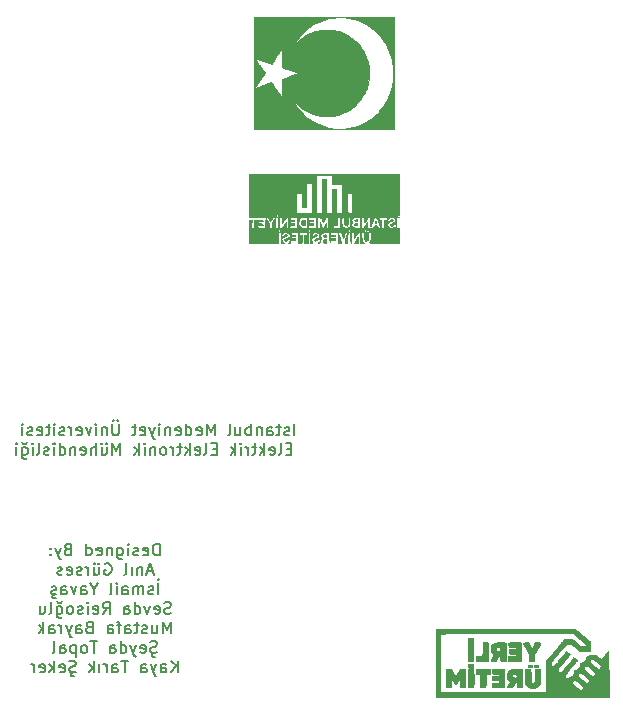
<source format=gbo>
G04 #@! TF.GenerationSoftware,KiCad,Pcbnew,(5.0.1-3-g963ef8bb5)*
G04 #@! TF.CreationDate,2019-10-19T22:42:43+03:00*
G04 #@! TF.ProjectId,kangal-bcu,6B616E67616C2D6263752E6B69636164,rev?*
G04 #@! TF.SameCoordinates,Original*
G04 #@! TF.FileFunction,Legend,Bot*
G04 #@! TF.FilePolarity,Positive*
%FSLAX46Y46*%
G04 Gerber Fmt 4.6, Leading zero omitted, Abs format (unit mm)*
G04 Created by KiCad (PCBNEW (5.0.1-3-g963ef8bb5)) date 2019 October 19, Saturday 22:42:43*
%MOMM*%
%LPD*%
G01*
G04 APERTURE LIST*
%ADD10C,0.150000*%
%ADD11C,0.010000*%
G04 APERTURE END LIST*
D10*
X186754827Y-97971060D02*
X186754827Y-96971060D01*
X186516732Y-96971060D01*
X186373875Y-97018680D01*
X186278637Y-97113918D01*
X186231018Y-97209156D01*
X186183399Y-97399632D01*
X186183399Y-97542489D01*
X186231018Y-97732965D01*
X186278637Y-97828203D01*
X186373875Y-97923441D01*
X186516732Y-97971060D01*
X186754827Y-97971060D01*
X185373875Y-97923441D02*
X185469113Y-97971060D01*
X185659589Y-97971060D01*
X185754827Y-97923441D01*
X185802446Y-97828203D01*
X185802446Y-97447251D01*
X185754827Y-97352013D01*
X185659589Y-97304394D01*
X185469113Y-97304394D01*
X185373875Y-97352013D01*
X185326256Y-97447251D01*
X185326256Y-97542489D01*
X185802446Y-97637727D01*
X184945303Y-97923441D02*
X184850065Y-97971060D01*
X184659589Y-97971060D01*
X184564351Y-97923441D01*
X184516732Y-97828203D01*
X184516732Y-97780584D01*
X184564351Y-97685346D01*
X184659589Y-97637727D01*
X184802446Y-97637727D01*
X184897684Y-97590108D01*
X184945303Y-97494870D01*
X184945303Y-97447251D01*
X184897684Y-97352013D01*
X184802446Y-97304394D01*
X184659589Y-97304394D01*
X184564351Y-97352013D01*
X184088160Y-97971060D02*
X184088160Y-97304394D01*
X184088160Y-96971060D02*
X184135780Y-97018680D01*
X184088160Y-97066299D01*
X184040541Y-97018680D01*
X184088160Y-96971060D01*
X184088160Y-97066299D01*
X183183399Y-97304394D02*
X183183399Y-98113918D01*
X183231018Y-98209156D01*
X183278637Y-98256775D01*
X183373875Y-98304394D01*
X183516732Y-98304394D01*
X183611970Y-98256775D01*
X183183399Y-97923441D02*
X183278637Y-97971060D01*
X183469113Y-97971060D01*
X183564351Y-97923441D01*
X183611970Y-97875822D01*
X183659589Y-97780584D01*
X183659589Y-97494870D01*
X183611970Y-97399632D01*
X183564351Y-97352013D01*
X183469113Y-97304394D01*
X183278637Y-97304394D01*
X183183399Y-97352013D01*
X182707208Y-97304394D02*
X182707208Y-97971060D01*
X182707208Y-97399632D02*
X182659589Y-97352013D01*
X182564351Y-97304394D01*
X182421494Y-97304394D01*
X182326256Y-97352013D01*
X182278637Y-97447251D01*
X182278637Y-97971060D01*
X181421494Y-97923441D02*
X181516732Y-97971060D01*
X181707208Y-97971060D01*
X181802446Y-97923441D01*
X181850065Y-97828203D01*
X181850065Y-97447251D01*
X181802446Y-97352013D01*
X181707208Y-97304394D01*
X181516732Y-97304394D01*
X181421494Y-97352013D01*
X181373875Y-97447251D01*
X181373875Y-97542489D01*
X181850065Y-97637727D01*
X180516732Y-97971060D02*
X180516732Y-96971060D01*
X180516732Y-97923441D02*
X180611970Y-97971060D01*
X180802446Y-97971060D01*
X180897684Y-97923441D01*
X180945303Y-97875822D01*
X180992922Y-97780584D01*
X180992922Y-97494870D01*
X180945303Y-97399632D01*
X180897684Y-97352013D01*
X180802446Y-97304394D01*
X180611970Y-97304394D01*
X180516732Y-97352013D01*
X178945303Y-97447251D02*
X178802446Y-97494870D01*
X178754827Y-97542489D01*
X178707208Y-97637727D01*
X178707208Y-97780584D01*
X178754827Y-97875822D01*
X178802446Y-97923441D01*
X178897684Y-97971060D01*
X179278637Y-97971060D01*
X179278637Y-96971060D01*
X178945303Y-96971060D01*
X178850065Y-97018680D01*
X178802446Y-97066299D01*
X178754827Y-97161537D01*
X178754827Y-97256775D01*
X178802446Y-97352013D01*
X178850065Y-97399632D01*
X178945303Y-97447251D01*
X179278637Y-97447251D01*
X178373875Y-97304394D02*
X178135780Y-97971060D01*
X177897684Y-97304394D02*
X178135780Y-97971060D01*
X178231018Y-98209156D01*
X178278637Y-98256775D01*
X178373875Y-98304394D01*
X177516732Y-97875822D02*
X177469113Y-97923441D01*
X177516732Y-97971060D01*
X177564351Y-97923441D01*
X177516732Y-97875822D01*
X177516732Y-97971060D01*
X177516732Y-97352013D02*
X177469113Y-97399632D01*
X177516732Y-97447251D01*
X177564351Y-97399632D01*
X177516732Y-97352013D01*
X177516732Y-97447251D01*
X186207208Y-99335346D02*
X185731018Y-99335346D01*
X186302446Y-99621060D02*
X185969113Y-98621060D01*
X185635780Y-99621060D01*
X185302446Y-98954394D02*
X185302446Y-99621060D01*
X185302446Y-99049632D02*
X185254827Y-99002013D01*
X185159589Y-98954394D01*
X185016732Y-98954394D01*
X184921494Y-99002013D01*
X184873875Y-99097251D01*
X184873875Y-99621060D01*
X184397684Y-99621060D02*
X184397684Y-98954394D01*
X183778637Y-99621060D02*
X183873875Y-99573441D01*
X183921494Y-99478203D01*
X183921494Y-98621060D01*
X182111970Y-98668680D02*
X182207208Y-98621060D01*
X182350065Y-98621060D01*
X182492922Y-98668680D01*
X182588160Y-98763918D01*
X182635780Y-98859156D01*
X182683399Y-99049632D01*
X182683399Y-99192489D01*
X182635780Y-99382965D01*
X182588160Y-99478203D01*
X182492922Y-99573441D01*
X182350065Y-99621060D01*
X182254827Y-99621060D01*
X182111970Y-99573441D01*
X182064351Y-99525822D01*
X182064351Y-99192489D01*
X182254827Y-99192489D01*
X181207208Y-98954394D02*
X181207208Y-99621060D01*
X181635780Y-98954394D02*
X181635780Y-99478203D01*
X181588160Y-99573441D01*
X181492922Y-99621060D01*
X181350065Y-99621060D01*
X181254827Y-99573441D01*
X181207208Y-99525822D01*
X181588160Y-98621060D02*
X181540541Y-98668680D01*
X181588160Y-98716299D01*
X181635780Y-98668680D01*
X181588160Y-98621060D01*
X181588160Y-98716299D01*
X181207208Y-98621060D02*
X181159589Y-98668680D01*
X181207208Y-98716299D01*
X181254827Y-98668680D01*
X181207208Y-98621060D01*
X181207208Y-98716299D01*
X180731018Y-99621060D02*
X180731018Y-98954394D01*
X180731018Y-99144870D02*
X180683399Y-99049632D01*
X180635780Y-99002013D01*
X180540541Y-98954394D01*
X180445303Y-98954394D01*
X180159589Y-99573441D02*
X180064351Y-99621060D01*
X179873875Y-99621060D01*
X179778637Y-99573441D01*
X179731018Y-99478203D01*
X179731018Y-99430584D01*
X179778637Y-99335346D01*
X179873875Y-99287727D01*
X180016732Y-99287727D01*
X180111970Y-99240108D01*
X180159589Y-99144870D01*
X180159589Y-99097251D01*
X180111970Y-99002013D01*
X180016732Y-98954394D01*
X179873875Y-98954394D01*
X179778637Y-99002013D01*
X178921494Y-99573441D02*
X179016732Y-99621060D01*
X179207208Y-99621060D01*
X179302446Y-99573441D01*
X179350065Y-99478203D01*
X179350065Y-99097251D01*
X179302446Y-99002013D01*
X179207208Y-98954394D01*
X179016732Y-98954394D01*
X178921494Y-99002013D01*
X178873875Y-99097251D01*
X178873875Y-99192489D01*
X179350065Y-99287727D01*
X178492922Y-99573441D02*
X178397684Y-99621060D01*
X178207208Y-99621060D01*
X178111970Y-99573441D01*
X178064351Y-99478203D01*
X178064351Y-99430584D01*
X178111970Y-99335346D01*
X178207208Y-99287727D01*
X178350065Y-99287727D01*
X178445303Y-99240108D01*
X178492922Y-99144870D01*
X178492922Y-99097251D01*
X178445303Y-99002013D01*
X178350065Y-98954394D01*
X178207208Y-98954394D01*
X178111970Y-99002013D01*
X186659589Y-101271060D02*
X186659589Y-100271060D01*
X186659589Y-99937727D02*
X186707208Y-99985346D01*
X186659589Y-100032965D01*
X186611970Y-99985346D01*
X186659589Y-99937727D01*
X186659589Y-100032965D01*
X186231018Y-101223441D02*
X186135780Y-101271060D01*
X185945303Y-101271060D01*
X185850065Y-101223441D01*
X185802446Y-101128203D01*
X185802446Y-101080584D01*
X185850065Y-100985346D01*
X185945303Y-100937727D01*
X186088160Y-100937727D01*
X186183399Y-100890108D01*
X186231018Y-100794870D01*
X186231018Y-100747251D01*
X186183399Y-100652013D01*
X186088160Y-100604394D01*
X185945303Y-100604394D01*
X185850065Y-100652013D01*
X185373875Y-101271060D02*
X185373875Y-100604394D01*
X185373875Y-100699632D02*
X185326256Y-100652013D01*
X185231018Y-100604394D01*
X185088160Y-100604394D01*
X184992922Y-100652013D01*
X184945303Y-100747251D01*
X184945303Y-101271060D01*
X184945303Y-100747251D02*
X184897684Y-100652013D01*
X184802446Y-100604394D01*
X184659589Y-100604394D01*
X184564351Y-100652013D01*
X184516732Y-100747251D01*
X184516732Y-101271060D01*
X183611970Y-101271060D02*
X183611970Y-100747251D01*
X183659589Y-100652013D01*
X183754827Y-100604394D01*
X183945303Y-100604394D01*
X184040541Y-100652013D01*
X183611970Y-101223441D02*
X183707208Y-101271060D01*
X183945303Y-101271060D01*
X184040541Y-101223441D01*
X184088160Y-101128203D01*
X184088160Y-101032965D01*
X184040541Y-100937727D01*
X183945303Y-100890108D01*
X183707208Y-100890108D01*
X183611970Y-100842489D01*
X183135780Y-101271060D02*
X183135780Y-100604394D01*
X183135780Y-100271060D02*
X183183399Y-100318680D01*
X183135780Y-100366299D01*
X183088160Y-100318680D01*
X183135780Y-100271060D01*
X183135780Y-100366299D01*
X182516732Y-101271060D02*
X182611970Y-101223441D01*
X182659589Y-101128203D01*
X182659589Y-100271060D01*
X181183399Y-100794870D02*
X181183399Y-101271060D01*
X181516732Y-100271060D02*
X181183399Y-100794870D01*
X180850065Y-100271060D01*
X180088160Y-101271060D02*
X180088160Y-100747251D01*
X180135780Y-100652013D01*
X180231018Y-100604394D01*
X180421494Y-100604394D01*
X180516732Y-100652013D01*
X180088160Y-101223441D02*
X180183399Y-101271060D01*
X180421494Y-101271060D01*
X180516732Y-101223441D01*
X180564351Y-101128203D01*
X180564351Y-101032965D01*
X180516732Y-100937727D01*
X180421494Y-100890108D01*
X180183399Y-100890108D01*
X180088160Y-100842489D01*
X179707208Y-100604394D02*
X179469113Y-101271060D01*
X179231018Y-100604394D01*
X178421494Y-101271060D02*
X178421494Y-100747251D01*
X178469113Y-100652013D01*
X178564351Y-100604394D01*
X178754827Y-100604394D01*
X178850065Y-100652013D01*
X178421494Y-101223441D02*
X178516732Y-101271060D01*
X178754827Y-101271060D01*
X178850065Y-101223441D01*
X178897684Y-101128203D01*
X178897684Y-101032965D01*
X178850065Y-100937727D01*
X178754827Y-100890108D01*
X178516732Y-100890108D01*
X178421494Y-100842489D01*
X177992922Y-101223441D02*
X177897684Y-101271060D01*
X177707208Y-101271060D01*
X177611970Y-101223441D01*
X177564351Y-101128203D01*
X177564351Y-101080584D01*
X177611970Y-100985346D01*
X177707208Y-100937727D01*
X177850065Y-100937727D01*
X177945303Y-100890108D01*
X177992922Y-100794870D01*
X177992922Y-100747251D01*
X177945303Y-100652013D01*
X177850065Y-100604394D01*
X177707208Y-100604394D01*
X177611970Y-100652013D01*
X177802446Y-101318680D02*
X177707208Y-101366299D01*
X177659589Y-101461537D01*
X177707208Y-101556775D01*
X177802446Y-101604394D01*
X177945303Y-101604394D01*
X187707208Y-102873441D02*
X187564351Y-102921060D01*
X187326256Y-102921060D01*
X187231018Y-102873441D01*
X187183399Y-102825822D01*
X187135780Y-102730584D01*
X187135780Y-102635346D01*
X187183399Y-102540108D01*
X187231018Y-102492489D01*
X187326256Y-102444870D01*
X187516732Y-102397251D01*
X187611970Y-102349632D01*
X187659589Y-102302013D01*
X187707208Y-102206775D01*
X187707208Y-102111537D01*
X187659589Y-102016299D01*
X187611970Y-101968680D01*
X187516732Y-101921060D01*
X187278637Y-101921060D01*
X187135780Y-101968680D01*
X186326256Y-102873441D02*
X186421494Y-102921060D01*
X186611970Y-102921060D01*
X186707208Y-102873441D01*
X186754827Y-102778203D01*
X186754827Y-102397251D01*
X186707208Y-102302013D01*
X186611970Y-102254394D01*
X186421494Y-102254394D01*
X186326256Y-102302013D01*
X186278637Y-102397251D01*
X186278637Y-102492489D01*
X186754827Y-102587727D01*
X185945303Y-102254394D02*
X185707208Y-102921060D01*
X185469113Y-102254394D01*
X184659589Y-102921060D02*
X184659589Y-101921060D01*
X184659589Y-102873441D02*
X184754827Y-102921060D01*
X184945303Y-102921060D01*
X185040541Y-102873441D01*
X185088160Y-102825822D01*
X185135780Y-102730584D01*
X185135780Y-102444870D01*
X185088160Y-102349632D01*
X185040541Y-102302013D01*
X184945303Y-102254394D01*
X184754827Y-102254394D01*
X184659589Y-102302013D01*
X183754827Y-102921060D02*
X183754827Y-102397251D01*
X183802446Y-102302013D01*
X183897684Y-102254394D01*
X184088160Y-102254394D01*
X184183399Y-102302013D01*
X183754827Y-102873441D02*
X183850065Y-102921060D01*
X184088160Y-102921060D01*
X184183399Y-102873441D01*
X184231018Y-102778203D01*
X184231018Y-102682965D01*
X184183399Y-102587727D01*
X184088160Y-102540108D01*
X183850065Y-102540108D01*
X183754827Y-102492489D01*
X181945303Y-102921060D02*
X182278637Y-102444870D01*
X182516732Y-102921060D02*
X182516732Y-101921060D01*
X182135780Y-101921060D01*
X182040541Y-101968680D01*
X181992922Y-102016299D01*
X181945303Y-102111537D01*
X181945303Y-102254394D01*
X181992922Y-102349632D01*
X182040541Y-102397251D01*
X182135780Y-102444870D01*
X182516732Y-102444870D01*
X181135780Y-102873441D02*
X181231018Y-102921060D01*
X181421494Y-102921060D01*
X181516732Y-102873441D01*
X181564351Y-102778203D01*
X181564351Y-102397251D01*
X181516732Y-102302013D01*
X181421494Y-102254394D01*
X181231018Y-102254394D01*
X181135780Y-102302013D01*
X181088160Y-102397251D01*
X181088160Y-102492489D01*
X181564351Y-102587727D01*
X180659589Y-102921060D02*
X180659589Y-102254394D01*
X180659589Y-101921060D02*
X180707208Y-101968680D01*
X180659589Y-102016299D01*
X180611970Y-101968680D01*
X180659589Y-101921060D01*
X180659589Y-102016299D01*
X180231018Y-102873441D02*
X180135780Y-102921060D01*
X179945303Y-102921060D01*
X179850065Y-102873441D01*
X179802446Y-102778203D01*
X179802446Y-102730584D01*
X179850065Y-102635346D01*
X179945303Y-102587727D01*
X180088160Y-102587727D01*
X180183399Y-102540108D01*
X180231018Y-102444870D01*
X180231018Y-102397251D01*
X180183399Y-102302013D01*
X180088160Y-102254394D01*
X179945303Y-102254394D01*
X179850065Y-102302013D01*
X179231018Y-102921060D02*
X179326256Y-102873441D01*
X179373875Y-102825822D01*
X179421494Y-102730584D01*
X179421494Y-102444870D01*
X179373875Y-102349632D01*
X179326256Y-102302013D01*
X179231018Y-102254394D01*
X179088160Y-102254394D01*
X178992922Y-102302013D01*
X178945303Y-102349632D01*
X178897684Y-102444870D01*
X178897684Y-102730584D01*
X178945303Y-102825822D01*
X178992922Y-102873441D01*
X179088160Y-102921060D01*
X179231018Y-102921060D01*
X178040541Y-102254394D02*
X178040541Y-103063918D01*
X178088160Y-103159156D01*
X178135780Y-103206775D01*
X178231018Y-103254394D01*
X178373875Y-103254394D01*
X178469113Y-103206775D01*
X178040541Y-102873441D02*
X178135780Y-102921060D01*
X178326256Y-102921060D01*
X178421494Y-102873441D01*
X178469113Y-102825822D01*
X178516732Y-102730584D01*
X178516732Y-102444870D01*
X178469113Y-102349632D01*
X178421494Y-102302013D01*
X178326256Y-102254394D01*
X178135780Y-102254394D01*
X178040541Y-102302013D01*
X178469113Y-101873441D02*
X178421494Y-101968680D01*
X178326256Y-102016299D01*
X178231018Y-102016299D01*
X178135780Y-101968680D01*
X178088160Y-101873441D01*
X177421494Y-102921060D02*
X177516732Y-102873441D01*
X177564351Y-102778203D01*
X177564351Y-101921060D01*
X176611970Y-102254394D02*
X176611970Y-102921060D01*
X177040541Y-102254394D02*
X177040541Y-102778203D01*
X176992922Y-102873441D01*
X176897684Y-102921060D01*
X176754827Y-102921060D01*
X176659589Y-102873441D01*
X176611970Y-102825822D01*
X187683399Y-104571060D02*
X187683399Y-103571060D01*
X187350065Y-104285346D01*
X187016732Y-103571060D01*
X187016732Y-104571060D01*
X186111970Y-103904394D02*
X186111970Y-104571060D01*
X186540541Y-103904394D02*
X186540541Y-104428203D01*
X186492922Y-104523441D01*
X186397684Y-104571060D01*
X186254827Y-104571060D01*
X186159589Y-104523441D01*
X186111970Y-104475822D01*
X185683399Y-104523441D02*
X185588160Y-104571060D01*
X185397684Y-104571060D01*
X185302446Y-104523441D01*
X185254827Y-104428203D01*
X185254827Y-104380584D01*
X185302446Y-104285346D01*
X185397684Y-104237727D01*
X185540541Y-104237727D01*
X185635780Y-104190108D01*
X185683399Y-104094870D01*
X185683399Y-104047251D01*
X185635780Y-103952013D01*
X185540541Y-103904394D01*
X185397684Y-103904394D01*
X185302446Y-103952013D01*
X184969113Y-103904394D02*
X184588160Y-103904394D01*
X184826256Y-103571060D02*
X184826256Y-104428203D01*
X184778637Y-104523441D01*
X184683399Y-104571060D01*
X184588160Y-104571060D01*
X183826256Y-104571060D02*
X183826256Y-104047251D01*
X183873875Y-103952013D01*
X183969113Y-103904394D01*
X184159589Y-103904394D01*
X184254827Y-103952013D01*
X183826256Y-104523441D02*
X183921494Y-104571060D01*
X184159589Y-104571060D01*
X184254827Y-104523441D01*
X184302446Y-104428203D01*
X184302446Y-104332965D01*
X184254827Y-104237727D01*
X184159589Y-104190108D01*
X183921494Y-104190108D01*
X183826256Y-104142489D01*
X183492922Y-103904394D02*
X183111970Y-103904394D01*
X183350065Y-104571060D02*
X183350065Y-103713918D01*
X183302446Y-103618680D01*
X183207208Y-103571060D01*
X183111970Y-103571060D01*
X182350065Y-104571060D02*
X182350065Y-104047251D01*
X182397684Y-103952013D01*
X182492922Y-103904394D01*
X182683399Y-103904394D01*
X182778637Y-103952013D01*
X182350065Y-104523441D02*
X182445303Y-104571060D01*
X182683399Y-104571060D01*
X182778637Y-104523441D01*
X182826256Y-104428203D01*
X182826256Y-104332965D01*
X182778637Y-104237727D01*
X182683399Y-104190108D01*
X182445303Y-104190108D01*
X182350065Y-104142489D01*
X180778637Y-104047251D02*
X180635780Y-104094870D01*
X180588160Y-104142489D01*
X180540541Y-104237727D01*
X180540541Y-104380584D01*
X180588160Y-104475822D01*
X180635780Y-104523441D01*
X180731018Y-104571060D01*
X181111970Y-104571060D01*
X181111970Y-103571060D01*
X180778637Y-103571060D01*
X180683399Y-103618680D01*
X180635780Y-103666299D01*
X180588160Y-103761537D01*
X180588160Y-103856775D01*
X180635780Y-103952013D01*
X180683399Y-103999632D01*
X180778637Y-104047251D01*
X181111970Y-104047251D01*
X179683399Y-104571060D02*
X179683399Y-104047251D01*
X179731018Y-103952013D01*
X179826256Y-103904394D01*
X180016732Y-103904394D01*
X180111970Y-103952013D01*
X179683399Y-104523441D02*
X179778637Y-104571060D01*
X180016732Y-104571060D01*
X180111970Y-104523441D01*
X180159589Y-104428203D01*
X180159589Y-104332965D01*
X180111970Y-104237727D01*
X180016732Y-104190108D01*
X179778637Y-104190108D01*
X179683399Y-104142489D01*
X179302446Y-103904394D02*
X179064351Y-104571060D01*
X178826256Y-103904394D02*
X179064351Y-104571060D01*
X179159589Y-104809156D01*
X179207208Y-104856775D01*
X179302446Y-104904394D01*
X178445303Y-104571060D02*
X178445303Y-103904394D01*
X178445303Y-104094870D02*
X178397684Y-103999632D01*
X178350065Y-103952013D01*
X178254827Y-103904394D01*
X178159589Y-103904394D01*
X177397684Y-104571060D02*
X177397684Y-104047251D01*
X177445303Y-103952013D01*
X177540541Y-103904394D01*
X177731018Y-103904394D01*
X177826256Y-103952013D01*
X177397684Y-104523441D02*
X177492922Y-104571060D01*
X177731018Y-104571060D01*
X177826256Y-104523441D01*
X177873875Y-104428203D01*
X177873875Y-104332965D01*
X177826256Y-104237727D01*
X177731018Y-104190108D01*
X177492922Y-104190108D01*
X177397684Y-104142489D01*
X176921494Y-104571060D02*
X176921494Y-103571060D01*
X176826256Y-104190108D02*
X176540541Y-104571060D01*
X176540541Y-103904394D02*
X176921494Y-104285346D01*
X186516732Y-106173441D02*
X186373875Y-106221060D01*
X186135780Y-106221060D01*
X186040541Y-106173441D01*
X185992922Y-106125822D01*
X185945303Y-106030584D01*
X185945303Y-105935346D01*
X185992922Y-105840108D01*
X186040541Y-105792489D01*
X186135780Y-105744870D01*
X186326256Y-105697251D01*
X186421494Y-105649632D01*
X186469113Y-105602013D01*
X186516732Y-105506775D01*
X186516732Y-105411537D01*
X186469113Y-105316299D01*
X186421494Y-105268680D01*
X186326256Y-105221060D01*
X186088160Y-105221060D01*
X185945303Y-105268680D01*
X186231018Y-106268680D02*
X186135780Y-106316299D01*
X186088160Y-106411537D01*
X186135780Y-106506775D01*
X186231018Y-106554394D01*
X186373875Y-106554394D01*
X185135780Y-106173441D02*
X185231018Y-106221060D01*
X185421494Y-106221060D01*
X185516732Y-106173441D01*
X185564351Y-106078203D01*
X185564351Y-105697251D01*
X185516732Y-105602013D01*
X185421494Y-105554394D01*
X185231018Y-105554394D01*
X185135780Y-105602013D01*
X185088160Y-105697251D01*
X185088160Y-105792489D01*
X185564351Y-105887727D01*
X184754827Y-105554394D02*
X184516732Y-106221060D01*
X184278637Y-105554394D02*
X184516732Y-106221060D01*
X184611970Y-106459156D01*
X184659589Y-106506775D01*
X184754827Y-106554394D01*
X183469113Y-106221060D02*
X183469113Y-105221060D01*
X183469113Y-106173441D02*
X183564351Y-106221060D01*
X183754827Y-106221060D01*
X183850065Y-106173441D01*
X183897684Y-106125822D01*
X183945303Y-106030584D01*
X183945303Y-105744870D01*
X183897684Y-105649632D01*
X183850065Y-105602013D01*
X183754827Y-105554394D01*
X183564351Y-105554394D01*
X183469113Y-105602013D01*
X182564351Y-106221060D02*
X182564351Y-105697251D01*
X182611970Y-105602013D01*
X182707208Y-105554394D01*
X182897684Y-105554394D01*
X182992922Y-105602013D01*
X182564351Y-106173441D02*
X182659589Y-106221060D01*
X182897684Y-106221060D01*
X182992922Y-106173441D01*
X183040541Y-106078203D01*
X183040541Y-105982965D01*
X182992922Y-105887727D01*
X182897684Y-105840108D01*
X182659589Y-105840108D01*
X182564351Y-105792489D01*
X181469113Y-105221060D02*
X180897684Y-105221060D01*
X181183399Y-106221060D02*
X181183399Y-105221060D01*
X180421494Y-106221060D02*
X180516732Y-106173441D01*
X180564351Y-106125822D01*
X180611970Y-106030584D01*
X180611970Y-105744870D01*
X180564351Y-105649632D01*
X180516732Y-105602013D01*
X180421494Y-105554394D01*
X180278637Y-105554394D01*
X180183399Y-105602013D01*
X180135780Y-105649632D01*
X180088160Y-105744870D01*
X180088160Y-106030584D01*
X180135780Y-106125822D01*
X180183399Y-106173441D01*
X180278637Y-106221060D01*
X180421494Y-106221060D01*
X179659589Y-105554394D02*
X179659589Y-106554394D01*
X179659589Y-105602013D02*
X179564351Y-105554394D01*
X179373875Y-105554394D01*
X179278637Y-105602013D01*
X179231018Y-105649632D01*
X179183399Y-105744870D01*
X179183399Y-106030584D01*
X179231018Y-106125822D01*
X179278637Y-106173441D01*
X179373875Y-106221060D01*
X179564351Y-106221060D01*
X179659589Y-106173441D01*
X178326256Y-106221060D02*
X178326256Y-105697251D01*
X178373875Y-105602013D01*
X178469113Y-105554394D01*
X178659589Y-105554394D01*
X178754827Y-105602013D01*
X178326256Y-106173441D02*
X178421494Y-106221060D01*
X178659589Y-106221060D01*
X178754827Y-106173441D01*
X178802446Y-106078203D01*
X178802446Y-105982965D01*
X178754827Y-105887727D01*
X178659589Y-105840108D01*
X178421494Y-105840108D01*
X178326256Y-105792489D01*
X177707208Y-106221060D02*
X177802446Y-106173441D01*
X177850065Y-106078203D01*
X177850065Y-105221060D01*
X188278637Y-107871060D02*
X188278637Y-106871060D01*
X187707208Y-107871060D02*
X188135780Y-107299632D01*
X187707208Y-106871060D02*
X188278637Y-107442489D01*
X186850065Y-107871060D02*
X186850065Y-107347251D01*
X186897684Y-107252013D01*
X186992922Y-107204394D01*
X187183399Y-107204394D01*
X187278637Y-107252013D01*
X186850065Y-107823441D02*
X186945303Y-107871060D01*
X187183399Y-107871060D01*
X187278637Y-107823441D01*
X187326256Y-107728203D01*
X187326256Y-107632965D01*
X187278637Y-107537727D01*
X187183399Y-107490108D01*
X186945303Y-107490108D01*
X186850065Y-107442489D01*
X186469113Y-107204394D02*
X186231018Y-107871060D01*
X185992922Y-107204394D02*
X186231018Y-107871060D01*
X186326256Y-108109156D01*
X186373875Y-108156775D01*
X186469113Y-108204394D01*
X185183399Y-107871060D02*
X185183399Y-107347251D01*
X185231018Y-107252013D01*
X185326256Y-107204394D01*
X185516732Y-107204394D01*
X185611970Y-107252013D01*
X185183399Y-107823441D02*
X185278637Y-107871060D01*
X185516732Y-107871060D01*
X185611970Y-107823441D01*
X185659589Y-107728203D01*
X185659589Y-107632965D01*
X185611970Y-107537727D01*
X185516732Y-107490108D01*
X185278637Y-107490108D01*
X185183399Y-107442489D01*
X184088160Y-106871060D02*
X183516732Y-106871060D01*
X183802446Y-107871060D02*
X183802446Y-106871060D01*
X182754827Y-107871060D02*
X182754827Y-107347251D01*
X182802446Y-107252013D01*
X182897684Y-107204394D01*
X183088160Y-107204394D01*
X183183399Y-107252013D01*
X182754827Y-107823441D02*
X182850065Y-107871060D01*
X183088160Y-107871060D01*
X183183399Y-107823441D01*
X183231018Y-107728203D01*
X183231018Y-107632965D01*
X183183399Y-107537727D01*
X183088160Y-107490108D01*
X182850065Y-107490108D01*
X182754827Y-107442489D01*
X182278637Y-107871060D02*
X182278637Y-107204394D01*
X182278637Y-107394870D02*
X182231018Y-107299632D01*
X182183399Y-107252013D01*
X182088160Y-107204394D01*
X181992922Y-107204394D01*
X181659589Y-107871060D02*
X181659589Y-107204394D01*
X181183399Y-107871060D02*
X181183399Y-106871060D01*
X181088160Y-107490108D02*
X180802446Y-107871060D01*
X180802446Y-107204394D02*
X181183399Y-107585346D01*
X179659589Y-107823441D02*
X179516732Y-107871060D01*
X179278637Y-107871060D01*
X179183399Y-107823441D01*
X179135780Y-107775822D01*
X179088160Y-107680584D01*
X179088160Y-107585346D01*
X179135780Y-107490108D01*
X179183399Y-107442489D01*
X179278637Y-107394870D01*
X179469113Y-107347251D01*
X179564351Y-107299632D01*
X179611970Y-107252013D01*
X179659589Y-107156775D01*
X179659589Y-107061537D01*
X179611970Y-106966299D01*
X179564351Y-106918680D01*
X179469113Y-106871060D01*
X179231018Y-106871060D01*
X179088160Y-106918680D01*
X179373875Y-107918680D02*
X179278637Y-107966299D01*
X179231018Y-108061537D01*
X179278637Y-108156775D01*
X179373875Y-108204394D01*
X179516732Y-108204394D01*
X178278637Y-107823441D02*
X178373875Y-107871060D01*
X178564351Y-107871060D01*
X178659589Y-107823441D01*
X178707208Y-107728203D01*
X178707208Y-107347251D01*
X178659589Y-107252013D01*
X178564351Y-107204394D01*
X178373875Y-107204394D01*
X178278637Y-107252013D01*
X178231018Y-107347251D01*
X178231018Y-107442489D01*
X178707208Y-107537727D01*
X177802446Y-107871060D02*
X177802446Y-106871060D01*
X177707208Y-107490108D02*
X177421494Y-107871060D01*
X177421494Y-107204394D02*
X177802446Y-107585346D01*
X176611970Y-107823441D02*
X176707208Y-107871060D01*
X176897684Y-107871060D01*
X176992922Y-107823441D01*
X177040541Y-107728203D01*
X177040541Y-107347251D01*
X176992922Y-107252013D01*
X176897684Y-107204394D01*
X176707208Y-107204394D01*
X176611970Y-107252013D01*
X176564351Y-107347251D01*
X176564351Y-107442489D01*
X177040541Y-107537727D01*
X176135780Y-107871060D02*
X176135780Y-107204394D01*
X176135780Y-107394870D02*
X176088160Y-107299632D01*
X176040541Y-107252013D01*
X175945303Y-107204394D01*
X175850065Y-107204394D01*
X198168041Y-87808560D02*
X198168041Y-86808560D01*
X197739470Y-87760941D02*
X197644232Y-87808560D01*
X197453756Y-87808560D01*
X197358518Y-87760941D01*
X197310899Y-87665703D01*
X197310899Y-87618084D01*
X197358518Y-87522846D01*
X197453756Y-87475227D01*
X197596613Y-87475227D01*
X197691851Y-87427608D01*
X197739470Y-87332370D01*
X197739470Y-87284751D01*
X197691851Y-87189513D01*
X197596613Y-87141894D01*
X197453756Y-87141894D01*
X197358518Y-87189513D01*
X197025184Y-87141894D02*
X196644232Y-87141894D01*
X196882327Y-86808560D02*
X196882327Y-87665703D01*
X196834708Y-87760941D01*
X196739470Y-87808560D01*
X196644232Y-87808560D01*
X195882327Y-87808560D02*
X195882327Y-87284751D01*
X195929946Y-87189513D01*
X196025184Y-87141894D01*
X196215660Y-87141894D01*
X196310899Y-87189513D01*
X195882327Y-87760941D02*
X195977565Y-87808560D01*
X196215660Y-87808560D01*
X196310899Y-87760941D01*
X196358518Y-87665703D01*
X196358518Y-87570465D01*
X196310899Y-87475227D01*
X196215660Y-87427608D01*
X195977565Y-87427608D01*
X195882327Y-87379989D01*
X195406137Y-87141894D02*
X195406137Y-87808560D01*
X195406137Y-87237132D02*
X195358518Y-87189513D01*
X195263280Y-87141894D01*
X195120422Y-87141894D01*
X195025184Y-87189513D01*
X194977565Y-87284751D01*
X194977565Y-87808560D01*
X194501375Y-87808560D02*
X194501375Y-86808560D01*
X194501375Y-87189513D02*
X194406137Y-87141894D01*
X194215660Y-87141894D01*
X194120422Y-87189513D01*
X194072803Y-87237132D01*
X194025184Y-87332370D01*
X194025184Y-87618084D01*
X194072803Y-87713322D01*
X194120422Y-87760941D01*
X194215660Y-87808560D01*
X194406137Y-87808560D01*
X194501375Y-87760941D01*
X193168041Y-87141894D02*
X193168041Y-87808560D01*
X193596613Y-87141894D02*
X193596613Y-87665703D01*
X193548994Y-87760941D01*
X193453756Y-87808560D01*
X193310899Y-87808560D01*
X193215660Y-87760941D01*
X193168041Y-87713322D01*
X192548994Y-87808560D02*
X192644232Y-87760941D01*
X192691851Y-87665703D01*
X192691851Y-86808560D01*
X191406137Y-87808560D02*
X191406137Y-86808560D01*
X191072803Y-87522846D01*
X190739470Y-86808560D01*
X190739470Y-87808560D01*
X189882327Y-87760941D02*
X189977565Y-87808560D01*
X190168041Y-87808560D01*
X190263280Y-87760941D01*
X190310899Y-87665703D01*
X190310899Y-87284751D01*
X190263280Y-87189513D01*
X190168041Y-87141894D01*
X189977565Y-87141894D01*
X189882327Y-87189513D01*
X189834708Y-87284751D01*
X189834708Y-87379989D01*
X190310899Y-87475227D01*
X188977565Y-87808560D02*
X188977565Y-86808560D01*
X188977565Y-87760941D02*
X189072803Y-87808560D01*
X189263280Y-87808560D01*
X189358518Y-87760941D01*
X189406137Y-87713322D01*
X189453756Y-87618084D01*
X189453756Y-87332370D01*
X189406137Y-87237132D01*
X189358518Y-87189513D01*
X189263280Y-87141894D01*
X189072803Y-87141894D01*
X188977565Y-87189513D01*
X188120422Y-87760941D02*
X188215660Y-87808560D01*
X188406137Y-87808560D01*
X188501375Y-87760941D01*
X188548994Y-87665703D01*
X188548994Y-87284751D01*
X188501375Y-87189513D01*
X188406137Y-87141894D01*
X188215660Y-87141894D01*
X188120422Y-87189513D01*
X188072803Y-87284751D01*
X188072803Y-87379989D01*
X188548994Y-87475227D01*
X187644232Y-87141894D02*
X187644232Y-87808560D01*
X187644232Y-87237132D02*
X187596613Y-87189513D01*
X187501375Y-87141894D01*
X187358518Y-87141894D01*
X187263280Y-87189513D01*
X187215660Y-87284751D01*
X187215660Y-87808560D01*
X186739470Y-87808560D02*
X186739470Y-87141894D01*
X186739470Y-86808560D02*
X186787089Y-86856180D01*
X186739470Y-86903799D01*
X186691851Y-86856180D01*
X186739470Y-86808560D01*
X186739470Y-86903799D01*
X186358518Y-87141894D02*
X186120422Y-87808560D01*
X185882327Y-87141894D02*
X186120422Y-87808560D01*
X186215660Y-88046656D01*
X186263280Y-88094275D01*
X186358518Y-88141894D01*
X185120422Y-87760941D02*
X185215660Y-87808560D01*
X185406137Y-87808560D01*
X185501375Y-87760941D01*
X185548994Y-87665703D01*
X185548994Y-87284751D01*
X185501375Y-87189513D01*
X185406137Y-87141894D01*
X185215660Y-87141894D01*
X185120422Y-87189513D01*
X185072803Y-87284751D01*
X185072803Y-87379989D01*
X185548994Y-87475227D01*
X184787089Y-87141894D02*
X184406137Y-87141894D01*
X184644232Y-86808560D02*
X184644232Y-87665703D01*
X184596613Y-87760941D01*
X184501375Y-87808560D01*
X184406137Y-87808560D01*
X183310899Y-86808560D02*
X183310899Y-87618084D01*
X183263280Y-87713322D01*
X183215660Y-87760941D01*
X183120422Y-87808560D01*
X182929946Y-87808560D01*
X182834708Y-87760941D01*
X182787089Y-87713322D01*
X182739470Y-87618084D01*
X182739470Y-86808560D01*
X183215660Y-86475227D02*
X183168041Y-86522846D01*
X183215660Y-86570465D01*
X183263280Y-86522846D01*
X183215660Y-86475227D01*
X183215660Y-86570465D01*
X182834708Y-86475227D02*
X182787089Y-86522846D01*
X182834708Y-86570465D01*
X182882327Y-86522846D01*
X182834708Y-86475227D01*
X182834708Y-86570465D01*
X182263280Y-87141894D02*
X182263280Y-87808560D01*
X182263280Y-87237132D02*
X182215660Y-87189513D01*
X182120422Y-87141894D01*
X181977565Y-87141894D01*
X181882327Y-87189513D01*
X181834708Y-87284751D01*
X181834708Y-87808560D01*
X181358518Y-87808560D02*
X181358518Y-87141894D01*
X181358518Y-86808560D02*
X181406137Y-86856180D01*
X181358518Y-86903799D01*
X181310899Y-86856180D01*
X181358518Y-86808560D01*
X181358518Y-86903799D01*
X180977565Y-87141894D02*
X180739470Y-87808560D01*
X180501375Y-87141894D01*
X179739470Y-87760941D02*
X179834708Y-87808560D01*
X180025184Y-87808560D01*
X180120422Y-87760941D01*
X180168041Y-87665703D01*
X180168041Y-87284751D01*
X180120422Y-87189513D01*
X180025184Y-87141894D01*
X179834708Y-87141894D01*
X179739470Y-87189513D01*
X179691851Y-87284751D01*
X179691851Y-87379989D01*
X180168041Y-87475227D01*
X179263280Y-87808560D02*
X179263280Y-87141894D01*
X179263280Y-87332370D02*
X179215660Y-87237132D01*
X179168041Y-87189513D01*
X179072803Y-87141894D01*
X178977565Y-87141894D01*
X178691851Y-87760941D02*
X178596613Y-87808560D01*
X178406137Y-87808560D01*
X178310899Y-87760941D01*
X178263280Y-87665703D01*
X178263280Y-87618084D01*
X178310899Y-87522846D01*
X178406137Y-87475227D01*
X178548994Y-87475227D01*
X178644232Y-87427608D01*
X178691851Y-87332370D01*
X178691851Y-87284751D01*
X178644232Y-87189513D01*
X178548994Y-87141894D01*
X178406137Y-87141894D01*
X178310899Y-87189513D01*
X177834708Y-87808560D02*
X177834708Y-87141894D01*
X177834708Y-86808560D02*
X177882327Y-86856180D01*
X177834708Y-86903799D01*
X177787089Y-86856180D01*
X177834708Y-86808560D01*
X177834708Y-86903799D01*
X177501375Y-87141894D02*
X177120422Y-87141894D01*
X177358518Y-86808560D02*
X177358518Y-87665703D01*
X177310899Y-87760941D01*
X177215660Y-87808560D01*
X177120422Y-87808560D01*
X176406137Y-87760941D02*
X176501375Y-87808560D01*
X176691851Y-87808560D01*
X176787089Y-87760941D01*
X176834708Y-87665703D01*
X176834708Y-87284751D01*
X176787089Y-87189513D01*
X176691851Y-87141894D01*
X176501375Y-87141894D01*
X176406137Y-87189513D01*
X176358518Y-87284751D01*
X176358518Y-87379989D01*
X176834708Y-87475227D01*
X175977565Y-87760941D02*
X175882327Y-87808560D01*
X175691851Y-87808560D01*
X175596613Y-87760941D01*
X175548994Y-87665703D01*
X175548994Y-87618084D01*
X175596613Y-87522846D01*
X175691851Y-87475227D01*
X175834708Y-87475227D01*
X175929946Y-87427608D01*
X175977565Y-87332370D01*
X175977565Y-87284751D01*
X175929946Y-87189513D01*
X175834708Y-87141894D01*
X175691851Y-87141894D01*
X175596613Y-87189513D01*
X175120422Y-87808560D02*
X175120422Y-87141894D01*
X175120422Y-86808560D02*
X175168041Y-86856180D01*
X175120422Y-86903799D01*
X175072803Y-86856180D01*
X175120422Y-86808560D01*
X175120422Y-86903799D01*
X197906137Y-88934751D02*
X197572803Y-88934751D01*
X197429946Y-89458560D02*
X197906137Y-89458560D01*
X197906137Y-88458560D01*
X197429946Y-88458560D01*
X196858518Y-89458560D02*
X196953756Y-89410941D01*
X197001375Y-89315703D01*
X197001375Y-88458560D01*
X196096613Y-89410941D02*
X196191851Y-89458560D01*
X196382327Y-89458560D01*
X196477565Y-89410941D01*
X196525184Y-89315703D01*
X196525184Y-88934751D01*
X196477565Y-88839513D01*
X196382327Y-88791894D01*
X196191851Y-88791894D01*
X196096613Y-88839513D01*
X196048994Y-88934751D01*
X196048994Y-89029989D01*
X196525184Y-89125227D01*
X195620422Y-89458560D02*
X195620422Y-88458560D01*
X195525184Y-89077608D02*
X195239470Y-89458560D01*
X195239470Y-88791894D02*
X195620422Y-89172846D01*
X194953756Y-88791894D02*
X194572803Y-88791894D01*
X194810899Y-88458560D02*
X194810899Y-89315703D01*
X194763280Y-89410941D01*
X194668041Y-89458560D01*
X194572803Y-89458560D01*
X194239470Y-89458560D02*
X194239470Y-88791894D01*
X194239470Y-88982370D02*
X194191851Y-88887132D01*
X194144232Y-88839513D01*
X194048994Y-88791894D01*
X193953756Y-88791894D01*
X193620422Y-89458560D02*
X193620422Y-88791894D01*
X193620422Y-88458560D02*
X193668041Y-88506180D01*
X193620422Y-88553799D01*
X193572803Y-88506180D01*
X193620422Y-88458560D01*
X193620422Y-88553799D01*
X193144232Y-89458560D02*
X193144232Y-88458560D01*
X193048994Y-89077608D02*
X192763280Y-89458560D01*
X192763280Y-88791894D02*
X193144232Y-89172846D01*
X191572803Y-88934751D02*
X191239470Y-88934751D01*
X191096613Y-89458560D02*
X191572803Y-89458560D01*
X191572803Y-88458560D01*
X191096613Y-88458560D01*
X190525184Y-89458560D02*
X190620422Y-89410941D01*
X190668041Y-89315703D01*
X190668041Y-88458560D01*
X189763280Y-89410941D02*
X189858518Y-89458560D01*
X190048994Y-89458560D01*
X190144232Y-89410941D01*
X190191851Y-89315703D01*
X190191851Y-88934751D01*
X190144232Y-88839513D01*
X190048994Y-88791894D01*
X189858518Y-88791894D01*
X189763280Y-88839513D01*
X189715660Y-88934751D01*
X189715660Y-89029989D01*
X190191851Y-89125227D01*
X189287089Y-89458560D02*
X189287089Y-88458560D01*
X189191851Y-89077608D02*
X188906137Y-89458560D01*
X188906137Y-88791894D02*
X189287089Y-89172846D01*
X188620422Y-88791894D02*
X188239470Y-88791894D01*
X188477565Y-88458560D02*
X188477565Y-89315703D01*
X188429946Y-89410941D01*
X188334708Y-89458560D01*
X188239470Y-89458560D01*
X187906137Y-89458560D02*
X187906137Y-88791894D01*
X187906137Y-88982370D02*
X187858518Y-88887132D01*
X187810899Y-88839513D01*
X187715660Y-88791894D01*
X187620422Y-88791894D01*
X187144232Y-89458560D02*
X187239470Y-89410941D01*
X187287089Y-89363322D01*
X187334708Y-89268084D01*
X187334708Y-88982370D01*
X187287089Y-88887132D01*
X187239470Y-88839513D01*
X187144232Y-88791894D01*
X187001375Y-88791894D01*
X186906137Y-88839513D01*
X186858518Y-88887132D01*
X186810899Y-88982370D01*
X186810899Y-89268084D01*
X186858518Y-89363322D01*
X186906137Y-89410941D01*
X187001375Y-89458560D01*
X187144232Y-89458560D01*
X186382327Y-88791894D02*
X186382327Y-89458560D01*
X186382327Y-88887132D02*
X186334708Y-88839513D01*
X186239470Y-88791894D01*
X186096613Y-88791894D01*
X186001375Y-88839513D01*
X185953756Y-88934751D01*
X185953756Y-89458560D01*
X185477565Y-89458560D02*
X185477565Y-88791894D01*
X185477565Y-88458560D02*
X185525184Y-88506180D01*
X185477565Y-88553799D01*
X185429946Y-88506180D01*
X185477565Y-88458560D01*
X185477565Y-88553799D01*
X185001375Y-89458560D02*
X185001375Y-88458560D01*
X184906137Y-89077608D02*
X184620422Y-89458560D01*
X184620422Y-88791894D02*
X185001375Y-89172846D01*
X183429946Y-89458560D02*
X183429946Y-88458560D01*
X183096613Y-89172846D01*
X182763280Y-88458560D01*
X182763280Y-89458560D01*
X181858518Y-88791894D02*
X181858518Y-89458560D01*
X182287089Y-88791894D02*
X182287089Y-89315703D01*
X182239470Y-89410941D01*
X182144232Y-89458560D01*
X182001375Y-89458560D01*
X181906137Y-89410941D01*
X181858518Y-89363322D01*
X182239470Y-88458560D02*
X182191851Y-88506180D01*
X182239470Y-88553799D01*
X182287089Y-88506180D01*
X182239470Y-88458560D01*
X182239470Y-88553799D01*
X181858518Y-88458560D02*
X181810899Y-88506180D01*
X181858518Y-88553799D01*
X181906137Y-88506180D01*
X181858518Y-88458560D01*
X181858518Y-88553799D01*
X181382327Y-89458560D02*
X181382327Y-88458560D01*
X180953756Y-89458560D02*
X180953756Y-88934751D01*
X181001375Y-88839513D01*
X181096613Y-88791894D01*
X181239470Y-88791894D01*
X181334708Y-88839513D01*
X181382327Y-88887132D01*
X180096613Y-89410941D02*
X180191851Y-89458560D01*
X180382327Y-89458560D01*
X180477565Y-89410941D01*
X180525184Y-89315703D01*
X180525184Y-88934751D01*
X180477565Y-88839513D01*
X180382327Y-88791894D01*
X180191851Y-88791894D01*
X180096613Y-88839513D01*
X180048994Y-88934751D01*
X180048994Y-89029989D01*
X180525184Y-89125227D01*
X179620422Y-88791894D02*
X179620422Y-89458560D01*
X179620422Y-88887132D02*
X179572803Y-88839513D01*
X179477565Y-88791894D01*
X179334708Y-88791894D01*
X179239470Y-88839513D01*
X179191851Y-88934751D01*
X179191851Y-89458560D01*
X178287089Y-89458560D02*
X178287089Y-88458560D01*
X178287089Y-89410941D02*
X178382327Y-89458560D01*
X178572803Y-89458560D01*
X178668041Y-89410941D01*
X178715660Y-89363322D01*
X178763280Y-89268084D01*
X178763280Y-88982370D01*
X178715660Y-88887132D01*
X178668041Y-88839513D01*
X178572803Y-88791894D01*
X178382327Y-88791894D01*
X178287089Y-88839513D01*
X177810899Y-89458560D02*
X177810899Y-88791894D01*
X177810899Y-88458560D02*
X177858518Y-88506180D01*
X177810899Y-88553799D01*
X177763280Y-88506180D01*
X177810899Y-88458560D01*
X177810899Y-88553799D01*
X177382327Y-89410941D02*
X177287089Y-89458560D01*
X177096613Y-89458560D01*
X177001375Y-89410941D01*
X176953756Y-89315703D01*
X176953756Y-89268084D01*
X177001375Y-89172846D01*
X177096613Y-89125227D01*
X177239470Y-89125227D01*
X177334708Y-89077608D01*
X177382327Y-88982370D01*
X177382327Y-88934751D01*
X177334708Y-88839513D01*
X177239470Y-88791894D01*
X177096613Y-88791894D01*
X177001375Y-88839513D01*
X176382327Y-89458560D02*
X176477565Y-89410941D01*
X176525184Y-89315703D01*
X176525184Y-88458560D01*
X176001375Y-89458560D02*
X176001375Y-88791894D01*
X176001375Y-88458560D02*
X176048994Y-88506180D01*
X176001375Y-88553799D01*
X175953756Y-88506180D01*
X176001375Y-88458560D01*
X176001375Y-88553799D01*
X175096613Y-88791894D02*
X175096613Y-89601418D01*
X175144232Y-89696656D01*
X175191851Y-89744275D01*
X175287089Y-89791894D01*
X175429946Y-89791894D01*
X175525184Y-89744275D01*
X175096613Y-89410941D02*
X175191851Y-89458560D01*
X175382327Y-89458560D01*
X175477565Y-89410941D01*
X175525184Y-89363322D01*
X175572803Y-89268084D01*
X175572803Y-88982370D01*
X175525184Y-88887132D01*
X175477565Y-88839513D01*
X175382327Y-88791894D01*
X175191851Y-88791894D01*
X175096613Y-88839513D01*
X175525184Y-88410941D02*
X175477565Y-88506180D01*
X175382327Y-88553799D01*
X175287089Y-88553799D01*
X175191851Y-88506180D01*
X175144232Y-88410941D01*
X174620422Y-89458560D02*
X174620422Y-88791894D01*
X174620422Y-88458560D02*
X174668041Y-88506180D01*
X174620422Y-88553799D01*
X174572803Y-88506180D01*
X174620422Y-88458560D01*
X174620422Y-88553799D01*
G04 #@! TO.C,G\002A\002A\002A*
X201526140Y-65727580D02*
X199915780Y-65727580D01*
D11*
G36*
X201379667Y-66505666D02*
X202226334Y-66505666D01*
X202226334Y-68961000D01*
X201718334Y-68961000D01*
X201718334Y-66971333D01*
X201538417Y-66971298D01*
X201358500Y-66971264D01*
X201382650Y-68961000D01*
X200871667Y-68961000D01*
X200871667Y-66124666D01*
X200533000Y-66124666D01*
X200533000Y-68961000D01*
X200025000Y-68961000D01*
X200025000Y-66421000D01*
X199686334Y-66421000D01*
X199686334Y-68961000D01*
X198331667Y-68961000D01*
X198331667Y-67267666D01*
X198797334Y-67267666D01*
X198797334Y-68495333D01*
X199178334Y-68495333D01*
X199178334Y-66421000D01*
X199686334Y-66421000D01*
X200025000Y-66421000D01*
X200025000Y-65659000D01*
X194310000Y-65659000D01*
X194310000Y-69342000D01*
X195954095Y-69342000D01*
X196048191Y-69494250D01*
X196142287Y-69646501D01*
X196229298Y-69494250D01*
X196283246Y-69408479D01*
X196337760Y-69363036D01*
X196420774Y-69345138D01*
X196560223Y-69342000D01*
X196561988Y-69341999D01*
X196807667Y-69342000D01*
X196807667Y-70231000D01*
X196556733Y-70231000D01*
X196544617Y-69818250D01*
X196532500Y-69405500D01*
X196394917Y-69648275D01*
X196289620Y-69878931D01*
X196257334Y-70061025D01*
X196252368Y-70169869D01*
X196225404Y-70218358D01*
X196158344Y-70230715D01*
X196130334Y-70231000D01*
X196051673Y-70225290D01*
X196014803Y-70192698D01*
X196003942Y-70110026D01*
X196003334Y-70044308D01*
X195979972Y-69873957D01*
X195903757Y-69687265D01*
X195865750Y-69617752D01*
X195728167Y-69377887D01*
X195716103Y-69804443D01*
X195704039Y-70231000D01*
X195366853Y-70231000D01*
X195199335Y-70229860D01*
X195099170Y-70222817D01*
X195049046Y-70204439D01*
X195031651Y-70169291D01*
X195029667Y-70125166D01*
X195035851Y-70064161D01*
X195068328Y-70032633D01*
X195147982Y-70020922D01*
X195258537Y-70019333D01*
X195389661Y-70016357D01*
X195454527Y-70002424D01*
X195471475Y-69970021D01*
X195465267Y-69934666D01*
X195433822Y-69879801D01*
X195361799Y-69854895D01*
X195257563Y-69850000D01*
X195140410Y-69844147D01*
X195085796Y-69819988D01*
X195072010Y-69767614D01*
X195072000Y-69765333D01*
X195083218Y-69714425D01*
X195130771Y-69689111D01*
X195235512Y-69681000D01*
X195282339Y-69680666D01*
X195409181Y-69675302D01*
X195466455Y-69656114D01*
X195469799Y-69621047D01*
X195414570Y-69581967D01*
X195296819Y-69553789D01*
X195138316Y-69539456D01*
X194960831Y-69541915D01*
X194913250Y-69545765D01*
X194775667Y-69559031D01*
X194775667Y-70231000D01*
X194515220Y-70231000D01*
X194529027Y-69892233D01*
X194542834Y-69553467D01*
X194426417Y-69553567D01*
X194310000Y-69553666D01*
X194310000Y-71501000D01*
X196765334Y-71501000D01*
X196765334Y-70612000D01*
X197024781Y-70612000D01*
X196998167Y-71501178D01*
X197249839Y-71501000D01*
X197155753Y-71435099D01*
X197080207Y-71341593D01*
X197061667Y-71224408D01*
X197090266Y-71094900D01*
X197181858Y-71002842D01*
X197345135Y-70940441D01*
X197389750Y-70930291D01*
X197484852Y-70894169D01*
X197527113Y-70845035D01*
X197527334Y-70841469D01*
X197494570Y-70795496D01*
X197420854Y-70782341D01*
X197343048Y-70801458D01*
X197300358Y-70844833D01*
X197249218Y-70891974D01*
X197168141Y-70907903D01*
X197093505Y-70892366D01*
X197061667Y-70846482D01*
X197096431Y-70764619D01*
X197182556Y-70675968D01*
X197292787Y-70605178D01*
X197352955Y-70583004D01*
X197472710Y-70586911D01*
X197603476Y-70638632D01*
X197712389Y-70720388D01*
X197764769Y-70805762D01*
X197761100Y-70940148D01*
X197679945Y-71047776D01*
X197525869Y-71122778D01*
X197516060Y-71125644D01*
X197364874Y-71176137D01*
X197290344Y-71222373D01*
X197285068Y-71270255D01*
X197304101Y-71294700D01*
X197376743Y-71322205D01*
X197469749Y-71311127D01*
X197545899Y-71271231D01*
X197569667Y-71225026D01*
X197606519Y-71174808D01*
X197675500Y-71162333D01*
X197761075Y-71184605D01*
X197781276Y-71236416D01*
X197793060Y-71278641D01*
X197841459Y-71298057D01*
X197945913Y-71299638D01*
X198014109Y-71295998D01*
X198150137Y-71282985D01*
X198220857Y-71260481D01*
X198245614Y-71220575D01*
X198247000Y-71200748D01*
X198233183Y-71150044D01*
X198177682Y-71126105D01*
X198059429Y-71120001D01*
X198056500Y-71120000D01*
X197937453Y-71114460D01*
X197881159Y-71091457D01*
X197866073Y-71041415D01*
X197866000Y-71035333D01*
X197878465Y-70982423D01*
X197930221Y-70957403D01*
X198042815Y-70950698D01*
X198056500Y-70950666D01*
X198182062Y-70942356D01*
X198239255Y-70914099D01*
X198247000Y-70887166D01*
X198224341Y-70847233D01*
X198145887Y-70827730D01*
X198035334Y-70823666D01*
X197909712Y-70820235D01*
X197847042Y-70802724D01*
X197825672Y-70760306D01*
X197823667Y-70717833D01*
X197827276Y-70665344D01*
X197849619Y-70633915D01*
X197907971Y-70618147D01*
X198019607Y-70612642D01*
X198162334Y-70612000D01*
X198501000Y-70612000D01*
X198501000Y-71506364D01*
X198638584Y-71493098D01*
X198776167Y-71479833D01*
X198788531Y-71151750D01*
X198800895Y-70823666D01*
X198672115Y-70823666D01*
X198580533Y-70812646D01*
X198546655Y-70765547D01*
X198543334Y-70717833D01*
X198546638Y-70666583D01*
X198567724Y-70635306D01*
X198623356Y-70619069D01*
X198730297Y-70612944D01*
X198903167Y-70612000D01*
X199077415Y-70612971D01*
X199183760Y-70619173D01*
X199238964Y-70635536D01*
X199259790Y-70666989D01*
X199263000Y-70717833D01*
X199249332Y-70793469D01*
X199191228Y-70821139D01*
X199136000Y-70823666D01*
X199009000Y-70823666D01*
X199009000Y-71501000D01*
X199305334Y-71501000D01*
X199305334Y-70612000D01*
X199517000Y-70612000D01*
X199517000Y-71501000D01*
X199622834Y-71501000D01*
X199695268Y-71497574D01*
X199698006Y-71473596D01*
X199644000Y-71416333D01*
X199570714Y-71297086D01*
X199573193Y-71175351D01*
X199643971Y-71064162D01*
X199775584Y-70976554D01*
X199921517Y-70931852D01*
X200020951Y-70900140D01*
X200057263Y-70859128D01*
X200056153Y-70852988D01*
X200003422Y-70802488D01*
X199919213Y-70789974D01*
X199846577Y-70817563D01*
X199829782Y-70841864D01*
X199776010Y-70895911D01*
X199696278Y-70908974D01*
X199626451Y-70882882D01*
X199601667Y-70830227D01*
X199638794Y-70724621D01*
X199734606Y-70646205D01*
X199865751Y-70601230D01*
X200008878Y-70595951D01*
X200140635Y-70636620D01*
X200190952Y-70672439D01*
X200257171Y-70774253D01*
X200276873Y-70895801D01*
X200246999Y-71001403D01*
X200221635Y-71030242D01*
X200145935Y-71074286D01*
X200030111Y-71123841D01*
X199999385Y-71134935D01*
X199887797Y-71190379D01*
X199838813Y-71249848D01*
X199857624Y-71299659D01*
X199927719Y-71323761D01*
X200029145Y-71299359D01*
X200075486Y-71249678D01*
X200147530Y-71182478D01*
X200231615Y-71161743D01*
X200298898Y-71187786D01*
X200321334Y-71247000D01*
X200292602Y-71339156D01*
X200236667Y-71416333D01*
X200180558Y-71476716D01*
X200184374Y-71498293D01*
X200232138Y-71501000D01*
X200315655Y-71463977D01*
X200358221Y-71354681D01*
X200363667Y-71273170D01*
X200385358Y-71174637D01*
X200414467Y-71128466D01*
X200443470Y-71070859D01*
X200414467Y-71026866D01*
X200369336Y-70929530D01*
X200373890Y-70806628D01*
X200424992Y-70698765D01*
X200441084Y-70682061D01*
X200516931Y-70640573D01*
X200641116Y-70618331D01*
X200822084Y-70612000D01*
X201125667Y-70612000D01*
X201132010Y-71067083D01*
X201135971Y-71237694D01*
X201141950Y-71358168D01*
X201149108Y-71416666D01*
X201155989Y-71405750D01*
X201172027Y-71338693D01*
X201208917Y-71304028D01*
X201289267Y-71291126D01*
X201403646Y-71289333D01*
X201537208Y-71285567D01*
X201606416Y-71269322D01*
X201631431Y-71233177D01*
X201633667Y-71204666D01*
X201622523Y-71153883D01*
X201575222Y-71128555D01*
X201470959Y-71120362D01*
X201422000Y-71120000D01*
X201295042Y-71115542D01*
X201231723Y-71096621D01*
X201211240Y-71054916D01*
X201210334Y-71035333D01*
X201221478Y-70984549D01*
X201268779Y-70959222D01*
X201373042Y-70951028D01*
X201422000Y-70950666D01*
X201555110Y-70943868D01*
X201620123Y-70920332D01*
X201633667Y-70887166D01*
X201612764Y-70848872D01*
X201539416Y-70829156D01*
X201400834Y-70823666D01*
X201267485Y-70820919D01*
X201198052Y-70806399D01*
X201171815Y-70770688D01*
X201168000Y-70717833D01*
X201168000Y-70612000D01*
X202096305Y-70612000D01*
X202174573Y-70876583D01*
X202252842Y-71141166D01*
X202328920Y-70929500D01*
X202374964Y-70799477D01*
X202409472Y-70698563D01*
X202420171Y-70664916D01*
X202469117Y-70620035D01*
X202552358Y-70613754D01*
X202630688Y-70642654D01*
X202662819Y-70686083D01*
X202678908Y-70738256D01*
X202685541Y-70708194D01*
X202687090Y-70686083D01*
X202726709Y-70625021D01*
X202797834Y-70612000D01*
X202903667Y-70612000D01*
X202903667Y-71056500D01*
X202907512Y-71259961D01*
X202918317Y-71407977D01*
X202934991Y-71489072D01*
X202946000Y-71501000D01*
X202965378Y-71460630D01*
X202979475Y-71347172D01*
X202987198Y-71172097D01*
X202988334Y-71056500D01*
X202988334Y-70612000D01*
X203104750Y-70611922D01*
X203168014Y-70615305D01*
X203201712Y-70638566D01*
X203213494Y-70701211D01*
X203211008Y-70822750D01*
X203208485Y-70876506D01*
X203195802Y-71141166D01*
X203366159Y-70876583D01*
X203465268Y-70732525D01*
X203541090Y-70650216D01*
X203608250Y-70615698D01*
X203643425Y-70612000D01*
X203750334Y-70612000D01*
X203750334Y-71501000D01*
X204056047Y-71501000D01*
X203959439Y-71422772D01*
X203911023Y-71373203D01*
X203879670Y-71305971D01*
X203860054Y-71200628D01*
X203846846Y-71036726D01*
X203843608Y-70978272D01*
X203824383Y-70612000D01*
X204089000Y-70612000D01*
X204089000Y-70946137D01*
X204095730Y-71139617D01*
X204120196Y-71259878D01*
X204168816Y-71317610D01*
X204248007Y-71323500D01*
X204306631Y-71308607D01*
X204346426Y-71285241D01*
X204370196Y-71234287D01*
X204381847Y-71137699D01*
X204385285Y-70977430D01*
X204385334Y-70945002D01*
X204385334Y-70606376D01*
X204501750Y-70619771D01*
X204618167Y-70633166D01*
X204616541Y-70987473D01*
X204613411Y-71165192D01*
X204602766Y-71279397D01*
X204579744Y-71351202D01*
X204539482Y-71401718D01*
X204516601Y-71421390D01*
X204491105Y-71443793D01*
X204481574Y-71461542D01*
X204496154Y-71475180D01*
X204542990Y-71485247D01*
X204630229Y-71492286D01*
X204766017Y-71496837D01*
X204958500Y-71499443D01*
X205215824Y-71500645D01*
X205546136Y-71500984D01*
X205714144Y-71501000D01*
X207010000Y-71501000D01*
X207010000Y-70519863D01*
X204467374Y-70519863D01*
X204432885Y-70562170D01*
X204364167Y-70569666D01*
X204283606Y-70552181D01*
X204258781Y-70483336D01*
X204258334Y-70463833D01*
X204269618Y-70432666D01*
X204216000Y-70432666D01*
X204202669Y-70514346D01*
X204187778Y-70541444D01*
X204125780Y-70565389D01*
X204079001Y-70569666D01*
X204018468Y-70546803D01*
X204011973Y-70474416D01*
X202896028Y-70474416D01*
X202890733Y-70544957D01*
X202831655Y-70568574D01*
X202797834Y-70569666D01*
X202716949Y-70556611D01*
X202696807Y-70503383D01*
X202699308Y-70477805D01*
X199509806Y-70477805D01*
X199506515Y-70550387D01*
X199451497Y-70565443D01*
X199425139Y-70562471D01*
X199343031Y-70521306D01*
X199326637Y-70464307D01*
X196977000Y-70464307D01*
X196958933Y-70545034D01*
X196889903Y-70569419D01*
X196876459Y-70569666D01*
X196797896Y-70549279D01*
X196775923Y-70474649D01*
X196775917Y-70472628D01*
X196800210Y-70393557D01*
X196876459Y-70367269D01*
X196952551Y-70377534D01*
X196976427Y-70441622D01*
X196977000Y-70464307D01*
X199326637Y-70464307D01*
X199326500Y-70463833D01*
X199353702Y-70393913D01*
X199414397Y-70376027D01*
X199477222Y-70407784D01*
X199509806Y-70477805D01*
X202699308Y-70477805D01*
X202699640Y-70474416D01*
X202741695Y-70394774D01*
X202797834Y-70379166D01*
X202873539Y-70413753D01*
X202896028Y-70474416D01*
X204011973Y-70474416D01*
X204048943Y-70400737D01*
X204114765Y-70362916D01*
X204179980Y-70366981D01*
X204215133Y-70418959D01*
X204216000Y-70432666D01*
X204269618Y-70432666D01*
X204287489Y-70383310D01*
X204352550Y-70354595D01*
X204419907Y-70384713D01*
X204444305Y-70424962D01*
X204467374Y-70519863D01*
X207010000Y-70519863D01*
X207010000Y-70231000D01*
X206798334Y-70231000D01*
X206798334Y-69973459D01*
X206760880Y-69973459D01*
X206736340Y-70050835D01*
X206669844Y-70131390D01*
X206569872Y-70199102D01*
X206469494Y-70233675D01*
X206346940Y-70245972D01*
X206229869Y-70220272D01*
X206133615Y-70178761D01*
X206056639Y-70106437D01*
X206013210Y-70010423D01*
X206019708Y-69873561D01*
X206105412Y-69765959D01*
X206269914Y-69688065D01*
X206319284Y-69674290D01*
X206434307Y-69633139D01*
X206496803Y-69585762D01*
X206502000Y-69569807D01*
X206468842Y-69525473D01*
X206393662Y-69512185D01*
X206312899Y-69529173D01*
X206263309Y-69574833D01*
X206215281Y-69617765D01*
X206136864Y-69637277D01*
X206064974Y-69629927D01*
X206036334Y-69596000D01*
X205999548Y-69566276D01*
X205910914Y-69553669D01*
X205909334Y-69553666D01*
X205782334Y-69553666D01*
X205782334Y-70231000D01*
X205528334Y-70231000D01*
X205528334Y-70203476D01*
X205443667Y-70203476D01*
X205407333Y-70224109D01*
X205336786Y-70231000D01*
X205234659Y-70197639D01*
X205193677Y-70135712D01*
X205127999Y-70063999D01*
X205026039Y-70038476D01*
X204922230Y-70059046D01*
X204851006Y-70125612D01*
X204846282Y-70136693D01*
X204814384Y-70188426D01*
X204752720Y-70215134D01*
X204638223Y-70224414D01*
X204578317Y-70224952D01*
X204343000Y-70224952D01*
X204340174Y-69744166D01*
X204187111Y-69987583D01*
X204096889Y-70121753D01*
X204027229Y-70196283D01*
X203960325Y-70227006D01*
X203913357Y-70231000D01*
X203792667Y-70231000D01*
X203792667Y-69342000D01*
X203708000Y-69342000D01*
X203708000Y-70231000D01*
X203438543Y-70231000D01*
X203264542Y-70223135D01*
X203145884Y-70195208D01*
X203057543Y-70143260D01*
X202965284Y-70034163D01*
X202957038Y-69920316D01*
X203027835Y-69810499D01*
X203081027Y-69745011D01*
X203072342Y-69702247D01*
X202903667Y-69702247D01*
X202900921Y-69884648D01*
X202890009Y-70002794D01*
X202866926Y-70076995D01*
X202827665Y-70127562D01*
X202818057Y-70136164D01*
X202657545Y-70222880D01*
X202478099Y-70237293D01*
X202303745Y-70180056D01*
X202220501Y-70119887D01*
X202180121Y-70068342D01*
X202155995Y-69990436D01*
X202144418Y-69866220D01*
X202141667Y-69695272D01*
X202142684Y-69522952D01*
X202149113Y-69418382D01*
X202166023Y-69364644D01*
X202198480Y-69344823D01*
X202247500Y-69342000D01*
X202057000Y-69342000D01*
X202057000Y-70231000D01*
X201739500Y-70231000D01*
X201578007Y-70229681D01*
X201483343Y-70221761D01*
X201437675Y-70201295D01*
X201423168Y-70162338D01*
X201422000Y-70125166D01*
X201429896Y-70059859D01*
X201468707Y-70028917D01*
X201561119Y-70019737D01*
X201612500Y-70019333D01*
X201803000Y-70019333D01*
X201803000Y-69363166D01*
X201048541Y-69363166D01*
X201046535Y-69775916D01*
X201045508Y-69954155D01*
X201044377Y-70098342D01*
X201043310Y-70189065D01*
X201042764Y-70209833D01*
X201004985Y-70225783D01*
X200935167Y-70231000D01*
X200870941Y-70223337D01*
X200839002Y-70185593D01*
X200827255Y-70095634D01*
X200825286Y-70029916D01*
X200821239Y-69828833D01*
X200754354Y-70029916D01*
X200704386Y-70155410D01*
X200653610Y-70216172D01*
X200592596Y-70231000D01*
X200532941Y-70216115D01*
X200484165Y-70159817D01*
X200433373Y-70044642D01*
X200412870Y-69987583D01*
X200328018Y-69744166D01*
X200324676Y-69987583D01*
X200320234Y-70124725D01*
X200305679Y-70197487D01*
X200271916Y-70226147D01*
X200215500Y-70231000D01*
X200109667Y-70231000D01*
X200109667Y-69342000D01*
X200018488Y-69342000D01*
X200018488Y-70231000D01*
X199661911Y-70231000D01*
X199488618Y-70230006D01*
X199383152Y-70223692D01*
X199328676Y-70207062D01*
X199308349Y-70175117D01*
X199305334Y-70125166D01*
X199311378Y-70064553D01*
X199343322Y-70032993D01*
X199421886Y-70021067D01*
X199538167Y-70019333D01*
X199672721Y-70015658D01*
X199742816Y-69999769D01*
X199768517Y-69964370D01*
X199771000Y-69934666D01*
X199760024Y-69884170D01*
X199713298Y-69858811D01*
X199610129Y-69850431D01*
X199556230Y-69850000D01*
X199428851Y-69845667D01*
X199367431Y-69828127D01*
X199353505Y-69790563D01*
X199355527Y-69775916D01*
X199388655Y-69726170D01*
X199476070Y-69698512D01*
X199570298Y-69688930D01*
X199708108Y-69669276D01*
X199767659Y-69632100D01*
X199771000Y-69617059D01*
X199738222Y-69576841D01*
X199634322Y-69552558D01*
X199548750Y-69545295D01*
X199417839Y-69533576D01*
X199350358Y-69511224D01*
X199325074Y-69468134D01*
X199321697Y-69437250D01*
X199323973Y-69390630D01*
X199347711Y-69362391D01*
X199409596Y-69347938D01*
X199526318Y-69342677D01*
X199667691Y-69342000D01*
X199263000Y-69342000D01*
X199263000Y-70231000D01*
X199026116Y-70231000D01*
X198836413Y-70214836D01*
X198689163Y-70170804D01*
X198669890Y-70160503D01*
X198536984Y-70037845D01*
X198466408Y-69877932D01*
X198461063Y-69703819D01*
X198523853Y-69538557D01*
X198582411Y-69465743D01*
X198659191Y-69397743D01*
X198736314Y-69360455D01*
X198843011Y-69344882D01*
X198984577Y-69342000D01*
X198416334Y-69342000D01*
X198416334Y-70231000D01*
X198053556Y-70231000D01*
X197878601Y-70229921D01*
X197772287Y-70223770D01*
X197718591Y-70208179D01*
X197701490Y-70178777D01*
X197704306Y-70135750D01*
X197723195Y-70078787D01*
X197773777Y-70047531D01*
X197878104Y-70031876D01*
X197940084Y-70027704D01*
X198071984Y-70015332D01*
X198139134Y-69992215D01*
X198161422Y-69949829D01*
X198162334Y-69932454D01*
X198150353Y-69882644D01*
X198100610Y-69857960D01*
X197992406Y-69850237D01*
X197953298Y-69850000D01*
X197828136Y-69845754D01*
X197767150Y-69827363D01*
X197750040Y-69786345D01*
X197750640Y-69765333D01*
X197767138Y-69713418D01*
X197820849Y-69688168D01*
X197933509Y-69680779D01*
X197959676Y-69680666D01*
X198089604Y-69673287D01*
X198151368Y-69647915D01*
X198162334Y-69617166D01*
X198139674Y-69577233D01*
X198061220Y-69557730D01*
X197950667Y-69553666D01*
X197825045Y-69550235D01*
X197762375Y-69532724D01*
X197741006Y-69490306D01*
X197739000Y-69447833D01*
X197742609Y-69395344D01*
X197764953Y-69363915D01*
X197823305Y-69348147D01*
X197934940Y-69342642D01*
X198077667Y-69342000D01*
X197654334Y-69342000D01*
X197654334Y-70231000D01*
X197548500Y-70231000D01*
X197490412Y-70225803D01*
X197458730Y-70197123D01*
X197445478Y-70125319D01*
X197442679Y-69990752D01*
X197442667Y-69970436D01*
X197442667Y-69709873D01*
X197274257Y-69970436D01*
X197175253Y-70113425D01*
X197099222Y-70194589D01*
X197031408Y-70227899D01*
X196999090Y-70231000D01*
X196892334Y-70231000D01*
X196892334Y-69342000D01*
X196998167Y-69342000D01*
X197055925Y-69347105D01*
X197087647Y-69375418D01*
X197101154Y-69446432D01*
X197104267Y-69579642D01*
X197104322Y-69606583D01*
X197104643Y-69871166D01*
X197263072Y-69607506D01*
X197353317Y-69466035D01*
X197422146Y-69385120D01*
X197485556Y-69349362D01*
X197537917Y-69342922D01*
X197654334Y-69342000D01*
X198077667Y-69342000D01*
X198416334Y-69342000D01*
X198984577Y-69342000D01*
X199263000Y-69342000D01*
X199667691Y-69342000D01*
X200018488Y-69342000D01*
X200109667Y-69342000D01*
X200109667Y-69336889D01*
X200266798Y-69350027D01*
X200365564Y-69365246D01*
X200421941Y-69405387D01*
X200461052Y-69494366D01*
X200478133Y-69551217D01*
X200526614Y-69697774D01*
X200567732Y-69761458D01*
X200607751Y-69742959D01*
X200652938Y-69642967D01*
X200676174Y-69573010D01*
X200720214Y-69441271D01*
X200757889Y-69372238D01*
X200807523Y-69347629D01*
X200887441Y-69349165D01*
X200899518Y-69350201D01*
X201048541Y-69363166D01*
X201803000Y-69363166D01*
X201803000Y-69342000D01*
X202057000Y-69342000D01*
X202247500Y-69342000D01*
X202310905Y-69349097D01*
X202342160Y-69384991D01*
X202352496Y-69471583D01*
X202353334Y-69548375D01*
X202362854Y-69773704D01*
X202393060Y-69924940D01*
X202446423Y-70010674D01*
X202493256Y-70034978D01*
X202584820Y-70040951D01*
X202644981Y-69995348D01*
X202678849Y-69888378D01*
X202691538Y-69710251D01*
X202692000Y-69654316D01*
X202693373Y-69494437D01*
X202701551Y-69401243D01*
X202722629Y-69356753D01*
X202762698Y-69342989D01*
X202797834Y-69342000D01*
X202849060Y-69345298D01*
X202880335Y-69366361D01*
X202896580Y-69421943D01*
X202902716Y-69528796D01*
X202903667Y-69702247D01*
X203072342Y-69702247D01*
X203071875Y-69699952D01*
X203049001Y-69678315D01*
X202992914Y-69586378D01*
X203015946Y-69477735D01*
X203058395Y-69419416D01*
X203119066Y-69375208D01*
X203214602Y-69351077D01*
X203366808Y-69342332D01*
X203418228Y-69342000D01*
X203708000Y-69342000D01*
X203792667Y-69342000D01*
X203922806Y-69342000D01*
X204001083Y-69346449D01*
X204038291Y-69374721D01*
X204048148Y-69449200D01*
X204046044Y-69543083D01*
X204042683Y-69670728D01*
X204042091Y-69763229D01*
X204042905Y-69785175D01*
X204064800Y-69773472D01*
X204118811Y-69703945D01*
X204193520Y-69591388D01*
X204198097Y-69584092D01*
X204286573Y-69451332D01*
X204354636Y-69377595D01*
X204420837Y-69346735D01*
X204476268Y-69342000D01*
X204603009Y-69342000D01*
X204589422Y-69723097D01*
X204586531Y-69923673D01*
X204594174Y-70051324D01*
X204611577Y-70102961D01*
X204637965Y-70075499D01*
X204661028Y-70008750D01*
X204689662Y-69921968D01*
X204738501Y-69785658D01*
X204797022Y-69629182D01*
X204797569Y-69627750D01*
X204858082Y-69478054D01*
X204905527Y-69391855D01*
X204953147Y-69352177D01*
X205014190Y-69342043D01*
X205020519Y-69342000D01*
X205073661Y-69347848D01*
X205116672Y-69374825D01*
X205158658Y-69437077D01*
X205208729Y-69548751D01*
X205275994Y-69723994D01*
X205288997Y-69758976D01*
X205352856Y-69933604D01*
X205403886Y-70077850D01*
X205435885Y-70173894D01*
X205443667Y-70203476D01*
X205528334Y-70203476D01*
X205528334Y-69895145D01*
X205527290Y-69727930D01*
X205520147Y-69627332D01*
X205500889Y-69575302D01*
X205463498Y-69553789D01*
X205411917Y-69545895D01*
X205316192Y-69510818D01*
X205281973Y-69437250D01*
X205279448Y-69392298D01*
X205297845Y-69364314D01*
X205352783Y-69349281D01*
X205459881Y-69343182D01*
X205634757Y-69342002D01*
X205652390Y-69342000D01*
X205833947Y-69343247D01*
X205946982Y-69349492D01*
X206007632Y-69364491D01*
X206032031Y-69391999D01*
X206036334Y-69431356D01*
X206039797Y-69489690D01*
X206061801Y-69485830D01*
X206116481Y-69421735D01*
X206230281Y-69341198D01*
X206373907Y-69318529D01*
X206521214Y-69348068D01*
X206646060Y-69424157D01*
X206722299Y-69541134D01*
X206725934Y-69553669D01*
X206715249Y-69667237D01*
X206624898Y-69769634D01*
X206459645Y-69856002D01*
X206413055Y-69872587D01*
X206291163Y-69916412D01*
X206237584Y-69949182D01*
X206239115Y-69982722D01*
X206261329Y-70008470D01*
X206341427Y-70046688D01*
X206437979Y-70044694D01*
X206516795Y-70008946D01*
X206544334Y-69955026D01*
X206581186Y-69904808D01*
X206650167Y-69892333D01*
X206734982Y-69915285D01*
X206760880Y-69973459D01*
X206798334Y-69973459D01*
X206798334Y-69342000D01*
X207031166Y-69333560D01*
X206925334Y-69304121D01*
X206844587Y-69256154D01*
X206822292Y-69204416D01*
X196792807Y-69204416D01*
X196787494Y-69276165D01*
X196726369Y-69299015D01*
X196701568Y-69299666D01*
X196621926Y-69282740D01*
X196596663Y-69215345D01*
X196596000Y-69190889D01*
X196610044Y-69111475D01*
X196665429Y-69093207D01*
X196687239Y-69095639D01*
X196769916Y-69145454D01*
X196792807Y-69204416D01*
X206822292Y-69204416D01*
X206816014Y-69189848D01*
X206841142Y-69132871D01*
X206914750Y-69112527D01*
X207010000Y-69115889D01*
X207010000Y-68965225D01*
X203073000Y-68965225D01*
X202829584Y-68952529D01*
X202586167Y-68939833D01*
X202586167Y-67288833D01*
X202829584Y-67276137D01*
X203073000Y-67263441D01*
X203073000Y-68965225D01*
X207010000Y-68965225D01*
X207010000Y-65659000D01*
X201379667Y-65659000D01*
X201379667Y-66505666D01*
X201379667Y-66505666D01*
G37*
X201379667Y-66505666D02*
X202226334Y-66505666D01*
X202226334Y-68961000D01*
X201718334Y-68961000D01*
X201718334Y-66971333D01*
X201538417Y-66971298D01*
X201358500Y-66971264D01*
X201382650Y-68961000D01*
X200871667Y-68961000D01*
X200871667Y-66124666D01*
X200533000Y-66124666D01*
X200533000Y-68961000D01*
X200025000Y-68961000D01*
X200025000Y-66421000D01*
X199686334Y-66421000D01*
X199686334Y-68961000D01*
X198331667Y-68961000D01*
X198331667Y-67267666D01*
X198797334Y-67267666D01*
X198797334Y-68495333D01*
X199178334Y-68495333D01*
X199178334Y-66421000D01*
X199686334Y-66421000D01*
X200025000Y-66421000D01*
X200025000Y-65659000D01*
X194310000Y-65659000D01*
X194310000Y-69342000D01*
X195954095Y-69342000D01*
X196048191Y-69494250D01*
X196142287Y-69646501D01*
X196229298Y-69494250D01*
X196283246Y-69408479D01*
X196337760Y-69363036D01*
X196420774Y-69345138D01*
X196560223Y-69342000D01*
X196561988Y-69341999D01*
X196807667Y-69342000D01*
X196807667Y-70231000D01*
X196556733Y-70231000D01*
X196544617Y-69818250D01*
X196532500Y-69405500D01*
X196394917Y-69648275D01*
X196289620Y-69878931D01*
X196257334Y-70061025D01*
X196252368Y-70169869D01*
X196225404Y-70218358D01*
X196158344Y-70230715D01*
X196130334Y-70231000D01*
X196051673Y-70225290D01*
X196014803Y-70192698D01*
X196003942Y-70110026D01*
X196003334Y-70044308D01*
X195979972Y-69873957D01*
X195903757Y-69687265D01*
X195865750Y-69617752D01*
X195728167Y-69377887D01*
X195716103Y-69804443D01*
X195704039Y-70231000D01*
X195366853Y-70231000D01*
X195199335Y-70229860D01*
X195099170Y-70222817D01*
X195049046Y-70204439D01*
X195031651Y-70169291D01*
X195029667Y-70125166D01*
X195035851Y-70064161D01*
X195068328Y-70032633D01*
X195147982Y-70020922D01*
X195258537Y-70019333D01*
X195389661Y-70016357D01*
X195454527Y-70002424D01*
X195471475Y-69970021D01*
X195465267Y-69934666D01*
X195433822Y-69879801D01*
X195361799Y-69854895D01*
X195257563Y-69850000D01*
X195140410Y-69844147D01*
X195085796Y-69819988D01*
X195072010Y-69767614D01*
X195072000Y-69765333D01*
X195083218Y-69714425D01*
X195130771Y-69689111D01*
X195235512Y-69681000D01*
X195282339Y-69680666D01*
X195409181Y-69675302D01*
X195466455Y-69656114D01*
X195469799Y-69621047D01*
X195414570Y-69581967D01*
X195296819Y-69553789D01*
X195138316Y-69539456D01*
X194960831Y-69541915D01*
X194913250Y-69545765D01*
X194775667Y-69559031D01*
X194775667Y-70231000D01*
X194515220Y-70231000D01*
X194529027Y-69892233D01*
X194542834Y-69553467D01*
X194426417Y-69553567D01*
X194310000Y-69553666D01*
X194310000Y-71501000D01*
X196765334Y-71501000D01*
X196765334Y-70612000D01*
X197024781Y-70612000D01*
X196998167Y-71501178D01*
X197249839Y-71501000D01*
X197155753Y-71435099D01*
X197080207Y-71341593D01*
X197061667Y-71224408D01*
X197090266Y-71094900D01*
X197181858Y-71002842D01*
X197345135Y-70940441D01*
X197389750Y-70930291D01*
X197484852Y-70894169D01*
X197527113Y-70845035D01*
X197527334Y-70841469D01*
X197494570Y-70795496D01*
X197420854Y-70782341D01*
X197343048Y-70801458D01*
X197300358Y-70844833D01*
X197249218Y-70891974D01*
X197168141Y-70907903D01*
X197093505Y-70892366D01*
X197061667Y-70846482D01*
X197096431Y-70764619D01*
X197182556Y-70675968D01*
X197292787Y-70605178D01*
X197352955Y-70583004D01*
X197472710Y-70586911D01*
X197603476Y-70638632D01*
X197712389Y-70720388D01*
X197764769Y-70805762D01*
X197761100Y-70940148D01*
X197679945Y-71047776D01*
X197525869Y-71122778D01*
X197516060Y-71125644D01*
X197364874Y-71176137D01*
X197290344Y-71222373D01*
X197285068Y-71270255D01*
X197304101Y-71294700D01*
X197376743Y-71322205D01*
X197469749Y-71311127D01*
X197545899Y-71271231D01*
X197569667Y-71225026D01*
X197606519Y-71174808D01*
X197675500Y-71162333D01*
X197761075Y-71184605D01*
X197781276Y-71236416D01*
X197793060Y-71278641D01*
X197841459Y-71298057D01*
X197945913Y-71299638D01*
X198014109Y-71295998D01*
X198150137Y-71282985D01*
X198220857Y-71260481D01*
X198245614Y-71220575D01*
X198247000Y-71200748D01*
X198233183Y-71150044D01*
X198177682Y-71126105D01*
X198059429Y-71120001D01*
X198056500Y-71120000D01*
X197937453Y-71114460D01*
X197881159Y-71091457D01*
X197866073Y-71041415D01*
X197866000Y-71035333D01*
X197878465Y-70982423D01*
X197930221Y-70957403D01*
X198042815Y-70950698D01*
X198056500Y-70950666D01*
X198182062Y-70942356D01*
X198239255Y-70914099D01*
X198247000Y-70887166D01*
X198224341Y-70847233D01*
X198145887Y-70827730D01*
X198035334Y-70823666D01*
X197909712Y-70820235D01*
X197847042Y-70802724D01*
X197825672Y-70760306D01*
X197823667Y-70717833D01*
X197827276Y-70665344D01*
X197849619Y-70633915D01*
X197907971Y-70618147D01*
X198019607Y-70612642D01*
X198162334Y-70612000D01*
X198501000Y-70612000D01*
X198501000Y-71506364D01*
X198638584Y-71493098D01*
X198776167Y-71479833D01*
X198788531Y-71151750D01*
X198800895Y-70823666D01*
X198672115Y-70823666D01*
X198580533Y-70812646D01*
X198546655Y-70765547D01*
X198543334Y-70717833D01*
X198546638Y-70666583D01*
X198567724Y-70635306D01*
X198623356Y-70619069D01*
X198730297Y-70612944D01*
X198903167Y-70612000D01*
X199077415Y-70612971D01*
X199183760Y-70619173D01*
X199238964Y-70635536D01*
X199259790Y-70666989D01*
X199263000Y-70717833D01*
X199249332Y-70793469D01*
X199191228Y-70821139D01*
X199136000Y-70823666D01*
X199009000Y-70823666D01*
X199009000Y-71501000D01*
X199305334Y-71501000D01*
X199305334Y-70612000D01*
X199517000Y-70612000D01*
X199517000Y-71501000D01*
X199622834Y-71501000D01*
X199695268Y-71497574D01*
X199698006Y-71473596D01*
X199644000Y-71416333D01*
X199570714Y-71297086D01*
X199573193Y-71175351D01*
X199643971Y-71064162D01*
X199775584Y-70976554D01*
X199921517Y-70931852D01*
X200020951Y-70900140D01*
X200057263Y-70859128D01*
X200056153Y-70852988D01*
X200003422Y-70802488D01*
X199919213Y-70789974D01*
X199846577Y-70817563D01*
X199829782Y-70841864D01*
X199776010Y-70895911D01*
X199696278Y-70908974D01*
X199626451Y-70882882D01*
X199601667Y-70830227D01*
X199638794Y-70724621D01*
X199734606Y-70646205D01*
X199865751Y-70601230D01*
X200008878Y-70595951D01*
X200140635Y-70636620D01*
X200190952Y-70672439D01*
X200257171Y-70774253D01*
X200276873Y-70895801D01*
X200246999Y-71001403D01*
X200221635Y-71030242D01*
X200145935Y-71074286D01*
X200030111Y-71123841D01*
X199999385Y-71134935D01*
X199887797Y-71190379D01*
X199838813Y-71249848D01*
X199857624Y-71299659D01*
X199927719Y-71323761D01*
X200029145Y-71299359D01*
X200075486Y-71249678D01*
X200147530Y-71182478D01*
X200231615Y-71161743D01*
X200298898Y-71187786D01*
X200321334Y-71247000D01*
X200292602Y-71339156D01*
X200236667Y-71416333D01*
X200180558Y-71476716D01*
X200184374Y-71498293D01*
X200232138Y-71501000D01*
X200315655Y-71463977D01*
X200358221Y-71354681D01*
X200363667Y-71273170D01*
X200385358Y-71174637D01*
X200414467Y-71128466D01*
X200443470Y-71070859D01*
X200414467Y-71026866D01*
X200369336Y-70929530D01*
X200373890Y-70806628D01*
X200424992Y-70698765D01*
X200441084Y-70682061D01*
X200516931Y-70640573D01*
X200641116Y-70618331D01*
X200822084Y-70612000D01*
X201125667Y-70612000D01*
X201132010Y-71067083D01*
X201135971Y-71237694D01*
X201141950Y-71358168D01*
X201149108Y-71416666D01*
X201155989Y-71405750D01*
X201172027Y-71338693D01*
X201208917Y-71304028D01*
X201289267Y-71291126D01*
X201403646Y-71289333D01*
X201537208Y-71285567D01*
X201606416Y-71269322D01*
X201631431Y-71233177D01*
X201633667Y-71204666D01*
X201622523Y-71153883D01*
X201575222Y-71128555D01*
X201470959Y-71120362D01*
X201422000Y-71120000D01*
X201295042Y-71115542D01*
X201231723Y-71096621D01*
X201211240Y-71054916D01*
X201210334Y-71035333D01*
X201221478Y-70984549D01*
X201268779Y-70959222D01*
X201373042Y-70951028D01*
X201422000Y-70950666D01*
X201555110Y-70943868D01*
X201620123Y-70920332D01*
X201633667Y-70887166D01*
X201612764Y-70848872D01*
X201539416Y-70829156D01*
X201400834Y-70823666D01*
X201267485Y-70820919D01*
X201198052Y-70806399D01*
X201171815Y-70770688D01*
X201168000Y-70717833D01*
X201168000Y-70612000D01*
X202096305Y-70612000D01*
X202174573Y-70876583D01*
X202252842Y-71141166D01*
X202328920Y-70929500D01*
X202374964Y-70799477D01*
X202409472Y-70698563D01*
X202420171Y-70664916D01*
X202469117Y-70620035D01*
X202552358Y-70613754D01*
X202630688Y-70642654D01*
X202662819Y-70686083D01*
X202678908Y-70738256D01*
X202685541Y-70708194D01*
X202687090Y-70686083D01*
X202726709Y-70625021D01*
X202797834Y-70612000D01*
X202903667Y-70612000D01*
X202903667Y-71056500D01*
X202907512Y-71259961D01*
X202918317Y-71407977D01*
X202934991Y-71489072D01*
X202946000Y-71501000D01*
X202965378Y-71460630D01*
X202979475Y-71347172D01*
X202987198Y-71172097D01*
X202988334Y-71056500D01*
X202988334Y-70612000D01*
X203104750Y-70611922D01*
X203168014Y-70615305D01*
X203201712Y-70638566D01*
X203213494Y-70701211D01*
X203211008Y-70822750D01*
X203208485Y-70876506D01*
X203195802Y-71141166D01*
X203366159Y-70876583D01*
X203465268Y-70732525D01*
X203541090Y-70650216D01*
X203608250Y-70615698D01*
X203643425Y-70612000D01*
X203750334Y-70612000D01*
X203750334Y-71501000D01*
X204056047Y-71501000D01*
X203959439Y-71422772D01*
X203911023Y-71373203D01*
X203879670Y-71305971D01*
X203860054Y-71200628D01*
X203846846Y-71036726D01*
X203843608Y-70978272D01*
X203824383Y-70612000D01*
X204089000Y-70612000D01*
X204089000Y-70946137D01*
X204095730Y-71139617D01*
X204120196Y-71259878D01*
X204168816Y-71317610D01*
X204248007Y-71323500D01*
X204306631Y-71308607D01*
X204346426Y-71285241D01*
X204370196Y-71234287D01*
X204381847Y-71137699D01*
X204385285Y-70977430D01*
X204385334Y-70945002D01*
X204385334Y-70606376D01*
X204501750Y-70619771D01*
X204618167Y-70633166D01*
X204616541Y-70987473D01*
X204613411Y-71165192D01*
X204602766Y-71279397D01*
X204579744Y-71351202D01*
X204539482Y-71401718D01*
X204516601Y-71421390D01*
X204491105Y-71443793D01*
X204481574Y-71461542D01*
X204496154Y-71475180D01*
X204542990Y-71485247D01*
X204630229Y-71492286D01*
X204766017Y-71496837D01*
X204958500Y-71499443D01*
X205215824Y-71500645D01*
X205546136Y-71500984D01*
X205714144Y-71501000D01*
X207010000Y-71501000D01*
X207010000Y-70519863D01*
X204467374Y-70519863D01*
X204432885Y-70562170D01*
X204364167Y-70569666D01*
X204283606Y-70552181D01*
X204258781Y-70483336D01*
X204258334Y-70463833D01*
X204269618Y-70432666D01*
X204216000Y-70432666D01*
X204202669Y-70514346D01*
X204187778Y-70541444D01*
X204125780Y-70565389D01*
X204079001Y-70569666D01*
X204018468Y-70546803D01*
X204011973Y-70474416D01*
X202896028Y-70474416D01*
X202890733Y-70544957D01*
X202831655Y-70568574D01*
X202797834Y-70569666D01*
X202716949Y-70556611D01*
X202696807Y-70503383D01*
X202699308Y-70477805D01*
X199509806Y-70477805D01*
X199506515Y-70550387D01*
X199451497Y-70565443D01*
X199425139Y-70562471D01*
X199343031Y-70521306D01*
X199326637Y-70464307D01*
X196977000Y-70464307D01*
X196958933Y-70545034D01*
X196889903Y-70569419D01*
X196876459Y-70569666D01*
X196797896Y-70549279D01*
X196775923Y-70474649D01*
X196775917Y-70472628D01*
X196800210Y-70393557D01*
X196876459Y-70367269D01*
X196952551Y-70377534D01*
X196976427Y-70441622D01*
X196977000Y-70464307D01*
X199326637Y-70464307D01*
X199326500Y-70463833D01*
X199353702Y-70393913D01*
X199414397Y-70376027D01*
X199477222Y-70407784D01*
X199509806Y-70477805D01*
X202699308Y-70477805D01*
X202699640Y-70474416D01*
X202741695Y-70394774D01*
X202797834Y-70379166D01*
X202873539Y-70413753D01*
X202896028Y-70474416D01*
X204011973Y-70474416D01*
X204048943Y-70400737D01*
X204114765Y-70362916D01*
X204179980Y-70366981D01*
X204215133Y-70418959D01*
X204216000Y-70432666D01*
X204269618Y-70432666D01*
X204287489Y-70383310D01*
X204352550Y-70354595D01*
X204419907Y-70384713D01*
X204444305Y-70424962D01*
X204467374Y-70519863D01*
X207010000Y-70519863D01*
X207010000Y-70231000D01*
X206798334Y-70231000D01*
X206798334Y-69973459D01*
X206760880Y-69973459D01*
X206736340Y-70050835D01*
X206669844Y-70131390D01*
X206569872Y-70199102D01*
X206469494Y-70233675D01*
X206346940Y-70245972D01*
X206229869Y-70220272D01*
X206133615Y-70178761D01*
X206056639Y-70106437D01*
X206013210Y-70010423D01*
X206019708Y-69873561D01*
X206105412Y-69765959D01*
X206269914Y-69688065D01*
X206319284Y-69674290D01*
X206434307Y-69633139D01*
X206496803Y-69585762D01*
X206502000Y-69569807D01*
X206468842Y-69525473D01*
X206393662Y-69512185D01*
X206312899Y-69529173D01*
X206263309Y-69574833D01*
X206215281Y-69617765D01*
X206136864Y-69637277D01*
X206064974Y-69629927D01*
X206036334Y-69596000D01*
X205999548Y-69566276D01*
X205910914Y-69553669D01*
X205909334Y-69553666D01*
X205782334Y-69553666D01*
X205782334Y-70231000D01*
X205528334Y-70231000D01*
X205528334Y-70203476D01*
X205443667Y-70203476D01*
X205407333Y-70224109D01*
X205336786Y-70231000D01*
X205234659Y-70197639D01*
X205193677Y-70135712D01*
X205127999Y-70063999D01*
X205026039Y-70038476D01*
X204922230Y-70059046D01*
X204851006Y-70125612D01*
X204846282Y-70136693D01*
X204814384Y-70188426D01*
X204752720Y-70215134D01*
X204638223Y-70224414D01*
X204578317Y-70224952D01*
X204343000Y-70224952D01*
X204340174Y-69744166D01*
X204187111Y-69987583D01*
X204096889Y-70121753D01*
X204027229Y-70196283D01*
X203960325Y-70227006D01*
X203913357Y-70231000D01*
X203792667Y-70231000D01*
X203792667Y-69342000D01*
X203708000Y-69342000D01*
X203708000Y-70231000D01*
X203438543Y-70231000D01*
X203264542Y-70223135D01*
X203145884Y-70195208D01*
X203057543Y-70143260D01*
X202965284Y-70034163D01*
X202957038Y-69920316D01*
X203027835Y-69810499D01*
X203081027Y-69745011D01*
X203072342Y-69702247D01*
X202903667Y-69702247D01*
X202900921Y-69884648D01*
X202890009Y-70002794D01*
X202866926Y-70076995D01*
X202827665Y-70127562D01*
X202818057Y-70136164D01*
X202657545Y-70222880D01*
X202478099Y-70237293D01*
X202303745Y-70180056D01*
X202220501Y-70119887D01*
X202180121Y-70068342D01*
X202155995Y-69990436D01*
X202144418Y-69866220D01*
X202141667Y-69695272D01*
X202142684Y-69522952D01*
X202149113Y-69418382D01*
X202166023Y-69364644D01*
X202198480Y-69344823D01*
X202247500Y-69342000D01*
X202057000Y-69342000D01*
X202057000Y-70231000D01*
X201739500Y-70231000D01*
X201578007Y-70229681D01*
X201483343Y-70221761D01*
X201437675Y-70201295D01*
X201423168Y-70162338D01*
X201422000Y-70125166D01*
X201429896Y-70059859D01*
X201468707Y-70028917D01*
X201561119Y-70019737D01*
X201612500Y-70019333D01*
X201803000Y-70019333D01*
X201803000Y-69363166D01*
X201048541Y-69363166D01*
X201046535Y-69775916D01*
X201045508Y-69954155D01*
X201044377Y-70098342D01*
X201043310Y-70189065D01*
X201042764Y-70209833D01*
X201004985Y-70225783D01*
X200935167Y-70231000D01*
X200870941Y-70223337D01*
X200839002Y-70185593D01*
X200827255Y-70095634D01*
X200825286Y-70029916D01*
X200821239Y-69828833D01*
X200754354Y-70029916D01*
X200704386Y-70155410D01*
X200653610Y-70216172D01*
X200592596Y-70231000D01*
X200532941Y-70216115D01*
X200484165Y-70159817D01*
X200433373Y-70044642D01*
X200412870Y-69987583D01*
X200328018Y-69744166D01*
X200324676Y-69987583D01*
X200320234Y-70124725D01*
X200305679Y-70197487D01*
X200271916Y-70226147D01*
X200215500Y-70231000D01*
X200109667Y-70231000D01*
X200109667Y-69342000D01*
X200018488Y-69342000D01*
X200018488Y-70231000D01*
X199661911Y-70231000D01*
X199488618Y-70230006D01*
X199383152Y-70223692D01*
X199328676Y-70207062D01*
X199308349Y-70175117D01*
X199305334Y-70125166D01*
X199311378Y-70064553D01*
X199343322Y-70032993D01*
X199421886Y-70021067D01*
X199538167Y-70019333D01*
X199672721Y-70015658D01*
X199742816Y-69999769D01*
X199768517Y-69964370D01*
X199771000Y-69934666D01*
X199760024Y-69884170D01*
X199713298Y-69858811D01*
X199610129Y-69850431D01*
X199556230Y-69850000D01*
X199428851Y-69845667D01*
X199367431Y-69828127D01*
X199353505Y-69790563D01*
X199355527Y-69775916D01*
X199388655Y-69726170D01*
X199476070Y-69698512D01*
X199570298Y-69688930D01*
X199708108Y-69669276D01*
X199767659Y-69632100D01*
X199771000Y-69617059D01*
X199738222Y-69576841D01*
X199634322Y-69552558D01*
X199548750Y-69545295D01*
X199417839Y-69533576D01*
X199350358Y-69511224D01*
X199325074Y-69468134D01*
X199321697Y-69437250D01*
X199323973Y-69390630D01*
X199347711Y-69362391D01*
X199409596Y-69347938D01*
X199526318Y-69342677D01*
X199667691Y-69342000D01*
X199263000Y-69342000D01*
X199263000Y-70231000D01*
X199026116Y-70231000D01*
X198836413Y-70214836D01*
X198689163Y-70170804D01*
X198669890Y-70160503D01*
X198536984Y-70037845D01*
X198466408Y-69877932D01*
X198461063Y-69703819D01*
X198523853Y-69538557D01*
X198582411Y-69465743D01*
X198659191Y-69397743D01*
X198736314Y-69360455D01*
X198843011Y-69344882D01*
X198984577Y-69342000D01*
X198416334Y-69342000D01*
X198416334Y-70231000D01*
X198053556Y-70231000D01*
X197878601Y-70229921D01*
X197772287Y-70223770D01*
X197718591Y-70208179D01*
X197701490Y-70178777D01*
X197704306Y-70135750D01*
X197723195Y-70078787D01*
X197773777Y-70047531D01*
X197878104Y-70031876D01*
X197940084Y-70027704D01*
X198071984Y-70015332D01*
X198139134Y-69992215D01*
X198161422Y-69949829D01*
X198162334Y-69932454D01*
X198150353Y-69882644D01*
X198100610Y-69857960D01*
X197992406Y-69850237D01*
X197953298Y-69850000D01*
X197828136Y-69845754D01*
X197767150Y-69827363D01*
X197750040Y-69786345D01*
X197750640Y-69765333D01*
X197767138Y-69713418D01*
X197820849Y-69688168D01*
X197933509Y-69680779D01*
X197959676Y-69680666D01*
X198089604Y-69673287D01*
X198151368Y-69647915D01*
X198162334Y-69617166D01*
X198139674Y-69577233D01*
X198061220Y-69557730D01*
X197950667Y-69553666D01*
X197825045Y-69550235D01*
X197762375Y-69532724D01*
X197741006Y-69490306D01*
X197739000Y-69447833D01*
X197742609Y-69395344D01*
X197764953Y-69363915D01*
X197823305Y-69348147D01*
X197934940Y-69342642D01*
X198077667Y-69342000D01*
X197654334Y-69342000D01*
X197654334Y-70231000D01*
X197548500Y-70231000D01*
X197490412Y-70225803D01*
X197458730Y-70197123D01*
X197445478Y-70125319D01*
X197442679Y-69990752D01*
X197442667Y-69970436D01*
X197442667Y-69709873D01*
X197274257Y-69970436D01*
X197175253Y-70113425D01*
X197099222Y-70194589D01*
X197031408Y-70227899D01*
X196999090Y-70231000D01*
X196892334Y-70231000D01*
X196892334Y-69342000D01*
X196998167Y-69342000D01*
X197055925Y-69347105D01*
X197087647Y-69375418D01*
X197101154Y-69446432D01*
X197104267Y-69579642D01*
X197104322Y-69606583D01*
X197104643Y-69871166D01*
X197263072Y-69607506D01*
X197353317Y-69466035D01*
X197422146Y-69385120D01*
X197485556Y-69349362D01*
X197537917Y-69342922D01*
X197654334Y-69342000D01*
X198077667Y-69342000D01*
X198416334Y-69342000D01*
X198984577Y-69342000D01*
X199263000Y-69342000D01*
X199667691Y-69342000D01*
X200018488Y-69342000D01*
X200109667Y-69342000D01*
X200109667Y-69336889D01*
X200266798Y-69350027D01*
X200365564Y-69365246D01*
X200421941Y-69405387D01*
X200461052Y-69494366D01*
X200478133Y-69551217D01*
X200526614Y-69697774D01*
X200567732Y-69761458D01*
X200607751Y-69742959D01*
X200652938Y-69642967D01*
X200676174Y-69573010D01*
X200720214Y-69441271D01*
X200757889Y-69372238D01*
X200807523Y-69347629D01*
X200887441Y-69349165D01*
X200899518Y-69350201D01*
X201048541Y-69363166D01*
X201803000Y-69363166D01*
X201803000Y-69342000D01*
X202057000Y-69342000D01*
X202247500Y-69342000D01*
X202310905Y-69349097D01*
X202342160Y-69384991D01*
X202352496Y-69471583D01*
X202353334Y-69548375D01*
X202362854Y-69773704D01*
X202393060Y-69924940D01*
X202446423Y-70010674D01*
X202493256Y-70034978D01*
X202584820Y-70040951D01*
X202644981Y-69995348D01*
X202678849Y-69888378D01*
X202691538Y-69710251D01*
X202692000Y-69654316D01*
X202693373Y-69494437D01*
X202701551Y-69401243D01*
X202722629Y-69356753D01*
X202762698Y-69342989D01*
X202797834Y-69342000D01*
X202849060Y-69345298D01*
X202880335Y-69366361D01*
X202896580Y-69421943D01*
X202902716Y-69528796D01*
X202903667Y-69702247D01*
X203072342Y-69702247D01*
X203071875Y-69699952D01*
X203049001Y-69678315D01*
X202992914Y-69586378D01*
X203015946Y-69477735D01*
X203058395Y-69419416D01*
X203119066Y-69375208D01*
X203214602Y-69351077D01*
X203366808Y-69342332D01*
X203418228Y-69342000D01*
X203708000Y-69342000D01*
X203792667Y-69342000D01*
X203922806Y-69342000D01*
X204001083Y-69346449D01*
X204038291Y-69374721D01*
X204048148Y-69449200D01*
X204046044Y-69543083D01*
X204042683Y-69670728D01*
X204042091Y-69763229D01*
X204042905Y-69785175D01*
X204064800Y-69773472D01*
X204118811Y-69703945D01*
X204193520Y-69591388D01*
X204198097Y-69584092D01*
X204286573Y-69451332D01*
X204354636Y-69377595D01*
X204420837Y-69346735D01*
X204476268Y-69342000D01*
X204603009Y-69342000D01*
X204589422Y-69723097D01*
X204586531Y-69923673D01*
X204594174Y-70051324D01*
X204611577Y-70102961D01*
X204637965Y-70075499D01*
X204661028Y-70008750D01*
X204689662Y-69921968D01*
X204738501Y-69785658D01*
X204797022Y-69629182D01*
X204797569Y-69627750D01*
X204858082Y-69478054D01*
X204905527Y-69391855D01*
X204953147Y-69352177D01*
X205014190Y-69342043D01*
X205020519Y-69342000D01*
X205073661Y-69347848D01*
X205116672Y-69374825D01*
X205158658Y-69437077D01*
X205208729Y-69548751D01*
X205275994Y-69723994D01*
X205288997Y-69758976D01*
X205352856Y-69933604D01*
X205403886Y-70077850D01*
X205435885Y-70173894D01*
X205443667Y-70203476D01*
X205528334Y-70203476D01*
X205528334Y-69895145D01*
X205527290Y-69727930D01*
X205520147Y-69627332D01*
X205500889Y-69575302D01*
X205463498Y-69553789D01*
X205411917Y-69545895D01*
X205316192Y-69510818D01*
X205281973Y-69437250D01*
X205279448Y-69392298D01*
X205297845Y-69364314D01*
X205352783Y-69349281D01*
X205459881Y-69343182D01*
X205634757Y-69342002D01*
X205652390Y-69342000D01*
X205833947Y-69343247D01*
X205946982Y-69349492D01*
X206007632Y-69364491D01*
X206032031Y-69391999D01*
X206036334Y-69431356D01*
X206039797Y-69489690D01*
X206061801Y-69485830D01*
X206116481Y-69421735D01*
X206230281Y-69341198D01*
X206373907Y-69318529D01*
X206521214Y-69348068D01*
X206646060Y-69424157D01*
X206722299Y-69541134D01*
X206725934Y-69553669D01*
X206715249Y-69667237D01*
X206624898Y-69769634D01*
X206459645Y-69856002D01*
X206413055Y-69872587D01*
X206291163Y-69916412D01*
X206237584Y-69949182D01*
X206239115Y-69982722D01*
X206261329Y-70008470D01*
X206341427Y-70046688D01*
X206437979Y-70044694D01*
X206516795Y-70008946D01*
X206544334Y-69955026D01*
X206581186Y-69904808D01*
X206650167Y-69892333D01*
X206734982Y-69915285D01*
X206760880Y-69973459D01*
X206798334Y-69973459D01*
X206798334Y-69342000D01*
X207031166Y-69333560D01*
X206925334Y-69304121D01*
X206844587Y-69256154D01*
X206822292Y-69204416D01*
X196792807Y-69204416D01*
X196787494Y-69276165D01*
X196726369Y-69299015D01*
X196701568Y-69299666D01*
X196621926Y-69282740D01*
X196596663Y-69215345D01*
X196596000Y-69190889D01*
X196610044Y-69111475D01*
X196665429Y-69093207D01*
X196687239Y-69095639D01*
X196769916Y-69145454D01*
X196792807Y-69204416D01*
X206822292Y-69204416D01*
X206816014Y-69189848D01*
X206841142Y-69132871D01*
X206914750Y-69112527D01*
X207010000Y-69115889D01*
X207010000Y-68965225D01*
X203073000Y-68965225D01*
X202829584Y-68952529D01*
X202586167Y-68939833D01*
X202586167Y-67288833D01*
X202829584Y-67276137D01*
X203073000Y-67263441D01*
X203073000Y-68965225D01*
X207010000Y-68965225D01*
X207010000Y-65659000D01*
X201379667Y-65659000D01*
X201379667Y-66505666D01*
G36*
X203489903Y-71043706D02*
X203433270Y-71136964D01*
X203366168Y-71251882D01*
X203302672Y-71364041D01*
X203256859Y-71449022D01*
X203242334Y-71481696D01*
X203279603Y-71494463D01*
X203371229Y-71500836D01*
X203390500Y-71501000D01*
X203538667Y-71501000D01*
X203538667Y-71239944D01*
X203536241Y-71107325D01*
X203529913Y-71019683D01*
X203521993Y-70996527D01*
X203489903Y-71043706D01*
X203489903Y-71043706D01*
G37*
X203489903Y-71043706D02*
X203433270Y-71136964D01*
X203366168Y-71251882D01*
X203302672Y-71364041D01*
X203256859Y-71449022D01*
X203242334Y-71481696D01*
X203279603Y-71494463D01*
X203371229Y-71500836D01*
X203390500Y-71501000D01*
X203538667Y-71501000D01*
X203538667Y-71239944D01*
X203536241Y-71107325D01*
X203529913Y-71019683D01*
X203521993Y-70996527D01*
X203489903Y-71043706D01*
G36*
X202544668Y-71042348D02*
X202475357Y-71240194D01*
X202431859Y-71371293D01*
X202413433Y-71449291D01*
X202419342Y-71487836D01*
X202448844Y-71500576D01*
X202501201Y-71501157D01*
X202519814Y-71501000D01*
X202649667Y-71501000D01*
X202643365Y-70760166D01*
X202544668Y-71042348D01*
X202544668Y-71042348D01*
G37*
X202544668Y-71042348D02*
X202475357Y-71240194D01*
X202431859Y-71371293D01*
X202413433Y-71449291D01*
X202419342Y-71487836D01*
X202448844Y-71500576D01*
X202501201Y-71501157D01*
X202519814Y-71501000D01*
X202649667Y-71501000D01*
X202643365Y-70760166D01*
X202544668Y-71042348D01*
G36*
X201859275Y-70735299D02*
X201851176Y-70831690D01*
X201846289Y-70979107D01*
X201845334Y-71091777D01*
X201845334Y-71501000D01*
X202133106Y-71501000D01*
X202013415Y-71115973D01*
X201959252Y-70947047D01*
X201912323Y-70810341D01*
X201879348Y-70724967D01*
X201869529Y-70706750D01*
X201859275Y-70735299D01*
X201859275Y-70735299D01*
G37*
X201859275Y-70735299D02*
X201851176Y-70831690D01*
X201846289Y-70979107D01*
X201845334Y-71091777D01*
X201845334Y-71501000D01*
X202133106Y-71501000D01*
X202013415Y-71115973D01*
X201959252Y-70947047D01*
X201912323Y-70810341D01*
X201879348Y-70724967D01*
X201869529Y-70706750D01*
X201859275Y-70735299D01*
G36*
X200645554Y-71185246D02*
X200590705Y-71262399D01*
X200575334Y-71398629D01*
X200587047Y-71467986D01*
X200638643Y-71496354D01*
X200723500Y-71501000D01*
X200818366Y-71495873D01*
X200860525Y-71464221D01*
X200871336Y-71381632D01*
X200871667Y-71331666D01*
X200866515Y-71223021D01*
X200839387Y-71174720D01*
X200772779Y-71162562D01*
X200749196Y-71162333D01*
X200645554Y-71185246D01*
X200645554Y-71185246D01*
G37*
X200645554Y-71185246D02*
X200590705Y-71262399D01*
X200575334Y-71398629D01*
X200587047Y-71467986D01*
X200638643Y-71496354D01*
X200723500Y-71501000D01*
X200818366Y-71495873D01*
X200860525Y-71464221D01*
X200871336Y-71381632D01*
X200871667Y-71331666D01*
X200866515Y-71223021D01*
X200839387Y-71174720D01*
X200772779Y-71162562D01*
X200749196Y-71162333D01*
X200645554Y-71185246D01*
G36*
X197739506Y-71392317D02*
X197673008Y-71436153D01*
X197620662Y-71480780D01*
X197638206Y-71496950D01*
X197707250Y-71499653D01*
X197800492Y-71480468D01*
X197823667Y-71437500D01*
X197803317Y-71380817D01*
X197739506Y-71392317D01*
X197739506Y-71392317D01*
G37*
X197739506Y-71392317D02*
X197673008Y-71436153D01*
X197620662Y-71480780D01*
X197638206Y-71496950D01*
X197707250Y-71499653D01*
X197800492Y-71480468D01*
X197823667Y-71437500D01*
X197803317Y-71380817D01*
X197739506Y-71392317D01*
G36*
X200655921Y-70804022D02*
X200590214Y-70860178D01*
X200589003Y-70925227D01*
X200651138Y-70978131D01*
X200743339Y-70993000D01*
X200834713Y-70981887D01*
X200868420Y-70934458D01*
X200871667Y-70887166D01*
X200853482Y-70805908D01*
X200785734Y-70782058D01*
X200776417Y-70781981D01*
X200655921Y-70804022D01*
X200655921Y-70804022D01*
G37*
X200655921Y-70804022D02*
X200590214Y-70860178D01*
X200589003Y-70925227D01*
X200651138Y-70978131D01*
X200743339Y-70993000D01*
X200834713Y-70981887D01*
X200868420Y-70934458D01*
X200871667Y-70887166D01*
X200853482Y-70805908D01*
X200785734Y-70782058D01*
X200776417Y-70781981D01*
X200655921Y-70804022D01*
G36*
X204984848Y-69715829D02*
X204965734Y-69765333D01*
X204967903Y-69833410D01*
X205020334Y-69850000D01*
X205076276Y-69827966D01*
X205074933Y-69765333D01*
X205043519Y-69696755D01*
X205020334Y-69680666D01*
X204984848Y-69715829D01*
X204984848Y-69715829D01*
G37*
X204984848Y-69715829D02*
X204965734Y-69765333D01*
X204967903Y-69833410D01*
X205020334Y-69850000D01*
X205076276Y-69827966D01*
X205074933Y-69765333D01*
X205043519Y-69696755D01*
X205020334Y-69680666D01*
X204984848Y-69715829D01*
G36*
X203359097Y-69857901D02*
X203245566Y-69891208D01*
X203207826Y-69945250D01*
X203215159Y-69995692D01*
X203275817Y-70016646D01*
X203345063Y-70019333D01*
X203448101Y-70010545D01*
X203490462Y-69975344D01*
X203496334Y-69931984D01*
X203482317Y-69872544D01*
X203424334Y-69854395D01*
X203359097Y-69857901D01*
X203359097Y-69857901D01*
G37*
X203359097Y-69857901D02*
X203245566Y-69891208D01*
X203207826Y-69945250D01*
X203215159Y-69995692D01*
X203275817Y-70016646D01*
X203345063Y-70019333D01*
X203448101Y-70010545D01*
X203490462Y-69975344D01*
X203496334Y-69931984D01*
X203482317Y-69872544D01*
X203424334Y-69854395D01*
X203359097Y-69857901D01*
G36*
X203380279Y-69519104D02*
X203283766Y-69555244D01*
X203250175Y-69606583D01*
X203259438Y-69659875D01*
X203327299Y-69679574D01*
X203366230Y-69680666D01*
X203460128Y-69668404D01*
X203494292Y-69621455D01*
X203496334Y-69593188D01*
X203479648Y-69530672D01*
X203413929Y-69516214D01*
X203380279Y-69519104D01*
X203380279Y-69519104D01*
G37*
X203380279Y-69519104D02*
X203283766Y-69555244D01*
X203250175Y-69606583D01*
X203259438Y-69659875D01*
X203327299Y-69679574D01*
X203366230Y-69680666D01*
X203460128Y-69668404D01*
X203494292Y-69621455D01*
X203496334Y-69593188D01*
X203479648Y-69530672D01*
X203413929Y-69516214D01*
X203380279Y-69519104D01*
G36*
X198949573Y-69541434D02*
X198934917Y-69544051D01*
X198798925Y-69587755D01*
X198730038Y-69666979D01*
X198712667Y-69783216D01*
X198737604Y-69923000D01*
X198816424Y-69999400D01*
X198932800Y-70019333D01*
X198999000Y-70015156D01*
X199034394Y-69989175D01*
X199048623Y-69921210D01*
X199051326Y-69791083D01*
X199051334Y-69771203D01*
X199049709Y-69632957D01*
X199038521Y-69560898D01*
X199008299Y-69536550D01*
X198949573Y-69541434D01*
X198949573Y-69541434D01*
G37*
X198949573Y-69541434D02*
X198934917Y-69544051D01*
X198798925Y-69587755D01*
X198730038Y-69666979D01*
X198712667Y-69783216D01*
X198737604Y-69923000D01*
X198816424Y-69999400D01*
X198932800Y-70019333D01*
X198999000Y-70015156D01*
X199034394Y-69989175D01*
X199048623Y-69921210D01*
X199051326Y-69791083D01*
X199051334Y-69771203D01*
X199049709Y-69632957D01*
X199038521Y-69560898D01*
X199008299Y-69536550D01*
X198949573Y-69541434D01*
G36*
X194753023Y-61890703D02*
X206566976Y-61890703D01*
X206566976Y-57117662D01*
X206537004Y-57117662D01*
X206534142Y-57315753D01*
X206523928Y-57510014D01*
X206513422Y-57631773D01*
X206483484Y-57872417D01*
X206442370Y-58109469D01*
X206390126Y-58342773D01*
X206326800Y-58572173D01*
X206252439Y-58797514D01*
X206167089Y-59018641D01*
X206070798Y-59235397D01*
X205966979Y-59441342D01*
X205850697Y-59646693D01*
X205725294Y-59844931D01*
X205591038Y-60035783D01*
X205448197Y-60218977D01*
X205297040Y-60394239D01*
X205137837Y-60561299D01*
X204970855Y-60719884D01*
X204796363Y-60869721D01*
X204614630Y-61010539D01*
X204425924Y-61142065D01*
X204230515Y-61264028D01*
X204089000Y-61344044D01*
X203893894Y-61443391D01*
X203693505Y-61532962D01*
X203488740Y-61612488D01*
X203280504Y-61681698D01*
X203069704Y-61740323D01*
X202857247Y-61788095D01*
X202644039Y-61824743D01*
X202430986Y-61849997D01*
X202370070Y-61855098D01*
X202337780Y-61857577D01*
X202307677Y-61859942D01*
X202282748Y-61861953D01*
X202265977Y-61863373D01*
X202263744Y-61863576D01*
X202253006Y-61863995D01*
X202231776Y-61864311D01*
X202201379Y-61864521D01*
X202163136Y-61864622D01*
X202118370Y-61864614D01*
X202068403Y-61864494D01*
X202014559Y-61864260D01*
X201974302Y-61864020D01*
X201894827Y-61863322D01*
X201826128Y-61862331D01*
X201767170Y-61861017D01*
X201716919Y-61859346D01*
X201674340Y-61857285D01*
X201638398Y-61854804D01*
X201616930Y-61852829D01*
X201535824Y-61844010D01*
X201461732Y-61834884D01*
X201389863Y-61824803D01*
X201315421Y-61813118D01*
X201280232Y-61807235D01*
X201060603Y-61763988D01*
X200844178Y-61709513D01*
X200631302Y-61644050D01*
X200422321Y-61567833D01*
X200217577Y-61481099D01*
X200017417Y-61384084D01*
X199822184Y-61277026D01*
X199632224Y-61160160D01*
X199447880Y-61033722D01*
X199269498Y-60897950D01*
X199097422Y-60753080D01*
X198931997Y-60599347D01*
X198773567Y-60436989D01*
X198622477Y-60266242D01*
X198479071Y-60087342D01*
X198343695Y-59900526D01*
X198216692Y-59706030D01*
X198216130Y-59705122D01*
X198192397Y-59666185D01*
X198167539Y-59624379D01*
X198142225Y-59580927D01*
X198117126Y-59537051D01*
X198092913Y-59493974D01*
X198070255Y-59452918D01*
X198049823Y-59415106D01*
X198032287Y-59381760D01*
X198018317Y-59354103D01*
X198008584Y-59333357D01*
X198003759Y-59320746D01*
X198003589Y-59317470D01*
X198008107Y-59320690D01*
X198018201Y-59331714D01*
X198032416Y-59348850D01*
X198049299Y-59370407D01*
X198050831Y-59372417D01*
X198171425Y-59521878D01*
X198301727Y-59666398D01*
X198440487Y-59804846D01*
X198586457Y-59936091D01*
X198738387Y-60059001D01*
X198895029Y-60172446D01*
X199032628Y-60261619D01*
X199212525Y-60365163D01*
X199396400Y-60457598D01*
X199584144Y-60538887D01*
X199775648Y-60608993D01*
X199970804Y-60667879D01*
X200169503Y-60715508D01*
X200371638Y-60751841D01*
X200518232Y-60770877D01*
X200712357Y-60786410D01*
X200908752Y-60790949D01*
X201106049Y-60784605D01*
X201302880Y-60767492D01*
X201497876Y-60739723D01*
X201689667Y-60701411D01*
X201847302Y-60661162D01*
X202043845Y-60599688D01*
X202235516Y-60527562D01*
X202421989Y-60445034D01*
X202602940Y-60352356D01*
X202778041Y-60249780D01*
X202946967Y-60137557D01*
X203109392Y-60015937D01*
X203264991Y-59885174D01*
X203413436Y-59745518D01*
X203554403Y-59597220D01*
X203687566Y-59440533D01*
X203812598Y-59275707D01*
X203929174Y-59102995D01*
X203985806Y-59011052D01*
X204012714Y-58964370D01*
X204042766Y-58909535D01*
X204074565Y-58849303D01*
X204106716Y-58786428D01*
X204137825Y-58723665D01*
X204166496Y-58663770D01*
X204191332Y-58609496D01*
X204204209Y-58579843D01*
X204274319Y-58402163D01*
X204334544Y-58223842D01*
X204385293Y-58043253D01*
X204426976Y-57858772D01*
X204460002Y-57668773D01*
X204484778Y-57471632D01*
X204485918Y-57460470D01*
X204489454Y-57416484D01*
X204492295Y-57362928D01*
X204494439Y-57301894D01*
X204495888Y-57235473D01*
X204496642Y-57165758D01*
X204496682Y-57117570D01*
X198505786Y-57117570D01*
X198505420Y-57118687D01*
X198502390Y-57120609D01*
X198496220Y-57123501D01*
X198486437Y-57127524D01*
X198472565Y-57132844D01*
X198454130Y-57139622D01*
X198430655Y-57148023D01*
X198401668Y-57158208D01*
X198366692Y-57170343D01*
X198325253Y-57184589D01*
X198276876Y-57201111D01*
X198221086Y-57220071D01*
X198157409Y-57241633D01*
X198085368Y-57265959D01*
X198004491Y-57293214D01*
X197914301Y-57323561D01*
X197814323Y-57357162D01*
X197704084Y-57394181D01*
X197584795Y-57434215D01*
X197076171Y-57604875D01*
X197078265Y-57684777D01*
X197078653Y-57702929D01*
X197079156Y-57731857D01*
X197079762Y-57770524D01*
X197080454Y-57817895D01*
X197081221Y-57872932D01*
X197082047Y-57934598D01*
X197082919Y-58001857D01*
X197083822Y-58073671D01*
X197084743Y-58149006D01*
X197085668Y-58226822D01*
X197086235Y-58275633D01*
X197087201Y-58358033D01*
X197088212Y-58441182D01*
X197089249Y-58523734D01*
X197090294Y-58604344D01*
X197091328Y-58681665D01*
X197092334Y-58754352D01*
X197093291Y-58821059D01*
X197094183Y-58880441D01*
X197094991Y-58931151D01*
X197095695Y-58971845D01*
X197095905Y-58982994D01*
X197096716Y-59029817D01*
X197097278Y-59072644D01*
X197097586Y-59110105D01*
X197097637Y-59140829D01*
X197097427Y-59163444D01*
X197096952Y-59176580D01*
X197096460Y-59179401D01*
X197092778Y-59174628D01*
X197082797Y-59160688D01*
X197066910Y-59138149D01*
X197045514Y-59107580D01*
X197019000Y-59069547D01*
X196987763Y-59024620D01*
X196952198Y-58973366D01*
X196912698Y-58916354D01*
X196869658Y-58854151D01*
X196823472Y-58787326D01*
X196774533Y-58716446D01*
X196723235Y-58642080D01*
X196669974Y-58564796D01*
X196652098Y-58538843D01*
X196588803Y-58446936D01*
X196531859Y-58364274D01*
X196480915Y-58290374D01*
X196435624Y-58224748D01*
X196395636Y-58166914D01*
X196360602Y-58116385D01*
X196330173Y-58072678D01*
X196304000Y-58035306D01*
X196281733Y-58003785D01*
X196263023Y-57977631D01*
X196247521Y-57956357D01*
X196234879Y-57939480D01*
X196224746Y-57926514D01*
X196216774Y-57916974D01*
X196210614Y-57910375D01*
X196205916Y-57906233D01*
X196202331Y-57904063D01*
X196199511Y-57903378D01*
X196197106Y-57903696D01*
X196195268Y-57904336D01*
X196187743Y-57907076D01*
X196169803Y-57913524D01*
X196142165Y-57923423D01*
X196105543Y-57936519D01*
X196060653Y-57952557D01*
X196008210Y-57971282D01*
X195948930Y-57992437D01*
X195883527Y-58015768D01*
X195812718Y-58041019D01*
X195737216Y-58067935D01*
X195657739Y-58096261D01*
X195575001Y-58125741D01*
X195535697Y-58139742D01*
X195450903Y-58169952D01*
X195368515Y-58199312D01*
X195289301Y-58227549D01*
X195214025Y-58254390D01*
X195143454Y-58279562D01*
X195078353Y-58302791D01*
X195019488Y-58323803D01*
X194967625Y-58342326D01*
X194923529Y-58358087D01*
X194887967Y-58370811D01*
X194861704Y-58380226D01*
X194845506Y-58386058D01*
X194842081Y-58387303D01*
X194819750Y-58395050D01*
X194801890Y-58400450D01*
X194791159Y-58402736D01*
X194789338Y-58402522D01*
X194790404Y-58396294D01*
X194796957Y-58385005D01*
X194798127Y-58383363D01*
X194802926Y-58376583D01*
X194814080Y-58360715D01*
X194831172Y-58336352D01*
X194853787Y-58304088D01*
X194881510Y-58264514D01*
X194913925Y-58218227D01*
X194950617Y-58165818D01*
X194991171Y-58107881D01*
X195035170Y-58045009D01*
X195082199Y-57977797D01*
X195131843Y-57906837D01*
X195183687Y-57832723D01*
X195237315Y-57756049D01*
X195242595Y-57748499D01*
X195312439Y-57648521D01*
X195376346Y-57556815D01*
X195434230Y-57473507D01*
X195486003Y-57398724D01*
X195531579Y-57332595D01*
X195570869Y-57275246D01*
X195603788Y-57226806D01*
X195630247Y-57187402D01*
X195650159Y-57157160D01*
X195663437Y-57136210D01*
X195669995Y-57124678D01*
X195670687Y-57122359D01*
X195666747Y-57116718D01*
X195656347Y-57102040D01*
X195639899Y-57078898D01*
X195617811Y-57047867D01*
X195590492Y-57009521D01*
X195558354Y-56964435D01*
X195521804Y-56913182D01*
X195481253Y-56856338D01*
X195437111Y-56794477D01*
X195389787Y-56728173D01*
X195339690Y-56658000D01*
X195287230Y-56584533D01*
X195232818Y-56508346D01*
X195221328Y-56492260D01*
X195166678Y-56415710D01*
X195113990Y-56341830D01*
X195063667Y-56271187D01*
X195016111Y-56204348D01*
X194971724Y-56141882D01*
X194930906Y-56084356D01*
X194894062Y-56032337D01*
X194861591Y-55986393D01*
X194833897Y-55947092D01*
X194811381Y-55915000D01*
X194794445Y-55890687D01*
X194783491Y-55874719D01*
X194778921Y-55867663D01*
X194778813Y-55867363D01*
X194784568Y-55868970D01*
X194800827Y-55874205D01*
X194826925Y-55882843D01*
X194862199Y-55894657D01*
X194905985Y-55909422D01*
X194957618Y-55926912D01*
X195016434Y-55946902D01*
X195081769Y-55969165D01*
X195152960Y-55993476D01*
X195229341Y-56019609D01*
X195310250Y-56047339D01*
X195395022Y-56076439D01*
X195482992Y-56106684D01*
X195494658Y-56110698D01*
X195601896Y-56147578D01*
X195698484Y-56180735D01*
X195784927Y-56210337D01*
X195861730Y-56236551D01*
X195929398Y-56259544D01*
X195988438Y-56279482D01*
X196039354Y-56296532D01*
X196082651Y-56310862D01*
X196118835Y-56322638D01*
X196148411Y-56332026D01*
X196171885Y-56339195D01*
X196189761Y-56344310D01*
X196202545Y-56347538D01*
X196210742Y-56349047D01*
X196214858Y-56349002D01*
X196215395Y-56348688D01*
X196219522Y-56342933D01*
X196229844Y-56327963D01*
X196245964Y-56304368D01*
X196267484Y-56272736D01*
X196294005Y-56233657D01*
X196325129Y-56187717D01*
X196360458Y-56135506D01*
X196399594Y-56077613D01*
X196442138Y-56014625D01*
X196487693Y-55947132D01*
X196535860Y-55875721D01*
X196586240Y-55800983D01*
X196638436Y-55723504D01*
X196646180Y-55712005D01*
X196698581Y-55634213D01*
X196749206Y-55559098D01*
X196797658Y-55487246D01*
X196843541Y-55419244D01*
X196886458Y-55355678D01*
X196926012Y-55297135D01*
X196961807Y-55244201D01*
X196993446Y-55197462D01*
X197020533Y-55157506D01*
X197042671Y-55124917D01*
X197059463Y-55100284D01*
X197070514Y-55084191D01*
X197075426Y-55077227D01*
X197075609Y-55077005D01*
X197076510Y-55081917D01*
X197077307Y-55098518D01*
X197077997Y-55126687D01*
X197078582Y-55166299D01*
X197079059Y-55217232D01*
X197079429Y-55279362D01*
X197079690Y-55352566D01*
X197079843Y-55436721D01*
X197079886Y-55531704D01*
X197079820Y-55637391D01*
X197079643Y-55753658D01*
X197079404Y-55861303D01*
X197077418Y-56651507D01*
X197166023Y-56680442D01*
X197183642Y-56686180D01*
X197211645Y-56695280D01*
X197249174Y-56707463D01*
X197295374Y-56722453D01*
X197349388Y-56739971D01*
X197410360Y-56759740D01*
X197477434Y-56781482D01*
X197549753Y-56804920D01*
X197626461Y-56829777D01*
X197706701Y-56855773D01*
X197789618Y-56882633D01*
X197874355Y-56910077D01*
X197877814Y-56911197D01*
X197960609Y-56938037D01*
X198040266Y-56963912D01*
X198116063Y-56988584D01*
X198187277Y-57011815D01*
X198253186Y-57033369D01*
X198313069Y-57053008D01*
X198366202Y-57070495D01*
X198411865Y-57085593D01*
X198449335Y-57098064D01*
X198477889Y-57107671D01*
X198496806Y-57114176D01*
X198505363Y-57117343D01*
X198505786Y-57117570D01*
X204496682Y-57117570D01*
X204496702Y-57094840D01*
X204496067Y-57024810D01*
X204494739Y-56957760D01*
X204492717Y-56895783D01*
X204490002Y-56840969D01*
X204486595Y-56795409D01*
X204485778Y-56787075D01*
X204459165Y-56577663D01*
X204423206Y-56375055D01*
X204377698Y-56178575D01*
X204322437Y-55987544D01*
X204257222Y-55801287D01*
X204181848Y-55619127D01*
X204096113Y-55440386D01*
X204063488Y-55378261D01*
X203959632Y-55197136D01*
X203846539Y-55023122D01*
X203724510Y-54856515D01*
X203593845Y-54697608D01*
X203454846Y-54546696D01*
X203307814Y-54404072D01*
X203153048Y-54270032D01*
X202990850Y-54144870D01*
X202821521Y-54028879D01*
X202645361Y-53922355D01*
X202491163Y-53839816D01*
X202305848Y-53752823D01*
X202116907Y-53677019D01*
X201924679Y-53612465D01*
X201729500Y-53559222D01*
X201531710Y-53517350D01*
X201331647Y-53486910D01*
X201129648Y-53467963D01*
X200926052Y-53460569D01*
X200721197Y-53464788D01*
X200515421Y-53480682D01*
X200497558Y-53482611D01*
X200298508Y-53510508D01*
X200101595Y-53549904D01*
X199907276Y-53600601D01*
X199716007Y-53662406D01*
X199528243Y-53735122D01*
X199344440Y-53818554D01*
X199165053Y-53912506D01*
X198990540Y-54016783D01*
X198821355Y-54131189D01*
X198657955Y-54255529D01*
X198616114Y-54289760D01*
X198493593Y-54396698D01*
X198372832Y-54512208D01*
X198256517Y-54633527D01*
X198147331Y-54757891D01*
X198076457Y-54845434D01*
X198060034Y-54865919D01*
X198046264Y-54882064D01*
X198036702Y-54892112D01*
X198032999Y-54894509D01*
X198034512Y-54888510D01*
X198040744Y-54874255D01*
X198050714Y-54853839D01*
X198063441Y-54829352D01*
X198064282Y-54827778D01*
X198179483Y-54624648D01*
X198303888Y-54428303D01*
X198437161Y-54239060D01*
X198578966Y-54057235D01*
X198728967Y-53883145D01*
X198886827Y-53717107D01*
X199052211Y-53559437D01*
X199224782Y-53410452D01*
X199404204Y-53270469D01*
X199590141Y-53139804D01*
X199782257Y-53018774D01*
X199980215Y-52907696D01*
X200183680Y-52806887D01*
X200233670Y-52784087D01*
X200441282Y-52697410D01*
X200652745Y-52621793D01*
X200867587Y-52557305D01*
X201085333Y-52504011D01*
X201305510Y-52461980D01*
X201527644Y-52431278D01*
X201751262Y-52411973D01*
X201975891Y-52404131D01*
X202201057Y-52407819D01*
X202426286Y-52423106D01*
X202621116Y-52445779D01*
X202842583Y-52482501D01*
X203061055Y-52530527D01*
X203276200Y-52589654D01*
X203487686Y-52659676D01*
X203695179Y-52740387D01*
X203898347Y-52831584D01*
X204096858Y-52933060D01*
X204290379Y-53044611D01*
X204478576Y-53166032D01*
X204661119Y-53297117D01*
X204837673Y-53437662D01*
X205007906Y-53587462D01*
X205171487Y-53746310D01*
X205328081Y-53914004D01*
X205477357Y-54090336D01*
X205618982Y-54275103D01*
X205643534Y-54309098D01*
X205774302Y-54501932D01*
X205895423Y-54701357D01*
X206006710Y-54906882D01*
X206107972Y-55118018D01*
X206199021Y-55334273D01*
X206279668Y-55555158D01*
X206349722Y-55780181D01*
X206408995Y-56008854D01*
X206457297Y-56240685D01*
X206494440Y-56475184D01*
X206501827Y-56533075D01*
X206520813Y-56723057D01*
X206532550Y-56919008D01*
X206537004Y-57117662D01*
X206566976Y-57117662D01*
X206566976Y-52374564D01*
X194753023Y-52374564D01*
X194753023Y-61890703D01*
X194753023Y-61890703D01*
G37*
X194753023Y-61890703D02*
X206566976Y-61890703D01*
X206566976Y-57117662D01*
X206537004Y-57117662D01*
X206534142Y-57315753D01*
X206523928Y-57510014D01*
X206513422Y-57631773D01*
X206483484Y-57872417D01*
X206442370Y-58109469D01*
X206390126Y-58342773D01*
X206326800Y-58572173D01*
X206252439Y-58797514D01*
X206167089Y-59018641D01*
X206070798Y-59235397D01*
X205966979Y-59441342D01*
X205850697Y-59646693D01*
X205725294Y-59844931D01*
X205591038Y-60035783D01*
X205448197Y-60218977D01*
X205297040Y-60394239D01*
X205137837Y-60561299D01*
X204970855Y-60719884D01*
X204796363Y-60869721D01*
X204614630Y-61010539D01*
X204425924Y-61142065D01*
X204230515Y-61264028D01*
X204089000Y-61344044D01*
X203893894Y-61443391D01*
X203693505Y-61532962D01*
X203488740Y-61612488D01*
X203280504Y-61681698D01*
X203069704Y-61740323D01*
X202857247Y-61788095D01*
X202644039Y-61824743D01*
X202430986Y-61849997D01*
X202370070Y-61855098D01*
X202337780Y-61857577D01*
X202307677Y-61859942D01*
X202282748Y-61861953D01*
X202265977Y-61863373D01*
X202263744Y-61863576D01*
X202253006Y-61863995D01*
X202231776Y-61864311D01*
X202201379Y-61864521D01*
X202163136Y-61864622D01*
X202118370Y-61864614D01*
X202068403Y-61864494D01*
X202014559Y-61864260D01*
X201974302Y-61864020D01*
X201894827Y-61863322D01*
X201826128Y-61862331D01*
X201767170Y-61861017D01*
X201716919Y-61859346D01*
X201674340Y-61857285D01*
X201638398Y-61854804D01*
X201616930Y-61852829D01*
X201535824Y-61844010D01*
X201461732Y-61834884D01*
X201389863Y-61824803D01*
X201315421Y-61813118D01*
X201280232Y-61807235D01*
X201060603Y-61763988D01*
X200844178Y-61709513D01*
X200631302Y-61644050D01*
X200422321Y-61567833D01*
X200217577Y-61481099D01*
X200017417Y-61384084D01*
X199822184Y-61277026D01*
X199632224Y-61160160D01*
X199447880Y-61033722D01*
X199269498Y-60897950D01*
X199097422Y-60753080D01*
X198931997Y-60599347D01*
X198773567Y-60436989D01*
X198622477Y-60266242D01*
X198479071Y-60087342D01*
X198343695Y-59900526D01*
X198216692Y-59706030D01*
X198216130Y-59705122D01*
X198192397Y-59666185D01*
X198167539Y-59624379D01*
X198142225Y-59580927D01*
X198117126Y-59537051D01*
X198092913Y-59493974D01*
X198070255Y-59452918D01*
X198049823Y-59415106D01*
X198032287Y-59381760D01*
X198018317Y-59354103D01*
X198008584Y-59333357D01*
X198003759Y-59320746D01*
X198003589Y-59317470D01*
X198008107Y-59320690D01*
X198018201Y-59331714D01*
X198032416Y-59348850D01*
X198049299Y-59370407D01*
X198050831Y-59372417D01*
X198171425Y-59521878D01*
X198301727Y-59666398D01*
X198440487Y-59804846D01*
X198586457Y-59936091D01*
X198738387Y-60059001D01*
X198895029Y-60172446D01*
X199032628Y-60261619D01*
X199212525Y-60365163D01*
X199396400Y-60457598D01*
X199584144Y-60538887D01*
X199775648Y-60608993D01*
X199970804Y-60667879D01*
X200169503Y-60715508D01*
X200371638Y-60751841D01*
X200518232Y-60770877D01*
X200712357Y-60786410D01*
X200908752Y-60790949D01*
X201106049Y-60784605D01*
X201302880Y-60767492D01*
X201497876Y-60739723D01*
X201689667Y-60701411D01*
X201847302Y-60661162D01*
X202043845Y-60599688D01*
X202235516Y-60527562D01*
X202421989Y-60445034D01*
X202602940Y-60352356D01*
X202778041Y-60249780D01*
X202946967Y-60137557D01*
X203109392Y-60015937D01*
X203264991Y-59885174D01*
X203413436Y-59745518D01*
X203554403Y-59597220D01*
X203687566Y-59440533D01*
X203812598Y-59275707D01*
X203929174Y-59102995D01*
X203985806Y-59011052D01*
X204012714Y-58964370D01*
X204042766Y-58909535D01*
X204074565Y-58849303D01*
X204106716Y-58786428D01*
X204137825Y-58723665D01*
X204166496Y-58663770D01*
X204191332Y-58609496D01*
X204204209Y-58579843D01*
X204274319Y-58402163D01*
X204334544Y-58223842D01*
X204385293Y-58043253D01*
X204426976Y-57858772D01*
X204460002Y-57668773D01*
X204484778Y-57471632D01*
X204485918Y-57460470D01*
X204489454Y-57416484D01*
X204492295Y-57362928D01*
X204494439Y-57301894D01*
X204495888Y-57235473D01*
X204496642Y-57165758D01*
X204496682Y-57117570D01*
X198505786Y-57117570D01*
X198505420Y-57118687D01*
X198502390Y-57120609D01*
X198496220Y-57123501D01*
X198486437Y-57127524D01*
X198472565Y-57132844D01*
X198454130Y-57139622D01*
X198430655Y-57148023D01*
X198401668Y-57158208D01*
X198366692Y-57170343D01*
X198325253Y-57184589D01*
X198276876Y-57201111D01*
X198221086Y-57220071D01*
X198157409Y-57241633D01*
X198085368Y-57265959D01*
X198004491Y-57293214D01*
X197914301Y-57323561D01*
X197814323Y-57357162D01*
X197704084Y-57394181D01*
X197584795Y-57434215D01*
X197076171Y-57604875D01*
X197078265Y-57684777D01*
X197078653Y-57702929D01*
X197079156Y-57731857D01*
X197079762Y-57770524D01*
X197080454Y-57817895D01*
X197081221Y-57872932D01*
X197082047Y-57934598D01*
X197082919Y-58001857D01*
X197083822Y-58073671D01*
X197084743Y-58149006D01*
X197085668Y-58226822D01*
X197086235Y-58275633D01*
X197087201Y-58358033D01*
X197088212Y-58441182D01*
X197089249Y-58523734D01*
X197090294Y-58604344D01*
X197091328Y-58681665D01*
X197092334Y-58754352D01*
X197093291Y-58821059D01*
X197094183Y-58880441D01*
X197094991Y-58931151D01*
X197095695Y-58971845D01*
X197095905Y-58982994D01*
X197096716Y-59029817D01*
X197097278Y-59072644D01*
X197097586Y-59110105D01*
X197097637Y-59140829D01*
X197097427Y-59163444D01*
X197096952Y-59176580D01*
X197096460Y-59179401D01*
X197092778Y-59174628D01*
X197082797Y-59160688D01*
X197066910Y-59138149D01*
X197045514Y-59107580D01*
X197019000Y-59069547D01*
X196987763Y-59024620D01*
X196952198Y-58973366D01*
X196912698Y-58916354D01*
X196869658Y-58854151D01*
X196823472Y-58787326D01*
X196774533Y-58716446D01*
X196723235Y-58642080D01*
X196669974Y-58564796D01*
X196652098Y-58538843D01*
X196588803Y-58446936D01*
X196531859Y-58364274D01*
X196480915Y-58290374D01*
X196435624Y-58224748D01*
X196395636Y-58166914D01*
X196360602Y-58116385D01*
X196330173Y-58072678D01*
X196304000Y-58035306D01*
X196281733Y-58003785D01*
X196263023Y-57977631D01*
X196247521Y-57956357D01*
X196234879Y-57939480D01*
X196224746Y-57926514D01*
X196216774Y-57916974D01*
X196210614Y-57910375D01*
X196205916Y-57906233D01*
X196202331Y-57904063D01*
X196199511Y-57903378D01*
X196197106Y-57903696D01*
X196195268Y-57904336D01*
X196187743Y-57907076D01*
X196169803Y-57913524D01*
X196142165Y-57923423D01*
X196105543Y-57936519D01*
X196060653Y-57952557D01*
X196008210Y-57971282D01*
X195948930Y-57992437D01*
X195883527Y-58015768D01*
X195812718Y-58041019D01*
X195737216Y-58067935D01*
X195657739Y-58096261D01*
X195575001Y-58125741D01*
X195535697Y-58139742D01*
X195450903Y-58169952D01*
X195368515Y-58199312D01*
X195289301Y-58227549D01*
X195214025Y-58254390D01*
X195143454Y-58279562D01*
X195078353Y-58302791D01*
X195019488Y-58323803D01*
X194967625Y-58342326D01*
X194923529Y-58358087D01*
X194887967Y-58370811D01*
X194861704Y-58380226D01*
X194845506Y-58386058D01*
X194842081Y-58387303D01*
X194819750Y-58395050D01*
X194801890Y-58400450D01*
X194791159Y-58402736D01*
X194789338Y-58402522D01*
X194790404Y-58396294D01*
X194796957Y-58385005D01*
X194798127Y-58383363D01*
X194802926Y-58376583D01*
X194814080Y-58360715D01*
X194831172Y-58336352D01*
X194853787Y-58304088D01*
X194881510Y-58264514D01*
X194913925Y-58218227D01*
X194950617Y-58165818D01*
X194991171Y-58107881D01*
X195035170Y-58045009D01*
X195082199Y-57977797D01*
X195131843Y-57906837D01*
X195183687Y-57832723D01*
X195237315Y-57756049D01*
X195242595Y-57748499D01*
X195312439Y-57648521D01*
X195376346Y-57556815D01*
X195434230Y-57473507D01*
X195486003Y-57398724D01*
X195531579Y-57332595D01*
X195570869Y-57275246D01*
X195603788Y-57226806D01*
X195630247Y-57187402D01*
X195650159Y-57157160D01*
X195663437Y-57136210D01*
X195669995Y-57124678D01*
X195670687Y-57122359D01*
X195666747Y-57116718D01*
X195656347Y-57102040D01*
X195639899Y-57078898D01*
X195617811Y-57047867D01*
X195590492Y-57009521D01*
X195558354Y-56964435D01*
X195521804Y-56913182D01*
X195481253Y-56856338D01*
X195437111Y-56794477D01*
X195389787Y-56728173D01*
X195339690Y-56658000D01*
X195287230Y-56584533D01*
X195232818Y-56508346D01*
X195221328Y-56492260D01*
X195166678Y-56415710D01*
X195113990Y-56341830D01*
X195063667Y-56271187D01*
X195016111Y-56204348D01*
X194971724Y-56141882D01*
X194930906Y-56084356D01*
X194894062Y-56032337D01*
X194861591Y-55986393D01*
X194833897Y-55947092D01*
X194811381Y-55915000D01*
X194794445Y-55890687D01*
X194783491Y-55874719D01*
X194778921Y-55867663D01*
X194778813Y-55867363D01*
X194784568Y-55868970D01*
X194800827Y-55874205D01*
X194826925Y-55882843D01*
X194862199Y-55894657D01*
X194905985Y-55909422D01*
X194957618Y-55926912D01*
X195016434Y-55946902D01*
X195081769Y-55969165D01*
X195152960Y-55993476D01*
X195229341Y-56019609D01*
X195310250Y-56047339D01*
X195395022Y-56076439D01*
X195482992Y-56106684D01*
X195494658Y-56110698D01*
X195601896Y-56147578D01*
X195698484Y-56180735D01*
X195784927Y-56210337D01*
X195861730Y-56236551D01*
X195929398Y-56259544D01*
X195988438Y-56279482D01*
X196039354Y-56296532D01*
X196082651Y-56310862D01*
X196118835Y-56322638D01*
X196148411Y-56332026D01*
X196171885Y-56339195D01*
X196189761Y-56344310D01*
X196202545Y-56347538D01*
X196210742Y-56349047D01*
X196214858Y-56349002D01*
X196215395Y-56348688D01*
X196219522Y-56342933D01*
X196229844Y-56327963D01*
X196245964Y-56304368D01*
X196267484Y-56272736D01*
X196294005Y-56233657D01*
X196325129Y-56187717D01*
X196360458Y-56135506D01*
X196399594Y-56077613D01*
X196442138Y-56014625D01*
X196487693Y-55947132D01*
X196535860Y-55875721D01*
X196586240Y-55800983D01*
X196638436Y-55723504D01*
X196646180Y-55712005D01*
X196698581Y-55634213D01*
X196749206Y-55559098D01*
X196797658Y-55487246D01*
X196843541Y-55419244D01*
X196886458Y-55355678D01*
X196926012Y-55297135D01*
X196961807Y-55244201D01*
X196993446Y-55197462D01*
X197020533Y-55157506D01*
X197042671Y-55124917D01*
X197059463Y-55100284D01*
X197070514Y-55084191D01*
X197075426Y-55077227D01*
X197075609Y-55077005D01*
X197076510Y-55081917D01*
X197077307Y-55098518D01*
X197077997Y-55126687D01*
X197078582Y-55166299D01*
X197079059Y-55217232D01*
X197079429Y-55279362D01*
X197079690Y-55352566D01*
X197079843Y-55436721D01*
X197079886Y-55531704D01*
X197079820Y-55637391D01*
X197079643Y-55753658D01*
X197079404Y-55861303D01*
X197077418Y-56651507D01*
X197166023Y-56680442D01*
X197183642Y-56686180D01*
X197211645Y-56695280D01*
X197249174Y-56707463D01*
X197295374Y-56722453D01*
X197349388Y-56739971D01*
X197410360Y-56759740D01*
X197477434Y-56781482D01*
X197549753Y-56804920D01*
X197626461Y-56829777D01*
X197706701Y-56855773D01*
X197789618Y-56882633D01*
X197874355Y-56910077D01*
X197877814Y-56911197D01*
X197960609Y-56938037D01*
X198040266Y-56963912D01*
X198116063Y-56988584D01*
X198187277Y-57011815D01*
X198253186Y-57033369D01*
X198313069Y-57053008D01*
X198366202Y-57070495D01*
X198411865Y-57085593D01*
X198449335Y-57098064D01*
X198477889Y-57107671D01*
X198496806Y-57114176D01*
X198505363Y-57117343D01*
X198505786Y-57117570D01*
X204496682Y-57117570D01*
X204496702Y-57094840D01*
X204496067Y-57024810D01*
X204494739Y-56957760D01*
X204492717Y-56895783D01*
X204490002Y-56840969D01*
X204486595Y-56795409D01*
X204485778Y-56787075D01*
X204459165Y-56577663D01*
X204423206Y-56375055D01*
X204377698Y-56178575D01*
X204322437Y-55987544D01*
X204257222Y-55801287D01*
X204181848Y-55619127D01*
X204096113Y-55440386D01*
X204063488Y-55378261D01*
X203959632Y-55197136D01*
X203846539Y-55023122D01*
X203724510Y-54856515D01*
X203593845Y-54697608D01*
X203454846Y-54546696D01*
X203307814Y-54404072D01*
X203153048Y-54270032D01*
X202990850Y-54144870D01*
X202821521Y-54028879D01*
X202645361Y-53922355D01*
X202491163Y-53839816D01*
X202305848Y-53752823D01*
X202116907Y-53677019D01*
X201924679Y-53612465D01*
X201729500Y-53559222D01*
X201531710Y-53517350D01*
X201331647Y-53486910D01*
X201129648Y-53467963D01*
X200926052Y-53460569D01*
X200721197Y-53464788D01*
X200515421Y-53480682D01*
X200497558Y-53482611D01*
X200298508Y-53510508D01*
X200101595Y-53549904D01*
X199907276Y-53600601D01*
X199716007Y-53662406D01*
X199528243Y-53735122D01*
X199344440Y-53818554D01*
X199165053Y-53912506D01*
X198990540Y-54016783D01*
X198821355Y-54131189D01*
X198657955Y-54255529D01*
X198616114Y-54289760D01*
X198493593Y-54396698D01*
X198372832Y-54512208D01*
X198256517Y-54633527D01*
X198147331Y-54757891D01*
X198076457Y-54845434D01*
X198060034Y-54865919D01*
X198046264Y-54882064D01*
X198036702Y-54892112D01*
X198032999Y-54894509D01*
X198034512Y-54888510D01*
X198040744Y-54874255D01*
X198050714Y-54853839D01*
X198063441Y-54829352D01*
X198064282Y-54827778D01*
X198179483Y-54624648D01*
X198303888Y-54428303D01*
X198437161Y-54239060D01*
X198578966Y-54057235D01*
X198728967Y-53883145D01*
X198886827Y-53717107D01*
X199052211Y-53559437D01*
X199224782Y-53410452D01*
X199404204Y-53270469D01*
X199590141Y-53139804D01*
X199782257Y-53018774D01*
X199980215Y-52907696D01*
X200183680Y-52806887D01*
X200233670Y-52784087D01*
X200441282Y-52697410D01*
X200652745Y-52621793D01*
X200867587Y-52557305D01*
X201085333Y-52504011D01*
X201305510Y-52461980D01*
X201527644Y-52431278D01*
X201751262Y-52411973D01*
X201975891Y-52404131D01*
X202201057Y-52407819D01*
X202426286Y-52423106D01*
X202621116Y-52445779D01*
X202842583Y-52482501D01*
X203061055Y-52530527D01*
X203276200Y-52589654D01*
X203487686Y-52659676D01*
X203695179Y-52740387D01*
X203898347Y-52831584D01*
X204096858Y-52933060D01*
X204290379Y-53044611D01*
X204478576Y-53166032D01*
X204661119Y-53297117D01*
X204837673Y-53437662D01*
X205007906Y-53587462D01*
X205171487Y-53746310D01*
X205328081Y-53914004D01*
X205477357Y-54090336D01*
X205618982Y-54275103D01*
X205643534Y-54309098D01*
X205774302Y-54501932D01*
X205895423Y-54701357D01*
X206006710Y-54906882D01*
X206107972Y-55118018D01*
X206199021Y-55334273D01*
X206279668Y-55555158D01*
X206349722Y-55780181D01*
X206408995Y-56008854D01*
X206457297Y-56240685D01*
X206494440Y-56475184D01*
X206501827Y-56533075D01*
X206520813Y-56723057D01*
X206532550Y-56919008D01*
X206537004Y-57117662D01*
X206566976Y-57117662D01*
X206566976Y-52374564D01*
X194753023Y-52374564D01*
X194753023Y-61890703D01*
G36*
X218190540Y-104200498D02*
X217844707Y-104200557D01*
X217489385Y-104200646D01*
X217125371Y-104200766D01*
X216753459Y-104200917D01*
X216374447Y-104201099D01*
X215999060Y-104201306D01*
X210125310Y-104204770D01*
X210122108Y-107067957D01*
X210121853Y-107335892D01*
X210121692Y-107597131D01*
X210121622Y-107850537D01*
X210121642Y-108094970D01*
X210121747Y-108329295D01*
X210121935Y-108552372D01*
X210122203Y-108763064D01*
X210122549Y-108960234D01*
X210122970Y-109142743D01*
X210123463Y-109309453D01*
X210124025Y-109459228D01*
X210124654Y-109590928D01*
X210125346Y-109703417D01*
X210126099Y-109795556D01*
X210126910Y-109866208D01*
X210127776Y-109914236D01*
X210128695Y-109938500D01*
X210129115Y-109941354D01*
X210142457Y-109942135D01*
X210180326Y-109942896D01*
X210241856Y-109943636D01*
X210326181Y-109944355D01*
X210432438Y-109945052D01*
X210559760Y-109945729D01*
X210707283Y-109946383D01*
X210874142Y-109947016D01*
X211059471Y-109947627D01*
X211262406Y-109948215D01*
X211482082Y-109948780D01*
X211717633Y-109949323D01*
X211968196Y-109949843D01*
X212232903Y-109950339D01*
X212510892Y-109950812D01*
X212801296Y-109951262D01*
X213103250Y-109951687D01*
X213415890Y-109952088D01*
X213738351Y-109952465D01*
X214069766Y-109952817D01*
X214409273Y-109953144D01*
X214756005Y-109953447D01*
X215109097Y-109953724D01*
X215467684Y-109953975D01*
X215830902Y-109954201D01*
X216197886Y-109954400D01*
X216567769Y-109954574D01*
X216939688Y-109954721D01*
X217312777Y-109954841D01*
X217686171Y-109954935D01*
X218059006Y-109955002D01*
X218430415Y-109955041D01*
X218799535Y-109955052D01*
X219165500Y-109955036D01*
X219527445Y-109954992D01*
X219884505Y-109954919D01*
X220235815Y-109954819D01*
X220580510Y-109954689D01*
X220917725Y-109954530D01*
X221246595Y-109954343D01*
X221566255Y-109954126D01*
X221875840Y-109953879D01*
X222174485Y-109953603D01*
X222461325Y-109953297D01*
X222735494Y-109952960D01*
X222996129Y-109952593D01*
X223242363Y-109952195D01*
X223473332Y-109951766D01*
X223688170Y-109951306D01*
X223886014Y-109950815D01*
X224065997Y-109950292D01*
X224227255Y-109949737D01*
X224368922Y-109949151D01*
X224490134Y-109948531D01*
X224590026Y-109947880D01*
X224667732Y-109947195D01*
X224722388Y-109946478D01*
X224753128Y-109945728D01*
X224759965Y-109945170D01*
X224760885Y-109931237D01*
X224761695Y-109893296D01*
X224762393Y-109832741D01*
X224762978Y-109750963D01*
X224763448Y-109649354D01*
X224763802Y-109529307D01*
X224764039Y-109392215D01*
X224764157Y-109239469D01*
X224764154Y-109108185D01*
X222621895Y-109108185D01*
X222616696Y-109129345D01*
X222606214Y-109160131D01*
X222594262Y-109200449D01*
X222591746Y-109209677D01*
X222577084Y-109249266D01*
X222553799Y-109281225D01*
X222516770Y-109310745D01*
X222460877Y-109343015D01*
X222459482Y-109343750D01*
X222416508Y-109365609D01*
X222388484Y-109376088D01*
X222368103Y-109376041D01*
X222348056Y-109366326D01*
X222336011Y-109358204D01*
X222314786Y-109342010D01*
X222277381Y-109311977D01*
X222226945Y-109270744D01*
X222166629Y-109220950D01*
X222099583Y-109165233D01*
X222028956Y-109106233D01*
X221957899Y-109046587D01*
X221889563Y-108988934D01*
X221827096Y-108935914D01*
X221773649Y-108890164D01*
X221732372Y-108854324D01*
X221706416Y-108831031D01*
X221704468Y-108829193D01*
X221676715Y-108800356D01*
X221660979Y-108774428D01*
X221656734Y-108745272D01*
X221663450Y-108706750D01*
X221680600Y-108652724D01*
X221687584Y-108632905D01*
X221704961Y-108593974D01*
X221728636Y-108566691D01*
X221767090Y-108541588D01*
X221771710Y-108539033D01*
X221828676Y-108509400D01*
X221869440Y-108492694D01*
X221898808Y-108487565D01*
X221921583Y-108492661D01*
X221926869Y-108495408D01*
X221948440Y-108510388D01*
X221985305Y-108538810D01*
X222034714Y-108578349D01*
X222093919Y-108626682D01*
X222160173Y-108681487D01*
X222230727Y-108740438D01*
X222302832Y-108801214D01*
X222373742Y-108861491D01*
X222440706Y-108918945D01*
X222500978Y-108971254D01*
X222551810Y-109016093D01*
X222590451Y-109051139D01*
X222614156Y-109074070D01*
X222620419Y-109081741D01*
X222621895Y-109108185D01*
X224764154Y-109108185D01*
X224764153Y-109072463D01*
X224764028Y-108892587D01*
X224763780Y-108701235D01*
X224763406Y-108499799D01*
X224763356Y-108478590D01*
X223117451Y-108478590D01*
X223117210Y-108501700D01*
X223109940Y-108540409D01*
X223097936Y-108586691D01*
X223083496Y-108632521D01*
X223068917Y-108669872D01*
X223056846Y-108690377D01*
X223034491Y-108707218D01*
X222999353Y-108728085D01*
X222958124Y-108749684D01*
X222917498Y-108768725D01*
X222884168Y-108781916D01*
X222864829Y-108785965D01*
X222863410Y-108785506D01*
X222851001Y-108775867D01*
X222821459Y-108751816D01*
X222777107Y-108715273D01*
X222720262Y-108668161D01*
X222653246Y-108612402D01*
X222578377Y-108549917D01*
X222512467Y-108494769D01*
X222432627Y-108427735D01*
X222358631Y-108365308D01*
X222292832Y-108309495D01*
X222237582Y-108262305D01*
X222195234Y-108225744D01*
X222168139Y-108201821D01*
X222158997Y-108193096D01*
X222152472Y-108182981D01*
X222150247Y-108169816D01*
X222153226Y-108149103D01*
X222162313Y-108116342D01*
X222178413Y-108067035D01*
X222192878Y-108024531D01*
X222204062Y-107996796D01*
X222218789Y-107976423D01*
X222242796Y-107958451D01*
X222281819Y-107937920D01*
X222306703Y-107926106D01*
X222351556Y-107905603D01*
X222387319Y-107890191D01*
X222408036Y-107882403D01*
X222410518Y-107881936D01*
X222424274Y-107889929D01*
X222449478Y-107909577D01*
X222463360Y-107921425D01*
X222488461Y-107942976D01*
X222529538Y-107977720D01*
X222583182Y-108022816D01*
X222645987Y-108075425D01*
X222714544Y-108132706D01*
X222785447Y-108191821D01*
X222855287Y-108249927D01*
X222920657Y-108304187D01*
X222978148Y-108351760D01*
X223024354Y-108389805D01*
X223055867Y-108415484D01*
X223063541Y-108421614D01*
X223093258Y-108447932D01*
X223113438Y-108471123D01*
X223117451Y-108478590D01*
X224763356Y-108478590D01*
X224762905Y-108289672D01*
X224762277Y-108072245D01*
X224762060Y-108005123D01*
X224761719Y-107901425D01*
X223617139Y-107901425D01*
X223610640Y-107948597D01*
X223608033Y-107959995D01*
X223592546Y-108019952D01*
X223577934Y-108060801D01*
X223560371Y-108088396D01*
X223536033Y-108108592D01*
X223501093Y-108127243D01*
X223497704Y-108128854D01*
X223459886Y-108148176D01*
X223432078Y-108165035D01*
X223422195Y-108173544D01*
X223413159Y-108183212D01*
X223400215Y-108186525D01*
X223381546Y-108182267D01*
X223355334Y-108169218D01*
X223319763Y-108146162D01*
X223273017Y-108111879D01*
X223213277Y-108065152D01*
X223138729Y-108004763D01*
X223047553Y-107929493D01*
X223003492Y-107892839D01*
X222911344Y-107815988D01*
X222836901Y-107753579D01*
X222778322Y-107703836D01*
X222733766Y-107664982D01*
X222701392Y-107635240D01*
X222679358Y-107612833D01*
X222665823Y-107595984D01*
X222658946Y-107582917D01*
X222656885Y-107571853D01*
X222657800Y-107561017D01*
X222658053Y-107559464D01*
X222672771Y-107483113D01*
X222688019Y-107429064D01*
X222704744Y-107394225D01*
X222711294Y-107385806D01*
X222738413Y-107364546D01*
X222780037Y-107340840D01*
X222827153Y-107318907D01*
X222870744Y-107302968D01*
X222900568Y-107297220D01*
X222918570Y-107305501D01*
X222954555Y-107329811D01*
X223007485Y-107369350D01*
X223076317Y-107423317D01*
X223160011Y-107490913D01*
X223257527Y-107571336D01*
X223264158Y-107576855D01*
X223343670Y-107643281D01*
X223417165Y-107705109D01*
X223482299Y-107760334D01*
X223536725Y-107806948D01*
X223578100Y-107842948D01*
X223604077Y-107866325D01*
X223612141Y-107874505D01*
X223617139Y-107901425D01*
X224761719Y-107901425D01*
X224759723Y-107295605D01*
X224127060Y-107295605D01*
X224122251Y-107320620D01*
X224109948Y-107360217D01*
X224093338Y-107405930D01*
X224075607Y-107449297D01*
X224059943Y-107481853D01*
X224052856Y-107492684D01*
X224033915Y-107507457D01*
X224000487Y-107528087D01*
X223960039Y-107550571D01*
X223920035Y-107570904D01*
X223887940Y-107585083D01*
X223872702Y-107589309D01*
X223859041Y-107582581D01*
X223833581Y-107565887D01*
X223826334Y-107560745D01*
X223795129Y-107536959D01*
X223748217Y-107499528D01*
X223689118Y-107451403D01*
X223621354Y-107395535D01*
X223548445Y-107334874D01*
X223473912Y-107272372D01*
X223401275Y-107210979D01*
X223334057Y-107153647D01*
X223275777Y-107103327D01*
X223229956Y-107062969D01*
X223203068Y-107038355D01*
X223175282Y-107009537D01*
X223159546Y-106983588D01*
X223155335Y-106954378D01*
X223162125Y-106915773D01*
X223179389Y-106861641D01*
X223186265Y-106842205D01*
X223207471Y-106782870D01*
X223353779Y-106779312D01*
X223417712Y-106778123D01*
X223462076Y-106778789D01*
X223492680Y-106782138D01*
X223515336Y-106788996D01*
X223535853Y-106800193D01*
X223545609Y-106806645D01*
X223570490Y-106825046D01*
X223609389Y-106855674D01*
X223659378Y-106896066D01*
X223717525Y-106943758D01*
X223780900Y-106996286D01*
X223846572Y-107051184D01*
X223911611Y-107105989D01*
X223973087Y-107158237D01*
X224028069Y-107205462D01*
X224073627Y-107245202D01*
X224106830Y-107274992D01*
X224124748Y-107292367D01*
X224127060Y-107295605D01*
X224759723Y-107295605D01*
X224755710Y-106077776D01*
X224480395Y-106392223D01*
X224412359Y-106469715D01*
X224348067Y-106542536D01*
X224289842Y-106608087D01*
X224240006Y-106663767D01*
X224200883Y-106706978D01*
X224174794Y-106735119D01*
X224166638Y-106743427D01*
X224153083Y-106756759D01*
X224141653Y-106766056D01*
X224129610Y-106769822D01*
X224114214Y-106766559D01*
X224092727Y-106754771D01*
X224062411Y-106732961D01*
X224020525Y-106699631D01*
X223964332Y-106653285D01*
X223892486Y-106593583D01*
X223715062Y-106446320D01*
X223325716Y-106446320D01*
X223208943Y-106446572D01*
X223115464Y-106447386D01*
X223043181Y-106448843D01*
X222989993Y-106451027D01*
X222953799Y-106454022D01*
X222932500Y-106457909D01*
X222924364Y-106462195D01*
X222916423Y-106479304D01*
X222902429Y-106516033D01*
X222884031Y-106567800D01*
X222862879Y-106630021D01*
X222850917Y-106666278D01*
X222827860Y-106734011D01*
X222805230Y-106795361D01*
X222785047Y-106845198D01*
X222769336Y-106878390D01*
X222763913Y-106886985D01*
X222742963Y-106904606D01*
X222703489Y-106929874D01*
X222650144Y-106960051D01*
X222587584Y-106992399D01*
X222570255Y-107000890D01*
X222509702Y-107030846D01*
X222456945Y-107058131D01*
X222416442Y-107080350D01*
X222392650Y-107095105D01*
X222388785Y-107098412D01*
X222378430Y-107118771D01*
X222365251Y-107155084D01*
X222354786Y-107189997D01*
X222341657Y-107237753D01*
X222329523Y-107281417D01*
X222323276Y-107303570D01*
X222312424Y-107343021D01*
X222300987Y-107386596D01*
X222300420Y-107388825D01*
X222287698Y-107431810D01*
X222271616Y-107466362D01*
X222248471Y-107495941D01*
X222214558Y-107524005D01*
X222166173Y-107554012D01*
X222099611Y-107589423D01*
X222069037Y-107604887D01*
X222007494Y-107636663D01*
X221953072Y-107666430D01*
X221910358Y-107691555D01*
X221883937Y-107709404D01*
X221878701Y-107714217D01*
X221867408Y-107735951D01*
X221852292Y-107776034D01*
X221835585Y-107828146D01*
X221823721Y-107869948D01*
X221801220Y-107953316D01*
X221782700Y-108016458D01*
X221765213Y-108063587D01*
X221745811Y-108098913D01*
X221721546Y-108126648D01*
X221689469Y-108151003D01*
X221646634Y-108176189D01*
X221590091Y-108206417D01*
X221587060Y-108208026D01*
X221535559Y-108235593D01*
X221486047Y-108262477D01*
X221447910Y-108283576D01*
X221442889Y-108286416D01*
X221399682Y-108303883D01*
X221338813Y-108319149D01*
X221268009Y-108330776D01*
X221194996Y-108337326D01*
X221164471Y-108338227D01*
X221137880Y-108336363D01*
X221118907Y-108327579D01*
X221105468Y-108307853D01*
X221095480Y-108273160D01*
X221086859Y-108219478D01*
X221081706Y-108178413D01*
X221076131Y-108110649D01*
X221078440Y-108066568D01*
X221082664Y-108053282D01*
X221094436Y-108036605D01*
X221121275Y-108002270D01*
X221161784Y-107951963D01*
X221214569Y-107887370D01*
X221278236Y-107810178D01*
X221351389Y-107722073D01*
X221432634Y-107624741D01*
X221520576Y-107519870D01*
X221613820Y-107409145D01*
X221688261Y-107321067D01*
X221778001Y-107214987D01*
X221852610Y-107126550D01*
X221913414Y-107054051D01*
X221961739Y-106995783D01*
X221998909Y-106950042D01*
X222026250Y-106915123D01*
X222045088Y-106889319D01*
X222056749Y-106870925D01*
X222062557Y-106858236D01*
X222063838Y-106849547D01*
X222061917Y-106843152D01*
X222060969Y-106841512D01*
X222046996Y-106826025D01*
X222018739Y-106799293D01*
X221980607Y-106765081D01*
X221937011Y-106727153D01*
X221892361Y-106689274D01*
X221851067Y-106655207D01*
X221817538Y-106628716D01*
X221796186Y-106613566D01*
X221791397Y-106611419D01*
X221782131Y-106620812D01*
X221758305Y-106647613D01*
X221721663Y-106689758D01*
X221673953Y-106745181D01*
X221616922Y-106811818D01*
X221552314Y-106887604D01*
X221481878Y-106970474D01*
X221407360Y-107058362D01*
X221330505Y-107149205D01*
X221253061Y-107240937D01*
X221176773Y-107331492D01*
X221103389Y-107418807D01*
X221034655Y-107500816D01*
X220972318Y-107575455D01*
X220918123Y-107640658D01*
X220873817Y-107694360D01*
X220841147Y-107734497D01*
X220834459Y-107742851D01*
X220798778Y-107782011D01*
X220761716Y-107807857D01*
X220716819Y-107822877D01*
X220657633Y-107829563D01*
X220606951Y-107830620D01*
X220558826Y-107830006D01*
X220525665Y-107825454D01*
X220504178Y-107812893D01*
X220491077Y-107788257D01*
X220483073Y-107747475D01*
X220476876Y-107686480D01*
X220475231Y-107667667D01*
X220472024Y-107632200D01*
X220470518Y-107603500D01*
X220472443Y-107578423D01*
X220479528Y-107553826D01*
X220493503Y-107526565D01*
X220516098Y-107493494D01*
X220549042Y-107451472D01*
X220594065Y-107397352D01*
X220652896Y-107327992D01*
X220679034Y-107297220D01*
X220734429Y-107231766D01*
X220788387Y-107167684D01*
X220837170Y-107109434D01*
X220877041Y-107061482D01*
X220904261Y-107028289D01*
X220904728Y-107027712D01*
X220926281Y-107001355D01*
X220961410Y-106958811D01*
X221007377Y-106903363D01*
X221061446Y-106838294D01*
X221120881Y-106766887D01*
X221182944Y-106692426D01*
X221244900Y-106618192D01*
X221304012Y-106547470D01*
X221357543Y-106483542D01*
X221402756Y-106429692D01*
X221436916Y-106389202D01*
X221438381Y-106387474D01*
X221473852Y-106345639D01*
X221425681Y-106302275D01*
X221381112Y-106262965D01*
X221332906Y-106221772D01*
X221285197Y-106182065D01*
X221242116Y-106147211D01*
X221207797Y-106120580D01*
X221186373Y-106105541D01*
X221181729Y-106103420D01*
X221170274Y-106112598D01*
X221146522Y-106137436D01*
X221114203Y-106173889D01*
X221085103Y-106208195D01*
X220943078Y-106378600D01*
X220816360Y-106530501D01*
X220704044Y-106664947D01*
X220605225Y-106782986D01*
X220518999Y-106885668D01*
X220444461Y-106974043D01*
X220380707Y-107049159D01*
X220326833Y-107112065D01*
X220281933Y-107163812D01*
X220245104Y-107205448D01*
X220215440Y-107238022D01*
X220192038Y-107262584D01*
X220173992Y-107280184D01*
X220160398Y-107291869D01*
X220150352Y-107298690D01*
X220142948Y-107301696D01*
X220142310Y-107301829D01*
X220083072Y-107310887D01*
X220023759Y-107316351D01*
X219970292Y-107318077D01*
X219928590Y-107315924D01*
X219904574Y-107309748D01*
X219902071Y-107307615D01*
X219887748Y-107277940D01*
X219874803Y-107231269D01*
X219865003Y-107176000D01*
X219860111Y-107120533D01*
X219859860Y-107106733D01*
X219861499Y-107070659D01*
X219868851Y-107042115D01*
X219885571Y-107012696D01*
X219915315Y-106973998D01*
X219920185Y-106968023D01*
X219943391Y-106939873D01*
X219980936Y-106894612D01*
X220031042Y-106834369D01*
X220091930Y-106761272D01*
X220161820Y-106677450D01*
X220238934Y-106585030D01*
X220321492Y-106486142D01*
X220407716Y-106382912D01*
X220495826Y-106277471D01*
X220584045Y-106171946D01*
X220670591Y-106068466D01*
X220753688Y-105969159D01*
X220831555Y-105876153D01*
X220902413Y-105791577D01*
X220964484Y-105717560D01*
X221015988Y-105656229D01*
X221055147Y-105609712D01*
X221080182Y-105580139D01*
X221083402Y-105576370D01*
X221128127Y-105524081D01*
X221161599Y-105487580D01*
X221189850Y-105464041D01*
X221218911Y-105450639D01*
X221254816Y-105444552D01*
X221303596Y-105442953D01*
X221368194Y-105443020D01*
X221404990Y-105442372D01*
X221435248Y-105441261D01*
X221460985Y-105440938D01*
X221484219Y-105442651D01*
X221506969Y-105447651D01*
X221531253Y-105457188D01*
X221559088Y-105472510D01*
X221592493Y-105494868D01*
X221633485Y-105525512D01*
X221684084Y-105565690D01*
X221746307Y-105616654D01*
X221822172Y-105679653D01*
X221913698Y-105755935D01*
X222022902Y-105846752D01*
X222030979Y-105853452D01*
X222080293Y-105894813D01*
X222129670Y-105936989D01*
X222170752Y-105972819D01*
X222181884Y-105982770D01*
X222238121Y-106033570D01*
X223219010Y-106033570D01*
X223222385Y-105674023D01*
X223222926Y-105580399D01*
X223222886Y-105557303D01*
X222835241Y-105557303D01*
X222832951Y-105600532D01*
X222823195Y-105633725D01*
X222819522Y-105639193D01*
X222799846Y-105647681D01*
X222760265Y-105654049D01*
X222706187Y-105658288D01*
X222643020Y-105660391D01*
X222576172Y-105660346D01*
X222511049Y-105658147D01*
X222453060Y-105653784D01*
X222407612Y-105647248D01*
X222382730Y-105639906D01*
X222371171Y-105633522D01*
X222355129Y-105622880D01*
X222333078Y-105606740D01*
X222303490Y-105583862D01*
X222264840Y-105553005D01*
X222215601Y-105512929D01*
X222154246Y-105462393D01*
X222079250Y-105400158D01*
X221989085Y-105324983D01*
X221882225Y-105235628D01*
X221786603Y-105155541D01*
X221674996Y-105062019D01*
X221345974Y-105062020D01*
X221016953Y-105062020D01*
X220910653Y-105185845D01*
X220879282Y-105222663D01*
X220834020Y-105276171D01*
X220777242Y-105343544D01*
X220711318Y-105421961D01*
X220638620Y-105508598D01*
X220561522Y-105600632D01*
X220482395Y-105695241D01*
X220449082Y-105735120D01*
X220358961Y-105843010D01*
X220260640Y-105960659D01*
X220158251Y-106083128D01*
X220055924Y-106205478D01*
X219957787Y-106322772D01*
X219867972Y-106430071D01*
X219795860Y-106516170D01*
X219497910Y-106871770D01*
X219491560Y-108205270D01*
X219490598Y-108387361D01*
X219489487Y-108562410D01*
X219488249Y-108728731D01*
X219486903Y-108884640D01*
X219485471Y-109028449D01*
X219483974Y-109158473D01*
X219482432Y-109273026D01*
X219480866Y-109370423D01*
X219479298Y-109448978D01*
X219477746Y-109507005D01*
X219476233Y-109542819D01*
X219474936Y-109554645D01*
X219469524Y-109556116D01*
X219454805Y-109557500D01*
X219430109Y-109558798D01*
X219394766Y-109560013D01*
X219348106Y-109561147D01*
X219289460Y-109562203D01*
X219218157Y-109563183D01*
X219133529Y-109564089D01*
X219034905Y-109564924D01*
X218921615Y-109565690D01*
X218792990Y-109566389D01*
X218648360Y-109567024D01*
X218487055Y-109567597D01*
X218308406Y-109568111D01*
X218111742Y-109568568D01*
X217896394Y-109568970D01*
X217661692Y-109569320D01*
X217406966Y-109569620D01*
X217131547Y-109569872D01*
X216834764Y-109570079D01*
X216515949Y-109570243D01*
X216174431Y-109570367D01*
X215809540Y-109570453D01*
X215420606Y-109570503D01*
X215006961Y-109570519D01*
X214995458Y-109570520D01*
X214595349Y-109570518D01*
X214219857Y-109570511D01*
X213868196Y-109570493D01*
X213539584Y-109570461D01*
X213233236Y-109570409D01*
X212948368Y-109570335D01*
X212684196Y-109570233D01*
X212439937Y-109570099D01*
X212214806Y-109569929D01*
X212008020Y-109569718D01*
X211818794Y-109569462D01*
X211646344Y-109569157D01*
X211489887Y-109568798D01*
X211348639Y-109568381D01*
X211221816Y-109567902D01*
X211108633Y-109567357D01*
X211008307Y-109566740D01*
X210920054Y-109566048D01*
X210843090Y-109565276D01*
X210776631Y-109564421D01*
X210719892Y-109563477D01*
X210672091Y-109562440D01*
X210632443Y-109561306D01*
X210600164Y-109560071D01*
X210574470Y-109558731D01*
X210554577Y-109557280D01*
X210539702Y-109555715D01*
X210529060Y-109554031D01*
X210521868Y-109552224D01*
X210517340Y-109550290D01*
X210514695Y-109548224D01*
X210513147Y-109546022D01*
X210512980Y-109545717D01*
X210511395Y-109530213D01*
X210509907Y-109490813D01*
X210508516Y-109429018D01*
X210507223Y-109346331D01*
X210506028Y-109244254D01*
X210504930Y-109124291D01*
X210503929Y-108987943D01*
X210503026Y-108836713D01*
X210502220Y-108672105D01*
X210501510Y-108495620D01*
X210500898Y-108308761D01*
X210500383Y-108113030D01*
X210499965Y-107909931D01*
X210499644Y-107700966D01*
X210499420Y-107487637D01*
X210499293Y-107271447D01*
X210499262Y-107053899D01*
X210499328Y-106836495D01*
X210499491Y-106620737D01*
X210499750Y-106408130D01*
X210500105Y-106200174D01*
X210500558Y-105998372D01*
X210501106Y-105804228D01*
X210501751Y-105619243D01*
X210502492Y-105444921D01*
X210503330Y-105282763D01*
X210504263Y-105134273D01*
X210505293Y-105000954D01*
X210506418Y-104884306D01*
X210507640Y-104785834D01*
X210508958Y-104707040D01*
X210510371Y-104649426D01*
X210511881Y-104614496D01*
X210513170Y-104603867D01*
X210514536Y-104601906D01*
X210516944Y-104600053D01*
X210521091Y-104598305D01*
X210527679Y-104596658D01*
X210537406Y-104595110D01*
X210550971Y-104593657D01*
X210569075Y-104592297D01*
X210592416Y-104591026D01*
X210621694Y-104589842D01*
X210657608Y-104588741D01*
X210700857Y-104587721D01*
X210752142Y-104586778D01*
X210812161Y-104585909D01*
X210881614Y-104585111D01*
X210961200Y-104584382D01*
X211051618Y-104583717D01*
X211153569Y-104583115D01*
X211267750Y-104582571D01*
X211394863Y-104582084D01*
X211535605Y-104581650D01*
X211690678Y-104581265D01*
X211860779Y-104580928D01*
X212046608Y-104580634D01*
X212248865Y-104580381D01*
X212468249Y-104580166D01*
X212705459Y-104579985D01*
X212961196Y-104579837D01*
X213236158Y-104579716D01*
X213531044Y-104579622D01*
X213846554Y-104579550D01*
X214183388Y-104579497D01*
X214542244Y-104579461D01*
X214923823Y-104579438D01*
X215328823Y-104579426D01*
X215757945Y-104579420D01*
X221738468Y-104579420D01*
X222046939Y-104835638D01*
X222201271Y-104963921D01*
X222336653Y-105076659D01*
X222453765Y-105174424D01*
X222553286Y-105257790D01*
X222635896Y-105327331D01*
X222702275Y-105383619D01*
X222753103Y-105427229D01*
X222789059Y-105458733D01*
X222810823Y-105478706D01*
X222817902Y-105486041D01*
X222830185Y-105515364D01*
X222835241Y-105557303D01*
X223222886Y-105557303D01*
X223222776Y-105494691D01*
X223221994Y-105420293D01*
X223220636Y-105360598D01*
X223218761Y-105319000D01*
X223216424Y-105298893D01*
X223216035Y-105297936D01*
X223203577Y-105284997D01*
X223174647Y-105258771D01*
X223132444Y-105222038D01*
X223080167Y-105177579D01*
X223021015Y-105128176D01*
X223015810Y-105123868D01*
X222945703Y-105065891D01*
X222889248Y-105019182D01*
X222842096Y-104980124D01*
X222799894Y-104945097D01*
X222758293Y-104910483D01*
X222712941Y-104872664D01*
X222659487Y-104828020D01*
X222593580Y-104772934D01*
X222544849Y-104732196D01*
X222485948Y-104682865D01*
X222433852Y-104639066D01*
X222391659Y-104603417D01*
X222362466Y-104578534D01*
X222349369Y-104567036D01*
X222349060Y-104566720D01*
X222337739Y-104556766D01*
X222309945Y-104533228D01*
X222268783Y-104498709D01*
X222217357Y-104455810D01*
X222158771Y-104407134D01*
X222152210Y-104401694D01*
X222092167Y-104351798D01*
X222038134Y-104306672D01*
X221993443Y-104269115D01*
X221961425Y-104241926D01*
X221945409Y-104227906D01*
X221944947Y-104227465D01*
X221918868Y-104211031D01*
X221900497Y-104204500D01*
X221886101Y-104204071D01*
X221847100Y-104203664D01*
X221784290Y-104203279D01*
X221698467Y-104202917D01*
X221590426Y-104202578D01*
X221460964Y-104202262D01*
X221310875Y-104201970D01*
X221140955Y-104201703D01*
X220952000Y-104201461D01*
X220744805Y-104201244D01*
X220520166Y-104201052D01*
X220278879Y-104200887D01*
X220021738Y-104200748D01*
X219749541Y-104200637D01*
X219463082Y-104200552D01*
X219163156Y-104200496D01*
X218850561Y-104200468D01*
X218526090Y-104200468D01*
X218190540Y-104200498D01*
X218190540Y-104200498D01*
G37*
X218190540Y-104200498D02*
X217844707Y-104200557D01*
X217489385Y-104200646D01*
X217125371Y-104200766D01*
X216753459Y-104200917D01*
X216374447Y-104201099D01*
X215999060Y-104201306D01*
X210125310Y-104204770D01*
X210122108Y-107067957D01*
X210121853Y-107335892D01*
X210121692Y-107597131D01*
X210121622Y-107850537D01*
X210121642Y-108094970D01*
X210121747Y-108329295D01*
X210121935Y-108552372D01*
X210122203Y-108763064D01*
X210122549Y-108960234D01*
X210122970Y-109142743D01*
X210123463Y-109309453D01*
X210124025Y-109459228D01*
X210124654Y-109590928D01*
X210125346Y-109703417D01*
X210126099Y-109795556D01*
X210126910Y-109866208D01*
X210127776Y-109914236D01*
X210128695Y-109938500D01*
X210129115Y-109941354D01*
X210142457Y-109942135D01*
X210180326Y-109942896D01*
X210241856Y-109943636D01*
X210326181Y-109944355D01*
X210432438Y-109945052D01*
X210559760Y-109945729D01*
X210707283Y-109946383D01*
X210874142Y-109947016D01*
X211059471Y-109947627D01*
X211262406Y-109948215D01*
X211482082Y-109948780D01*
X211717633Y-109949323D01*
X211968196Y-109949843D01*
X212232903Y-109950339D01*
X212510892Y-109950812D01*
X212801296Y-109951262D01*
X213103250Y-109951687D01*
X213415890Y-109952088D01*
X213738351Y-109952465D01*
X214069766Y-109952817D01*
X214409273Y-109953144D01*
X214756005Y-109953447D01*
X215109097Y-109953724D01*
X215467684Y-109953975D01*
X215830902Y-109954201D01*
X216197886Y-109954400D01*
X216567769Y-109954574D01*
X216939688Y-109954721D01*
X217312777Y-109954841D01*
X217686171Y-109954935D01*
X218059006Y-109955002D01*
X218430415Y-109955041D01*
X218799535Y-109955052D01*
X219165500Y-109955036D01*
X219527445Y-109954992D01*
X219884505Y-109954919D01*
X220235815Y-109954819D01*
X220580510Y-109954689D01*
X220917725Y-109954530D01*
X221246595Y-109954343D01*
X221566255Y-109954126D01*
X221875840Y-109953879D01*
X222174485Y-109953603D01*
X222461325Y-109953297D01*
X222735494Y-109952960D01*
X222996129Y-109952593D01*
X223242363Y-109952195D01*
X223473332Y-109951766D01*
X223688170Y-109951306D01*
X223886014Y-109950815D01*
X224065997Y-109950292D01*
X224227255Y-109949737D01*
X224368922Y-109949151D01*
X224490134Y-109948531D01*
X224590026Y-109947880D01*
X224667732Y-109947195D01*
X224722388Y-109946478D01*
X224753128Y-109945728D01*
X224759965Y-109945170D01*
X224760885Y-109931237D01*
X224761695Y-109893296D01*
X224762393Y-109832741D01*
X224762978Y-109750963D01*
X224763448Y-109649354D01*
X224763802Y-109529307D01*
X224764039Y-109392215D01*
X224764157Y-109239469D01*
X224764154Y-109108185D01*
X222621895Y-109108185D01*
X222616696Y-109129345D01*
X222606214Y-109160131D01*
X222594262Y-109200449D01*
X222591746Y-109209677D01*
X222577084Y-109249266D01*
X222553799Y-109281225D01*
X222516770Y-109310745D01*
X222460877Y-109343015D01*
X222459482Y-109343750D01*
X222416508Y-109365609D01*
X222388484Y-109376088D01*
X222368103Y-109376041D01*
X222348056Y-109366326D01*
X222336011Y-109358204D01*
X222314786Y-109342010D01*
X222277381Y-109311977D01*
X222226945Y-109270744D01*
X222166629Y-109220950D01*
X222099583Y-109165233D01*
X222028956Y-109106233D01*
X221957899Y-109046587D01*
X221889563Y-108988934D01*
X221827096Y-108935914D01*
X221773649Y-108890164D01*
X221732372Y-108854324D01*
X221706416Y-108831031D01*
X221704468Y-108829193D01*
X221676715Y-108800356D01*
X221660979Y-108774428D01*
X221656734Y-108745272D01*
X221663450Y-108706750D01*
X221680600Y-108652724D01*
X221687584Y-108632905D01*
X221704961Y-108593974D01*
X221728636Y-108566691D01*
X221767090Y-108541588D01*
X221771710Y-108539033D01*
X221828676Y-108509400D01*
X221869440Y-108492694D01*
X221898808Y-108487565D01*
X221921583Y-108492661D01*
X221926869Y-108495408D01*
X221948440Y-108510388D01*
X221985305Y-108538810D01*
X222034714Y-108578349D01*
X222093919Y-108626682D01*
X222160173Y-108681487D01*
X222230727Y-108740438D01*
X222302832Y-108801214D01*
X222373742Y-108861491D01*
X222440706Y-108918945D01*
X222500978Y-108971254D01*
X222551810Y-109016093D01*
X222590451Y-109051139D01*
X222614156Y-109074070D01*
X222620419Y-109081741D01*
X222621895Y-109108185D01*
X224764154Y-109108185D01*
X224764153Y-109072463D01*
X224764028Y-108892587D01*
X224763780Y-108701235D01*
X224763406Y-108499799D01*
X224763356Y-108478590D01*
X223117451Y-108478590D01*
X223117210Y-108501700D01*
X223109940Y-108540409D01*
X223097936Y-108586691D01*
X223083496Y-108632521D01*
X223068917Y-108669872D01*
X223056846Y-108690377D01*
X223034491Y-108707218D01*
X222999353Y-108728085D01*
X222958124Y-108749684D01*
X222917498Y-108768725D01*
X222884168Y-108781916D01*
X222864829Y-108785965D01*
X222863410Y-108785506D01*
X222851001Y-108775867D01*
X222821459Y-108751816D01*
X222777107Y-108715273D01*
X222720262Y-108668161D01*
X222653246Y-108612402D01*
X222578377Y-108549917D01*
X222512467Y-108494769D01*
X222432627Y-108427735D01*
X222358631Y-108365308D01*
X222292832Y-108309495D01*
X222237582Y-108262305D01*
X222195234Y-108225744D01*
X222168139Y-108201821D01*
X222158997Y-108193096D01*
X222152472Y-108182981D01*
X222150247Y-108169816D01*
X222153226Y-108149103D01*
X222162313Y-108116342D01*
X222178413Y-108067035D01*
X222192878Y-108024531D01*
X222204062Y-107996796D01*
X222218789Y-107976423D01*
X222242796Y-107958451D01*
X222281819Y-107937920D01*
X222306703Y-107926106D01*
X222351556Y-107905603D01*
X222387319Y-107890191D01*
X222408036Y-107882403D01*
X222410518Y-107881936D01*
X222424274Y-107889929D01*
X222449478Y-107909577D01*
X222463360Y-107921425D01*
X222488461Y-107942976D01*
X222529538Y-107977720D01*
X222583182Y-108022816D01*
X222645987Y-108075425D01*
X222714544Y-108132706D01*
X222785447Y-108191821D01*
X222855287Y-108249927D01*
X222920657Y-108304187D01*
X222978148Y-108351760D01*
X223024354Y-108389805D01*
X223055867Y-108415484D01*
X223063541Y-108421614D01*
X223093258Y-108447932D01*
X223113438Y-108471123D01*
X223117451Y-108478590D01*
X224763356Y-108478590D01*
X224762905Y-108289672D01*
X224762277Y-108072245D01*
X224762060Y-108005123D01*
X224761719Y-107901425D01*
X223617139Y-107901425D01*
X223610640Y-107948597D01*
X223608033Y-107959995D01*
X223592546Y-108019952D01*
X223577934Y-108060801D01*
X223560371Y-108088396D01*
X223536033Y-108108592D01*
X223501093Y-108127243D01*
X223497704Y-108128854D01*
X223459886Y-108148176D01*
X223432078Y-108165035D01*
X223422195Y-108173544D01*
X223413159Y-108183212D01*
X223400215Y-108186525D01*
X223381546Y-108182267D01*
X223355334Y-108169218D01*
X223319763Y-108146162D01*
X223273017Y-108111879D01*
X223213277Y-108065152D01*
X223138729Y-108004763D01*
X223047553Y-107929493D01*
X223003492Y-107892839D01*
X222911344Y-107815988D01*
X222836901Y-107753579D01*
X222778322Y-107703836D01*
X222733766Y-107664982D01*
X222701392Y-107635240D01*
X222679358Y-107612833D01*
X222665823Y-107595984D01*
X222658946Y-107582917D01*
X222656885Y-107571853D01*
X222657800Y-107561017D01*
X222658053Y-107559464D01*
X222672771Y-107483113D01*
X222688019Y-107429064D01*
X222704744Y-107394225D01*
X222711294Y-107385806D01*
X222738413Y-107364546D01*
X222780037Y-107340840D01*
X222827153Y-107318907D01*
X222870744Y-107302968D01*
X222900568Y-107297220D01*
X222918570Y-107305501D01*
X222954555Y-107329811D01*
X223007485Y-107369350D01*
X223076317Y-107423317D01*
X223160011Y-107490913D01*
X223257527Y-107571336D01*
X223264158Y-107576855D01*
X223343670Y-107643281D01*
X223417165Y-107705109D01*
X223482299Y-107760334D01*
X223536725Y-107806948D01*
X223578100Y-107842948D01*
X223604077Y-107866325D01*
X223612141Y-107874505D01*
X223617139Y-107901425D01*
X224761719Y-107901425D01*
X224759723Y-107295605D01*
X224127060Y-107295605D01*
X224122251Y-107320620D01*
X224109948Y-107360217D01*
X224093338Y-107405930D01*
X224075607Y-107449297D01*
X224059943Y-107481853D01*
X224052856Y-107492684D01*
X224033915Y-107507457D01*
X224000487Y-107528087D01*
X223960039Y-107550571D01*
X223920035Y-107570904D01*
X223887940Y-107585083D01*
X223872702Y-107589309D01*
X223859041Y-107582581D01*
X223833581Y-107565887D01*
X223826334Y-107560745D01*
X223795129Y-107536959D01*
X223748217Y-107499528D01*
X223689118Y-107451403D01*
X223621354Y-107395535D01*
X223548445Y-107334874D01*
X223473912Y-107272372D01*
X223401275Y-107210979D01*
X223334057Y-107153647D01*
X223275777Y-107103327D01*
X223229956Y-107062969D01*
X223203068Y-107038355D01*
X223175282Y-107009537D01*
X223159546Y-106983588D01*
X223155335Y-106954378D01*
X223162125Y-106915773D01*
X223179389Y-106861641D01*
X223186265Y-106842205D01*
X223207471Y-106782870D01*
X223353779Y-106779312D01*
X223417712Y-106778123D01*
X223462076Y-106778789D01*
X223492680Y-106782138D01*
X223515336Y-106788996D01*
X223535853Y-106800193D01*
X223545609Y-106806645D01*
X223570490Y-106825046D01*
X223609389Y-106855674D01*
X223659378Y-106896066D01*
X223717525Y-106943758D01*
X223780900Y-106996286D01*
X223846572Y-107051184D01*
X223911611Y-107105989D01*
X223973087Y-107158237D01*
X224028069Y-107205462D01*
X224073627Y-107245202D01*
X224106830Y-107274992D01*
X224124748Y-107292367D01*
X224127060Y-107295605D01*
X224759723Y-107295605D01*
X224755710Y-106077776D01*
X224480395Y-106392223D01*
X224412359Y-106469715D01*
X224348067Y-106542536D01*
X224289842Y-106608087D01*
X224240006Y-106663767D01*
X224200883Y-106706978D01*
X224174794Y-106735119D01*
X224166638Y-106743427D01*
X224153083Y-106756759D01*
X224141653Y-106766056D01*
X224129610Y-106769822D01*
X224114214Y-106766559D01*
X224092727Y-106754771D01*
X224062411Y-106732961D01*
X224020525Y-106699631D01*
X223964332Y-106653285D01*
X223892486Y-106593583D01*
X223715062Y-106446320D01*
X223325716Y-106446320D01*
X223208943Y-106446572D01*
X223115464Y-106447386D01*
X223043181Y-106448843D01*
X222989993Y-106451027D01*
X222953799Y-106454022D01*
X222932500Y-106457909D01*
X222924364Y-106462195D01*
X222916423Y-106479304D01*
X222902429Y-106516033D01*
X222884031Y-106567800D01*
X222862879Y-106630021D01*
X222850917Y-106666278D01*
X222827860Y-106734011D01*
X222805230Y-106795361D01*
X222785047Y-106845198D01*
X222769336Y-106878390D01*
X222763913Y-106886985D01*
X222742963Y-106904606D01*
X222703489Y-106929874D01*
X222650144Y-106960051D01*
X222587584Y-106992399D01*
X222570255Y-107000890D01*
X222509702Y-107030846D01*
X222456945Y-107058131D01*
X222416442Y-107080350D01*
X222392650Y-107095105D01*
X222388785Y-107098412D01*
X222378430Y-107118771D01*
X222365251Y-107155084D01*
X222354786Y-107189997D01*
X222341657Y-107237753D01*
X222329523Y-107281417D01*
X222323276Y-107303570D01*
X222312424Y-107343021D01*
X222300987Y-107386596D01*
X222300420Y-107388825D01*
X222287698Y-107431810D01*
X222271616Y-107466362D01*
X222248471Y-107495941D01*
X222214558Y-107524005D01*
X222166173Y-107554012D01*
X222099611Y-107589423D01*
X222069037Y-107604887D01*
X222007494Y-107636663D01*
X221953072Y-107666430D01*
X221910358Y-107691555D01*
X221883937Y-107709404D01*
X221878701Y-107714217D01*
X221867408Y-107735951D01*
X221852292Y-107776034D01*
X221835585Y-107828146D01*
X221823721Y-107869948D01*
X221801220Y-107953316D01*
X221782700Y-108016458D01*
X221765213Y-108063587D01*
X221745811Y-108098913D01*
X221721546Y-108126648D01*
X221689469Y-108151003D01*
X221646634Y-108176189D01*
X221590091Y-108206417D01*
X221587060Y-108208026D01*
X221535559Y-108235593D01*
X221486047Y-108262477D01*
X221447910Y-108283576D01*
X221442889Y-108286416D01*
X221399682Y-108303883D01*
X221338813Y-108319149D01*
X221268009Y-108330776D01*
X221194996Y-108337326D01*
X221164471Y-108338227D01*
X221137880Y-108336363D01*
X221118907Y-108327579D01*
X221105468Y-108307853D01*
X221095480Y-108273160D01*
X221086859Y-108219478D01*
X221081706Y-108178413D01*
X221076131Y-108110649D01*
X221078440Y-108066568D01*
X221082664Y-108053282D01*
X221094436Y-108036605D01*
X221121275Y-108002270D01*
X221161784Y-107951963D01*
X221214569Y-107887370D01*
X221278236Y-107810178D01*
X221351389Y-107722073D01*
X221432634Y-107624741D01*
X221520576Y-107519870D01*
X221613820Y-107409145D01*
X221688261Y-107321067D01*
X221778001Y-107214987D01*
X221852610Y-107126550D01*
X221913414Y-107054051D01*
X221961739Y-106995783D01*
X221998909Y-106950042D01*
X222026250Y-106915123D01*
X222045088Y-106889319D01*
X222056749Y-106870925D01*
X222062557Y-106858236D01*
X222063838Y-106849547D01*
X222061917Y-106843152D01*
X222060969Y-106841512D01*
X222046996Y-106826025D01*
X222018739Y-106799293D01*
X221980607Y-106765081D01*
X221937011Y-106727153D01*
X221892361Y-106689274D01*
X221851067Y-106655207D01*
X221817538Y-106628716D01*
X221796186Y-106613566D01*
X221791397Y-106611419D01*
X221782131Y-106620812D01*
X221758305Y-106647613D01*
X221721663Y-106689758D01*
X221673953Y-106745181D01*
X221616922Y-106811818D01*
X221552314Y-106887604D01*
X221481878Y-106970474D01*
X221407360Y-107058362D01*
X221330505Y-107149205D01*
X221253061Y-107240937D01*
X221176773Y-107331492D01*
X221103389Y-107418807D01*
X221034655Y-107500816D01*
X220972318Y-107575455D01*
X220918123Y-107640658D01*
X220873817Y-107694360D01*
X220841147Y-107734497D01*
X220834459Y-107742851D01*
X220798778Y-107782011D01*
X220761716Y-107807857D01*
X220716819Y-107822877D01*
X220657633Y-107829563D01*
X220606951Y-107830620D01*
X220558826Y-107830006D01*
X220525665Y-107825454D01*
X220504178Y-107812893D01*
X220491077Y-107788257D01*
X220483073Y-107747475D01*
X220476876Y-107686480D01*
X220475231Y-107667667D01*
X220472024Y-107632200D01*
X220470518Y-107603500D01*
X220472443Y-107578423D01*
X220479528Y-107553826D01*
X220493503Y-107526565D01*
X220516098Y-107493494D01*
X220549042Y-107451472D01*
X220594065Y-107397352D01*
X220652896Y-107327992D01*
X220679034Y-107297220D01*
X220734429Y-107231766D01*
X220788387Y-107167684D01*
X220837170Y-107109434D01*
X220877041Y-107061482D01*
X220904261Y-107028289D01*
X220904728Y-107027712D01*
X220926281Y-107001355D01*
X220961410Y-106958811D01*
X221007377Y-106903363D01*
X221061446Y-106838294D01*
X221120881Y-106766887D01*
X221182944Y-106692426D01*
X221244900Y-106618192D01*
X221304012Y-106547470D01*
X221357543Y-106483542D01*
X221402756Y-106429692D01*
X221436916Y-106389202D01*
X221438381Y-106387474D01*
X221473852Y-106345639D01*
X221425681Y-106302275D01*
X221381112Y-106262965D01*
X221332906Y-106221772D01*
X221285197Y-106182065D01*
X221242116Y-106147211D01*
X221207797Y-106120580D01*
X221186373Y-106105541D01*
X221181729Y-106103420D01*
X221170274Y-106112598D01*
X221146522Y-106137436D01*
X221114203Y-106173889D01*
X221085103Y-106208195D01*
X220943078Y-106378600D01*
X220816360Y-106530501D01*
X220704044Y-106664947D01*
X220605225Y-106782986D01*
X220518999Y-106885668D01*
X220444461Y-106974043D01*
X220380707Y-107049159D01*
X220326833Y-107112065D01*
X220281933Y-107163812D01*
X220245104Y-107205448D01*
X220215440Y-107238022D01*
X220192038Y-107262584D01*
X220173992Y-107280184D01*
X220160398Y-107291869D01*
X220150352Y-107298690D01*
X220142948Y-107301696D01*
X220142310Y-107301829D01*
X220083072Y-107310887D01*
X220023759Y-107316351D01*
X219970292Y-107318077D01*
X219928590Y-107315924D01*
X219904574Y-107309748D01*
X219902071Y-107307615D01*
X219887748Y-107277940D01*
X219874803Y-107231269D01*
X219865003Y-107176000D01*
X219860111Y-107120533D01*
X219859860Y-107106733D01*
X219861499Y-107070659D01*
X219868851Y-107042115D01*
X219885571Y-107012696D01*
X219915315Y-106973998D01*
X219920185Y-106968023D01*
X219943391Y-106939873D01*
X219980936Y-106894612D01*
X220031042Y-106834369D01*
X220091930Y-106761272D01*
X220161820Y-106677450D01*
X220238934Y-106585030D01*
X220321492Y-106486142D01*
X220407716Y-106382912D01*
X220495826Y-106277471D01*
X220584045Y-106171946D01*
X220670591Y-106068466D01*
X220753688Y-105969159D01*
X220831555Y-105876153D01*
X220902413Y-105791577D01*
X220964484Y-105717560D01*
X221015988Y-105656229D01*
X221055147Y-105609712D01*
X221080182Y-105580139D01*
X221083402Y-105576370D01*
X221128127Y-105524081D01*
X221161599Y-105487580D01*
X221189850Y-105464041D01*
X221218911Y-105450639D01*
X221254816Y-105444552D01*
X221303596Y-105442953D01*
X221368194Y-105443020D01*
X221404990Y-105442372D01*
X221435248Y-105441261D01*
X221460985Y-105440938D01*
X221484219Y-105442651D01*
X221506969Y-105447651D01*
X221531253Y-105457188D01*
X221559088Y-105472510D01*
X221592493Y-105494868D01*
X221633485Y-105525512D01*
X221684084Y-105565690D01*
X221746307Y-105616654D01*
X221822172Y-105679653D01*
X221913698Y-105755935D01*
X222022902Y-105846752D01*
X222030979Y-105853452D01*
X222080293Y-105894813D01*
X222129670Y-105936989D01*
X222170752Y-105972819D01*
X222181884Y-105982770D01*
X222238121Y-106033570D01*
X223219010Y-106033570D01*
X223222385Y-105674023D01*
X223222926Y-105580399D01*
X223222886Y-105557303D01*
X222835241Y-105557303D01*
X222832951Y-105600532D01*
X222823195Y-105633725D01*
X222819522Y-105639193D01*
X222799846Y-105647681D01*
X222760265Y-105654049D01*
X222706187Y-105658288D01*
X222643020Y-105660391D01*
X222576172Y-105660346D01*
X222511049Y-105658147D01*
X222453060Y-105653784D01*
X222407612Y-105647248D01*
X222382730Y-105639906D01*
X222371171Y-105633522D01*
X222355129Y-105622880D01*
X222333078Y-105606740D01*
X222303490Y-105583862D01*
X222264840Y-105553005D01*
X222215601Y-105512929D01*
X222154246Y-105462393D01*
X222079250Y-105400158D01*
X221989085Y-105324983D01*
X221882225Y-105235628D01*
X221786603Y-105155541D01*
X221674996Y-105062019D01*
X221345974Y-105062020D01*
X221016953Y-105062020D01*
X220910653Y-105185845D01*
X220879282Y-105222663D01*
X220834020Y-105276171D01*
X220777242Y-105343544D01*
X220711318Y-105421961D01*
X220638620Y-105508598D01*
X220561522Y-105600632D01*
X220482395Y-105695241D01*
X220449082Y-105735120D01*
X220358961Y-105843010D01*
X220260640Y-105960659D01*
X220158251Y-106083128D01*
X220055924Y-106205478D01*
X219957787Y-106322772D01*
X219867972Y-106430071D01*
X219795860Y-106516170D01*
X219497910Y-106871770D01*
X219491560Y-108205270D01*
X219490598Y-108387361D01*
X219489487Y-108562410D01*
X219488249Y-108728731D01*
X219486903Y-108884640D01*
X219485471Y-109028449D01*
X219483974Y-109158473D01*
X219482432Y-109273026D01*
X219480866Y-109370423D01*
X219479298Y-109448978D01*
X219477746Y-109507005D01*
X219476233Y-109542819D01*
X219474936Y-109554645D01*
X219469524Y-109556116D01*
X219454805Y-109557500D01*
X219430109Y-109558798D01*
X219394766Y-109560013D01*
X219348106Y-109561147D01*
X219289460Y-109562203D01*
X219218157Y-109563183D01*
X219133529Y-109564089D01*
X219034905Y-109564924D01*
X218921615Y-109565690D01*
X218792990Y-109566389D01*
X218648360Y-109567024D01*
X218487055Y-109567597D01*
X218308406Y-109568111D01*
X218111742Y-109568568D01*
X217896394Y-109568970D01*
X217661692Y-109569320D01*
X217406966Y-109569620D01*
X217131547Y-109569872D01*
X216834764Y-109570079D01*
X216515949Y-109570243D01*
X216174431Y-109570367D01*
X215809540Y-109570453D01*
X215420606Y-109570503D01*
X215006961Y-109570519D01*
X214995458Y-109570520D01*
X214595349Y-109570518D01*
X214219857Y-109570511D01*
X213868196Y-109570493D01*
X213539584Y-109570461D01*
X213233236Y-109570409D01*
X212948368Y-109570335D01*
X212684196Y-109570233D01*
X212439937Y-109570099D01*
X212214806Y-109569929D01*
X212008020Y-109569718D01*
X211818794Y-109569462D01*
X211646344Y-109569157D01*
X211489887Y-109568798D01*
X211348639Y-109568381D01*
X211221816Y-109567902D01*
X211108633Y-109567357D01*
X211008307Y-109566740D01*
X210920054Y-109566048D01*
X210843090Y-109565276D01*
X210776631Y-109564421D01*
X210719892Y-109563477D01*
X210672091Y-109562440D01*
X210632443Y-109561306D01*
X210600164Y-109560071D01*
X210574470Y-109558731D01*
X210554577Y-109557280D01*
X210539702Y-109555715D01*
X210529060Y-109554031D01*
X210521868Y-109552224D01*
X210517340Y-109550290D01*
X210514695Y-109548224D01*
X210513147Y-109546022D01*
X210512980Y-109545717D01*
X210511395Y-109530213D01*
X210509907Y-109490813D01*
X210508516Y-109429018D01*
X210507223Y-109346331D01*
X210506028Y-109244254D01*
X210504930Y-109124291D01*
X210503929Y-108987943D01*
X210503026Y-108836713D01*
X210502220Y-108672105D01*
X210501510Y-108495620D01*
X210500898Y-108308761D01*
X210500383Y-108113030D01*
X210499965Y-107909931D01*
X210499644Y-107700966D01*
X210499420Y-107487637D01*
X210499293Y-107271447D01*
X210499262Y-107053899D01*
X210499328Y-106836495D01*
X210499491Y-106620737D01*
X210499750Y-106408130D01*
X210500105Y-106200174D01*
X210500558Y-105998372D01*
X210501106Y-105804228D01*
X210501751Y-105619243D01*
X210502492Y-105444921D01*
X210503330Y-105282763D01*
X210504263Y-105134273D01*
X210505293Y-105000954D01*
X210506418Y-104884306D01*
X210507640Y-104785834D01*
X210508958Y-104707040D01*
X210510371Y-104649426D01*
X210511881Y-104614496D01*
X210513170Y-104603867D01*
X210514536Y-104601906D01*
X210516944Y-104600053D01*
X210521091Y-104598305D01*
X210527679Y-104596658D01*
X210537406Y-104595110D01*
X210550971Y-104593657D01*
X210569075Y-104592297D01*
X210592416Y-104591026D01*
X210621694Y-104589842D01*
X210657608Y-104588741D01*
X210700857Y-104587721D01*
X210752142Y-104586778D01*
X210812161Y-104585909D01*
X210881614Y-104585111D01*
X210961200Y-104584382D01*
X211051618Y-104583717D01*
X211153569Y-104583115D01*
X211267750Y-104582571D01*
X211394863Y-104582084D01*
X211535605Y-104581650D01*
X211690678Y-104581265D01*
X211860779Y-104580928D01*
X212046608Y-104580634D01*
X212248865Y-104580381D01*
X212468249Y-104580166D01*
X212705459Y-104579985D01*
X212961196Y-104579837D01*
X213236158Y-104579716D01*
X213531044Y-104579622D01*
X213846554Y-104579550D01*
X214183388Y-104579497D01*
X214542244Y-104579461D01*
X214923823Y-104579438D01*
X215328823Y-104579426D01*
X215757945Y-104579420D01*
X221738468Y-104579420D01*
X222046939Y-104835638D01*
X222201271Y-104963921D01*
X222336653Y-105076659D01*
X222453765Y-105174424D01*
X222553286Y-105257790D01*
X222635896Y-105327331D01*
X222702275Y-105383619D01*
X222753103Y-105427229D01*
X222789059Y-105458733D01*
X222810823Y-105478706D01*
X222817902Y-105486041D01*
X222830185Y-105515364D01*
X222835241Y-105557303D01*
X223222886Y-105557303D01*
X223222776Y-105494691D01*
X223221994Y-105420293D01*
X223220636Y-105360598D01*
X223218761Y-105319000D01*
X223216424Y-105298893D01*
X223216035Y-105297936D01*
X223203577Y-105284997D01*
X223174647Y-105258771D01*
X223132444Y-105222038D01*
X223080167Y-105177579D01*
X223021015Y-105128176D01*
X223015810Y-105123868D01*
X222945703Y-105065891D01*
X222889248Y-105019182D01*
X222842096Y-104980124D01*
X222799894Y-104945097D01*
X222758293Y-104910483D01*
X222712941Y-104872664D01*
X222659487Y-104828020D01*
X222593580Y-104772934D01*
X222544849Y-104732196D01*
X222485948Y-104682865D01*
X222433852Y-104639066D01*
X222391659Y-104603417D01*
X222362466Y-104578534D01*
X222349369Y-104567036D01*
X222349060Y-104566720D01*
X222337739Y-104556766D01*
X222309945Y-104533228D01*
X222268783Y-104498709D01*
X222217357Y-104455810D01*
X222158771Y-104407134D01*
X222152210Y-104401694D01*
X222092167Y-104351798D01*
X222038134Y-104306672D01*
X221993443Y-104269115D01*
X221961425Y-104241926D01*
X221945409Y-104227906D01*
X221944947Y-104227465D01*
X221918868Y-104211031D01*
X221900497Y-104204500D01*
X221886101Y-104204071D01*
X221847100Y-104203664D01*
X221784290Y-104203279D01*
X221698467Y-104202917D01*
X221590426Y-104202578D01*
X221460964Y-104202262D01*
X221310875Y-104201970D01*
X221140955Y-104201703D01*
X220952000Y-104201461D01*
X220744805Y-104201244D01*
X220520166Y-104201052D01*
X220278879Y-104200887D01*
X220021738Y-104200748D01*
X219749541Y-104200637D01*
X219463082Y-104200552D01*
X219163156Y-104200496D01*
X218850561Y-104200468D01*
X218526090Y-104200468D01*
X218190540Y-104200498D01*
G36*
X217853977Y-107596284D02*
X217792250Y-107597984D01*
X217743890Y-107600553D01*
X217713375Y-107603775D01*
X217705079Y-107606253D01*
X217702865Y-107620792D01*
X217700809Y-107658092D01*
X217698959Y-107715514D01*
X217697366Y-107790420D01*
X217696077Y-107880169D01*
X217695144Y-107982124D01*
X217694615Y-108093646D01*
X217694510Y-108171403D01*
X217694541Y-108304695D01*
X217694711Y-108415171D01*
X217695140Y-108505415D01*
X217695944Y-108578011D01*
X217697244Y-108635542D01*
X217699156Y-108680593D01*
X217701800Y-108715746D01*
X217705293Y-108743587D01*
X217709755Y-108766699D01*
X217715302Y-108787665D01*
X217722053Y-108809071D01*
X217723969Y-108814870D01*
X217765427Y-108913037D01*
X217819888Y-108993132D01*
X217889664Y-109057017D01*
X217977068Y-109106552D01*
X218084415Y-109143601D01*
X218151710Y-109159114D01*
X218243844Y-109171167D01*
X218348262Y-109174696D01*
X218453333Y-109169734D01*
X218539060Y-109157994D01*
X218632173Y-109135504D01*
X218707517Y-109106178D01*
X218772494Y-109066572D01*
X218819348Y-109027616D01*
X218893735Y-108942468D01*
X218946185Y-108844765D01*
X218970803Y-108763521D01*
X218974511Y-108734008D01*
X218977791Y-108684119D01*
X218980633Y-108617013D01*
X218983025Y-108535848D01*
X218984956Y-108443784D01*
X218986416Y-108343979D01*
X218987393Y-108239591D01*
X218987878Y-108133778D01*
X218987859Y-108029700D01*
X218987325Y-107930515D01*
X218986266Y-107839380D01*
X218984670Y-107759456D01*
X218982527Y-107693900D01*
X218979827Y-107645871D01*
X218976557Y-107618527D01*
X218974742Y-107613635D01*
X218957826Y-107608859D01*
X218920875Y-107604908D01*
X218869202Y-107601847D01*
X218808121Y-107599740D01*
X218742945Y-107598652D01*
X218678987Y-107598649D01*
X218621560Y-107599795D01*
X218575976Y-107602156D01*
X218547551Y-107605796D01*
X218541183Y-107608338D01*
X218539183Y-107622476D01*
X218537037Y-107659271D01*
X218534826Y-107715982D01*
X218532626Y-107789864D01*
X218530516Y-107878178D01*
X218528575Y-107978180D01*
X218526881Y-108087128D01*
X218526360Y-108126927D01*
X218524646Y-108261819D01*
X218522888Y-108373688D01*
X218520672Y-108464908D01*
X218517579Y-108537854D01*
X218513193Y-108594901D01*
X218507099Y-108638422D01*
X218498878Y-108670791D01*
X218488115Y-108694384D01*
X218474392Y-108711575D01*
X218457294Y-108724737D01*
X218436403Y-108736246D01*
X218417853Y-108745289D01*
X218368299Y-108764928D01*
X218326822Y-108768679D01*
X218282133Y-108757086D01*
X218270479Y-108752418D01*
X218244336Y-108740511D01*
X218222589Y-108727044D01*
X218204832Y-108709704D01*
X218190661Y-108686178D01*
X218179671Y-108654155D01*
X218171459Y-108611322D01*
X218165619Y-108555366D01*
X218161748Y-108483975D01*
X218159440Y-108394836D01*
X218158291Y-108285638D01*
X218157898Y-108154067D01*
X218157866Y-108108546D01*
X218157499Y-107990565D01*
X218156539Y-107884468D01*
X218155042Y-107792597D01*
X218153069Y-107717298D01*
X218150676Y-107660913D01*
X218147922Y-107625787D01*
X218145604Y-107614720D01*
X218136897Y-107607449D01*
X218119058Y-107602226D01*
X218088552Y-107598746D01*
X218041843Y-107596705D01*
X217975399Y-107595797D01*
X217924592Y-107595670D01*
X217853977Y-107596284D01*
X217853977Y-107596284D01*
G37*
X217853977Y-107596284D02*
X217792250Y-107597984D01*
X217743890Y-107600553D01*
X217713375Y-107603775D01*
X217705079Y-107606253D01*
X217702865Y-107620792D01*
X217700809Y-107658092D01*
X217698959Y-107715514D01*
X217697366Y-107790420D01*
X217696077Y-107880169D01*
X217695144Y-107982124D01*
X217694615Y-108093646D01*
X217694510Y-108171403D01*
X217694541Y-108304695D01*
X217694711Y-108415171D01*
X217695140Y-108505415D01*
X217695944Y-108578011D01*
X217697244Y-108635542D01*
X217699156Y-108680593D01*
X217701800Y-108715746D01*
X217705293Y-108743587D01*
X217709755Y-108766699D01*
X217715302Y-108787665D01*
X217722053Y-108809071D01*
X217723969Y-108814870D01*
X217765427Y-108913037D01*
X217819888Y-108993132D01*
X217889664Y-109057017D01*
X217977068Y-109106552D01*
X218084415Y-109143601D01*
X218151710Y-109159114D01*
X218243844Y-109171167D01*
X218348262Y-109174696D01*
X218453333Y-109169734D01*
X218539060Y-109157994D01*
X218632173Y-109135504D01*
X218707517Y-109106178D01*
X218772494Y-109066572D01*
X218819348Y-109027616D01*
X218893735Y-108942468D01*
X218946185Y-108844765D01*
X218970803Y-108763521D01*
X218974511Y-108734008D01*
X218977791Y-108684119D01*
X218980633Y-108617013D01*
X218983025Y-108535848D01*
X218984956Y-108443784D01*
X218986416Y-108343979D01*
X218987393Y-108239591D01*
X218987878Y-108133778D01*
X218987859Y-108029700D01*
X218987325Y-107930515D01*
X218986266Y-107839380D01*
X218984670Y-107759456D01*
X218982527Y-107693900D01*
X218979827Y-107645871D01*
X218976557Y-107618527D01*
X218974742Y-107613635D01*
X218957826Y-107608859D01*
X218920875Y-107604908D01*
X218869202Y-107601847D01*
X218808121Y-107599740D01*
X218742945Y-107598652D01*
X218678987Y-107598649D01*
X218621560Y-107599795D01*
X218575976Y-107602156D01*
X218547551Y-107605796D01*
X218541183Y-107608338D01*
X218539183Y-107622476D01*
X218537037Y-107659271D01*
X218534826Y-107715982D01*
X218532626Y-107789864D01*
X218530516Y-107878178D01*
X218528575Y-107978180D01*
X218526881Y-108087128D01*
X218526360Y-108126927D01*
X218524646Y-108261819D01*
X218522888Y-108373688D01*
X218520672Y-108464908D01*
X218517579Y-108537854D01*
X218513193Y-108594901D01*
X218507099Y-108638422D01*
X218498878Y-108670791D01*
X218488115Y-108694384D01*
X218474392Y-108711575D01*
X218457294Y-108724737D01*
X218436403Y-108736246D01*
X218417853Y-108745289D01*
X218368299Y-108764928D01*
X218326822Y-108768679D01*
X218282133Y-108757086D01*
X218270479Y-108752418D01*
X218244336Y-108740511D01*
X218222589Y-108727044D01*
X218204832Y-108709704D01*
X218190661Y-108686178D01*
X218179671Y-108654155D01*
X218171459Y-108611322D01*
X218165619Y-108555366D01*
X218161748Y-108483975D01*
X218159440Y-108394836D01*
X218158291Y-108285638D01*
X218157898Y-108154067D01*
X218157866Y-108108546D01*
X218157499Y-107990565D01*
X218156539Y-107884468D01*
X218155042Y-107792597D01*
X218153069Y-107717298D01*
X218150676Y-107660913D01*
X218147922Y-107625787D01*
X218145604Y-107614720D01*
X218136897Y-107607449D01*
X218119058Y-107602226D01*
X218088552Y-107598746D01*
X218041843Y-107596705D01*
X217975399Y-107595797D01*
X217924592Y-107595670D01*
X217853977Y-107596284D01*
G36*
X216720937Y-107604656D02*
X216652451Y-107607354D01*
X216596603Y-107611858D01*
X216550205Y-107618462D01*
X216510069Y-107627457D01*
X216473006Y-107639139D01*
X216435828Y-107653800D01*
X216419132Y-107661040D01*
X216330993Y-107709329D01*
X216261834Y-107768991D01*
X216210492Y-107842133D01*
X216175803Y-107930863D01*
X216156605Y-108037286D01*
X216151598Y-108145564D01*
X216158391Y-108262022D01*
X216178550Y-108357339D01*
X216202874Y-108415966D01*
X216227874Y-108452130D01*
X216265702Y-108495428D01*
X216308712Y-108537963D01*
X216349257Y-108571836D01*
X216362551Y-108580871D01*
X216390081Y-108603290D01*
X216404728Y-108625750D01*
X216405460Y-108630440D01*
X216399188Y-108648118D01*
X216381715Y-108683731D01*
X216355057Y-108733527D01*
X216321229Y-108793750D01*
X216282248Y-108860647D01*
X216278162Y-108867529D01*
X216226235Y-108956738D01*
X216188571Y-109025827D01*
X216164835Y-109075463D01*
X216154690Y-109106314D01*
X216154337Y-109113320D01*
X216157810Y-109145070D01*
X216359559Y-109148576D01*
X216440539Y-109149489D01*
X216499984Y-109148828D01*
X216541724Y-109146341D01*
X216569590Y-109141778D01*
X216587413Y-109134887D01*
X216589693Y-109133483D01*
X216604733Y-109116831D01*
X216629450Y-109081730D01*
X216661366Y-109032037D01*
X216698005Y-108971607D01*
X216736707Y-108904623D01*
X216778601Y-108830875D01*
X216810540Y-108776379D01*
X216834743Y-108738094D01*
X216853431Y-108712982D01*
X216868823Y-108698001D01*
X216883138Y-108690112D01*
X216895761Y-108686778D01*
X216932917Y-108685703D01*
X216962923Y-108693504D01*
X216972869Y-108700083D01*
X216979986Y-108710090D01*
X216984748Y-108727417D01*
X216987623Y-108755960D01*
X216989085Y-108799612D01*
X216989605Y-108862267D01*
X216989660Y-108914376D01*
X216990449Y-109003453D01*
X216992882Y-109068693D01*
X216997066Y-109111615D01*
X217003104Y-109133736D01*
X217004901Y-109136180D01*
X217023982Y-109142757D01*
X217062739Y-109147634D01*
X217115751Y-109150837D01*
X217177598Y-109152392D01*
X217242858Y-109152325D01*
X217306111Y-109150662D01*
X217361937Y-109147429D01*
X217404913Y-109142652D01*
X217429621Y-109136357D01*
X217432707Y-109134121D01*
X217435943Y-109122095D01*
X217438637Y-109093718D01*
X217440805Y-109047842D01*
X217442464Y-108983320D01*
X217443629Y-108899004D01*
X217444318Y-108793748D01*
X217444547Y-108666403D01*
X217444332Y-108515822D01*
X217443787Y-108362596D01*
X217443164Y-108219051D01*
X216975050Y-108219051D01*
X216973638Y-108268856D01*
X216969720Y-108299722D01*
X216963056Y-108314837D01*
X216961494Y-108316168D01*
X216938815Y-108321829D01*
X216898432Y-108323376D01*
X216847602Y-108321412D01*
X216793577Y-108316540D01*
X216743615Y-108309364D01*
X216704968Y-108300486D01*
X216688341Y-108293457D01*
X216652855Y-108259969D01*
X216624497Y-108215100D01*
X216609604Y-108169636D01*
X216608708Y-108157902D01*
X216617476Y-108102826D01*
X216640827Y-108051395D01*
X216674111Y-108012614D01*
X216688773Y-108002865D01*
X216715808Y-107992111D01*
X216750529Y-107986183D01*
X216799284Y-107984393D01*
X216849960Y-107985388D01*
X216970610Y-107989370D01*
X216974194Y-108147118D01*
X216975050Y-108219051D01*
X217443164Y-108219051D01*
X217440510Y-107608370D01*
X217034110Y-107604462D01*
X216908578Y-107603503D01*
X216805250Y-107603470D01*
X216720937Y-107604656D01*
X216720937Y-107604656D01*
G37*
X216720937Y-107604656D02*
X216652451Y-107607354D01*
X216596603Y-107611858D01*
X216550205Y-107618462D01*
X216510069Y-107627457D01*
X216473006Y-107639139D01*
X216435828Y-107653800D01*
X216419132Y-107661040D01*
X216330993Y-107709329D01*
X216261834Y-107768991D01*
X216210492Y-107842133D01*
X216175803Y-107930863D01*
X216156605Y-108037286D01*
X216151598Y-108145564D01*
X216158391Y-108262022D01*
X216178550Y-108357339D01*
X216202874Y-108415966D01*
X216227874Y-108452130D01*
X216265702Y-108495428D01*
X216308712Y-108537963D01*
X216349257Y-108571836D01*
X216362551Y-108580871D01*
X216390081Y-108603290D01*
X216404728Y-108625750D01*
X216405460Y-108630440D01*
X216399188Y-108648118D01*
X216381715Y-108683731D01*
X216355057Y-108733527D01*
X216321229Y-108793750D01*
X216282248Y-108860647D01*
X216278162Y-108867529D01*
X216226235Y-108956738D01*
X216188571Y-109025827D01*
X216164835Y-109075463D01*
X216154690Y-109106314D01*
X216154337Y-109113320D01*
X216157810Y-109145070D01*
X216359559Y-109148576D01*
X216440539Y-109149489D01*
X216499984Y-109148828D01*
X216541724Y-109146341D01*
X216569590Y-109141778D01*
X216587413Y-109134887D01*
X216589693Y-109133483D01*
X216604733Y-109116831D01*
X216629450Y-109081730D01*
X216661366Y-109032037D01*
X216698005Y-108971607D01*
X216736707Y-108904623D01*
X216778601Y-108830875D01*
X216810540Y-108776379D01*
X216834743Y-108738094D01*
X216853431Y-108712982D01*
X216868823Y-108698001D01*
X216883138Y-108690112D01*
X216895761Y-108686778D01*
X216932917Y-108685703D01*
X216962923Y-108693504D01*
X216972869Y-108700083D01*
X216979986Y-108710090D01*
X216984748Y-108727417D01*
X216987623Y-108755960D01*
X216989085Y-108799612D01*
X216989605Y-108862267D01*
X216989660Y-108914376D01*
X216990449Y-109003453D01*
X216992882Y-109068693D01*
X216997066Y-109111615D01*
X217003104Y-109133736D01*
X217004901Y-109136180D01*
X217023982Y-109142757D01*
X217062739Y-109147634D01*
X217115751Y-109150837D01*
X217177598Y-109152392D01*
X217242858Y-109152325D01*
X217306111Y-109150662D01*
X217361937Y-109147429D01*
X217404913Y-109142652D01*
X217429621Y-109136357D01*
X217432707Y-109134121D01*
X217435943Y-109122095D01*
X217438637Y-109093718D01*
X217440805Y-109047842D01*
X217442464Y-108983320D01*
X217443629Y-108899004D01*
X217444318Y-108793748D01*
X217444547Y-108666403D01*
X217444332Y-108515822D01*
X217443787Y-108362596D01*
X217443164Y-108219051D01*
X216975050Y-108219051D01*
X216973638Y-108268856D01*
X216969720Y-108299722D01*
X216963056Y-108314837D01*
X216961494Y-108316168D01*
X216938815Y-108321829D01*
X216898432Y-108323376D01*
X216847602Y-108321412D01*
X216793577Y-108316540D01*
X216743615Y-108309364D01*
X216704968Y-108300486D01*
X216688341Y-108293457D01*
X216652855Y-108259969D01*
X216624497Y-108215100D01*
X216609604Y-108169636D01*
X216608708Y-108157902D01*
X216617476Y-108102826D01*
X216640827Y-108051395D01*
X216674111Y-108012614D01*
X216688773Y-108002865D01*
X216715808Y-107992111D01*
X216750529Y-107986183D01*
X216799284Y-107984393D01*
X216849960Y-107985388D01*
X216970610Y-107989370D01*
X216974194Y-108147118D01*
X216975050Y-108219051D01*
X217443164Y-108219051D01*
X217440510Y-107608370D01*
X217034110Y-107604462D01*
X216908578Y-107603503D01*
X216805250Y-107603470D01*
X216720937Y-107604656D01*
G36*
X215281596Y-107595715D02*
X215178206Y-107595928D01*
X215095392Y-107596422D01*
X215030740Y-107597312D01*
X214981838Y-107598711D01*
X214946272Y-107600733D01*
X214921632Y-107603494D01*
X214905503Y-107607107D01*
X214895474Y-107611685D01*
X214889131Y-107617344D01*
X214886802Y-107620322D01*
X214877823Y-107645999D01*
X214871672Y-107690049D01*
X214868350Y-107745605D01*
X214867856Y-107805798D01*
X214870189Y-107863762D01*
X214875350Y-107912628D01*
X214883338Y-107945530D01*
X214886812Y-107952017D01*
X214894214Y-107960138D01*
X214905159Y-107966257D01*
X214923003Y-107970656D01*
X214951101Y-107973620D01*
X214992810Y-107975431D01*
X215051484Y-107976374D01*
X215130479Y-107976731D01*
X215180016Y-107976779D01*
X215276703Y-107976952D01*
X215350949Y-107978065D01*
X215405713Y-107981135D01*
X215443953Y-107987184D01*
X215468628Y-107997230D01*
X215482697Y-108012292D01*
X215489119Y-108033389D01*
X215490852Y-108061542D01*
X215490866Y-108083872D01*
X215490649Y-108113990D01*
X215488218Y-108137055D01*
X215480563Y-108154090D01*
X215464674Y-108166119D01*
X215437540Y-108174165D01*
X215396151Y-108179254D01*
X215337495Y-108182407D01*
X215258562Y-108184650D01*
X215189920Y-108186220D01*
X214913210Y-108192570D01*
X214909633Y-108349534D01*
X214909118Y-108431063D01*
X214911867Y-108487529D01*
X214917888Y-108519059D01*
X214920714Y-108524159D01*
X214930987Y-108530436D01*
X214951966Y-108535129D01*
X214986657Y-108538434D01*
X215038068Y-108540552D01*
X215109205Y-108541681D01*
X215190991Y-108542014D01*
X215269976Y-108542651D01*
X215340973Y-108544315D01*
X215399804Y-108546819D01*
X215442294Y-108549977D01*
X215464269Y-108553603D01*
X215465660Y-108554251D01*
X215476685Y-108569549D01*
X215482758Y-108600974D01*
X215484707Y-108652949D01*
X215484710Y-108656120D01*
X215482944Y-108709221D01*
X215477094Y-108741556D01*
X215466332Y-108757545D01*
X215465660Y-108757988D01*
X215447804Y-108761516D01*
X215408461Y-108764651D01*
X215351544Y-108767233D01*
X215280964Y-108769103D01*
X215200634Y-108770103D01*
X215164482Y-108770225D01*
X215072609Y-108770406D01*
X215002885Y-108770987D01*
X214952057Y-108772240D01*
X214916877Y-108774439D01*
X214894091Y-108777855D01*
X214880449Y-108782762D01*
X214872700Y-108789432D01*
X214869207Y-108794985D01*
X214863921Y-108817169D01*
X214859649Y-108858514D01*
X214856877Y-108912787D01*
X214856060Y-108964466D01*
X214856593Y-109029039D01*
X214858648Y-109073139D01*
X214862914Y-109101684D01*
X214870079Y-109119586D01*
X214879286Y-109130401D01*
X214887261Y-109135734D01*
X214899855Y-109140092D01*
X214919474Y-109143571D01*
X214948521Y-109146268D01*
X214989401Y-109148278D01*
X215044519Y-109149699D01*
X215116279Y-109150626D01*
X215207087Y-109151156D01*
X215319346Y-109151386D01*
X215403796Y-109151420D01*
X215539741Y-109151205D01*
X215651967Y-109150530D01*
X215742149Y-109149345D01*
X215811963Y-109147599D01*
X215863087Y-109145244D01*
X215897195Y-109142230D01*
X215915966Y-109138507D01*
X215920320Y-109136180D01*
X215923272Y-109120840D01*
X215925933Y-109082832D01*
X215928296Y-109024890D01*
X215930358Y-108949742D01*
X215932113Y-108860122D01*
X215933556Y-108758759D01*
X215934682Y-108648386D01*
X215935487Y-108531734D01*
X215935964Y-108411534D01*
X215936109Y-108290517D01*
X215935917Y-108171414D01*
X215935383Y-108056958D01*
X215934502Y-107949878D01*
X215933268Y-107852907D01*
X215931677Y-107768776D01*
X215929723Y-107700216D01*
X215927403Y-107649959D01*
X215924709Y-107620735D01*
X215923136Y-107614720D01*
X215917252Y-107609865D01*
X215904803Y-107605892D01*
X215883505Y-107602716D01*
X215851076Y-107600253D01*
X215805231Y-107598419D01*
X215743687Y-107597128D01*
X215664160Y-107596297D01*
X215564366Y-107595841D01*
X215442023Y-107595675D01*
X215407972Y-107595670D01*
X215281596Y-107595715D01*
X215281596Y-107595715D01*
G37*
X215281596Y-107595715D02*
X215178206Y-107595928D01*
X215095392Y-107596422D01*
X215030740Y-107597312D01*
X214981838Y-107598711D01*
X214946272Y-107600733D01*
X214921632Y-107603494D01*
X214905503Y-107607107D01*
X214895474Y-107611685D01*
X214889131Y-107617344D01*
X214886802Y-107620322D01*
X214877823Y-107645999D01*
X214871672Y-107690049D01*
X214868350Y-107745605D01*
X214867856Y-107805798D01*
X214870189Y-107863762D01*
X214875350Y-107912628D01*
X214883338Y-107945530D01*
X214886812Y-107952017D01*
X214894214Y-107960138D01*
X214905159Y-107966257D01*
X214923003Y-107970656D01*
X214951101Y-107973620D01*
X214992810Y-107975431D01*
X215051484Y-107976374D01*
X215130479Y-107976731D01*
X215180016Y-107976779D01*
X215276703Y-107976952D01*
X215350949Y-107978065D01*
X215405713Y-107981135D01*
X215443953Y-107987184D01*
X215468628Y-107997230D01*
X215482697Y-108012292D01*
X215489119Y-108033389D01*
X215490852Y-108061542D01*
X215490866Y-108083872D01*
X215490649Y-108113990D01*
X215488218Y-108137055D01*
X215480563Y-108154090D01*
X215464674Y-108166119D01*
X215437540Y-108174165D01*
X215396151Y-108179254D01*
X215337495Y-108182407D01*
X215258562Y-108184650D01*
X215189920Y-108186220D01*
X214913210Y-108192570D01*
X214909633Y-108349534D01*
X214909118Y-108431063D01*
X214911867Y-108487529D01*
X214917888Y-108519059D01*
X214920714Y-108524159D01*
X214930987Y-108530436D01*
X214951966Y-108535129D01*
X214986657Y-108538434D01*
X215038068Y-108540552D01*
X215109205Y-108541681D01*
X215190991Y-108542014D01*
X215269976Y-108542651D01*
X215340973Y-108544315D01*
X215399804Y-108546819D01*
X215442294Y-108549977D01*
X215464269Y-108553603D01*
X215465660Y-108554251D01*
X215476685Y-108569549D01*
X215482758Y-108600974D01*
X215484707Y-108652949D01*
X215484710Y-108656120D01*
X215482944Y-108709221D01*
X215477094Y-108741556D01*
X215466332Y-108757545D01*
X215465660Y-108757988D01*
X215447804Y-108761516D01*
X215408461Y-108764651D01*
X215351544Y-108767233D01*
X215280964Y-108769103D01*
X215200634Y-108770103D01*
X215164482Y-108770225D01*
X215072609Y-108770406D01*
X215002885Y-108770987D01*
X214952057Y-108772240D01*
X214916877Y-108774439D01*
X214894091Y-108777855D01*
X214880449Y-108782762D01*
X214872700Y-108789432D01*
X214869207Y-108794985D01*
X214863921Y-108817169D01*
X214859649Y-108858514D01*
X214856877Y-108912787D01*
X214856060Y-108964466D01*
X214856593Y-109029039D01*
X214858648Y-109073139D01*
X214862914Y-109101684D01*
X214870079Y-109119586D01*
X214879286Y-109130401D01*
X214887261Y-109135734D01*
X214899855Y-109140092D01*
X214919474Y-109143571D01*
X214948521Y-109146268D01*
X214989401Y-109148278D01*
X215044519Y-109149699D01*
X215116279Y-109150626D01*
X215207087Y-109151156D01*
X215319346Y-109151386D01*
X215403796Y-109151420D01*
X215539741Y-109151205D01*
X215651967Y-109150530D01*
X215742149Y-109149345D01*
X215811963Y-109147599D01*
X215863087Y-109145244D01*
X215897195Y-109142230D01*
X215915966Y-109138507D01*
X215920320Y-109136180D01*
X215923272Y-109120840D01*
X215925933Y-109082832D01*
X215928296Y-109024890D01*
X215930358Y-108949742D01*
X215932113Y-108860122D01*
X215933556Y-108758759D01*
X215934682Y-108648386D01*
X215935487Y-108531734D01*
X215935964Y-108411534D01*
X215936109Y-108290517D01*
X215935917Y-108171414D01*
X215935383Y-108056958D01*
X215934502Y-107949878D01*
X215933268Y-107852907D01*
X215931677Y-107768776D01*
X215929723Y-107700216D01*
X215927403Y-107649959D01*
X215924709Y-107620735D01*
X215923136Y-107614720D01*
X215917252Y-107609865D01*
X215904803Y-107605892D01*
X215883505Y-107602716D01*
X215851076Y-107600253D01*
X215805231Y-107598419D01*
X215743687Y-107597128D01*
X215664160Y-107596297D01*
X215564366Y-107595841D01*
X215442023Y-107595675D01*
X215407972Y-107595670D01*
X215281596Y-107595715D01*
G36*
X213861802Y-107590845D02*
X213782336Y-107592037D01*
X213716528Y-107594184D01*
X213697644Y-107595157D01*
X213630802Y-107599325D01*
X213585017Y-107603304D01*
X213555970Y-107608025D01*
X213539344Y-107614418D01*
X213530820Y-107623414D01*
X213527332Y-107631847D01*
X213522688Y-107659416D01*
X213519843Y-107703661D01*
X213518681Y-107758644D01*
X213519081Y-107818425D01*
X213520926Y-107877064D01*
X213524097Y-107928624D01*
X213528475Y-107967164D01*
X213533942Y-107986746D01*
X213534433Y-107987326D01*
X213553519Y-107994171D01*
X213594323Y-108000358D01*
X213653162Y-108005447D01*
X213710466Y-108008420D01*
X213871810Y-108014770D01*
X213878160Y-108562102D01*
X213879903Y-108699819D01*
X213881704Y-108814173D01*
X213883649Y-108907201D01*
X213885824Y-108980940D01*
X213888313Y-109037428D01*
X213891203Y-109078702D01*
X213894577Y-109106798D01*
X213898522Y-109123754D01*
X213901941Y-109130427D01*
X213911985Y-109138536D01*
X213929092Y-109144296D01*
X213957158Y-109148084D01*
X214000081Y-109150278D01*
X214061758Y-109151256D01*
X214118476Y-109151420D01*
X214206222Y-109150579D01*
X214270050Y-109147990D01*
X214311386Y-109143551D01*
X214331656Y-109137161D01*
X214332820Y-109136180D01*
X214336767Y-109125369D01*
X214340043Y-109100448D01*
X214342691Y-109059792D01*
X214344756Y-109001776D01*
X214346282Y-108924776D01*
X214347312Y-108827168D01*
X214347890Y-108707326D01*
X214348060Y-108571779D01*
X214348221Y-108432423D01*
X214348736Y-108316637D01*
X214349659Y-108222593D01*
X214351040Y-108148461D01*
X214352933Y-108092414D01*
X214355388Y-108052623D01*
X214358458Y-108027260D01*
X214362195Y-108014495D01*
X214363935Y-108012477D01*
X214382283Y-108008151D01*
X214420414Y-108003916D01*
X214472718Y-108000264D01*
X214532210Y-107997726D01*
X214592950Y-107994895D01*
X214645007Y-107990614D01*
X214682769Y-107985469D01*
X214700485Y-107980164D01*
X214706186Y-107963367D01*
X214710767Y-107927041D01*
X214714132Y-107877036D01*
X214716182Y-107819202D01*
X214716820Y-107759389D01*
X214715948Y-107703446D01*
X214713470Y-107657226D01*
X214709286Y-107626576D01*
X214706510Y-107618895D01*
X214691620Y-107614631D01*
X214654586Y-107610480D01*
X214598661Y-107606519D01*
X214527100Y-107602823D01*
X214443160Y-107599471D01*
X214350094Y-107596538D01*
X214251157Y-107594101D01*
X214149605Y-107592237D01*
X214048691Y-107591021D01*
X213951672Y-107590532D01*
X213861802Y-107590845D01*
X213861802Y-107590845D01*
G37*
X213861802Y-107590845D02*
X213782336Y-107592037D01*
X213716528Y-107594184D01*
X213697644Y-107595157D01*
X213630802Y-107599325D01*
X213585017Y-107603304D01*
X213555970Y-107608025D01*
X213539344Y-107614418D01*
X213530820Y-107623414D01*
X213527332Y-107631847D01*
X213522688Y-107659416D01*
X213519843Y-107703661D01*
X213518681Y-107758644D01*
X213519081Y-107818425D01*
X213520926Y-107877064D01*
X213524097Y-107928624D01*
X213528475Y-107967164D01*
X213533942Y-107986746D01*
X213534433Y-107987326D01*
X213553519Y-107994171D01*
X213594323Y-108000358D01*
X213653162Y-108005447D01*
X213710466Y-108008420D01*
X213871810Y-108014770D01*
X213878160Y-108562102D01*
X213879903Y-108699819D01*
X213881704Y-108814173D01*
X213883649Y-108907201D01*
X213885824Y-108980940D01*
X213888313Y-109037428D01*
X213891203Y-109078702D01*
X213894577Y-109106798D01*
X213898522Y-109123754D01*
X213901941Y-109130427D01*
X213911985Y-109138536D01*
X213929092Y-109144296D01*
X213957158Y-109148084D01*
X214000081Y-109150278D01*
X214061758Y-109151256D01*
X214118476Y-109151420D01*
X214206222Y-109150579D01*
X214270050Y-109147990D01*
X214311386Y-109143551D01*
X214331656Y-109137161D01*
X214332820Y-109136180D01*
X214336767Y-109125369D01*
X214340043Y-109100448D01*
X214342691Y-109059792D01*
X214344756Y-109001776D01*
X214346282Y-108924776D01*
X214347312Y-108827168D01*
X214347890Y-108707326D01*
X214348060Y-108571779D01*
X214348221Y-108432423D01*
X214348736Y-108316637D01*
X214349659Y-108222593D01*
X214351040Y-108148461D01*
X214352933Y-108092414D01*
X214355388Y-108052623D01*
X214358458Y-108027260D01*
X214362195Y-108014495D01*
X214363935Y-108012477D01*
X214382283Y-108008151D01*
X214420414Y-108003916D01*
X214472718Y-108000264D01*
X214532210Y-107997726D01*
X214592950Y-107994895D01*
X214645007Y-107990614D01*
X214682769Y-107985469D01*
X214700485Y-107980164D01*
X214706186Y-107963367D01*
X214710767Y-107927041D01*
X214714132Y-107877036D01*
X214716182Y-107819202D01*
X214716820Y-107759389D01*
X214715948Y-107703446D01*
X214713470Y-107657226D01*
X214709286Y-107626576D01*
X214706510Y-107618895D01*
X214691620Y-107614631D01*
X214654586Y-107610480D01*
X214598661Y-107606519D01*
X214527100Y-107602823D01*
X214443160Y-107599471D01*
X214350094Y-107596538D01*
X214251157Y-107594101D01*
X214149605Y-107592237D01*
X214048691Y-107591021D01*
X213951672Y-107590532D01*
X213861802Y-107590845D01*
G36*
X213012180Y-107596056D02*
X212954901Y-107597423D01*
X212915874Y-107600086D01*
X212891532Y-107604357D01*
X212878305Y-107610551D01*
X212874582Y-107614720D01*
X212871690Y-107631745D01*
X212869174Y-107671245D01*
X212867028Y-107730489D01*
X212865247Y-107806744D01*
X212863825Y-107897281D01*
X212862759Y-107999367D01*
X212862043Y-108110271D01*
X212861671Y-108227263D01*
X212861639Y-108347610D01*
X212861942Y-108468581D01*
X212862575Y-108587446D01*
X212863532Y-108701472D01*
X212864809Y-108807929D01*
X212866400Y-108904086D01*
X212868300Y-108987210D01*
X212870505Y-109054571D01*
X212873009Y-109103437D01*
X212875807Y-109131077D01*
X212877400Y-109136180D01*
X212894744Y-109142741D01*
X212932665Y-109147393D01*
X212992654Y-109150240D01*
X213076197Y-109151385D01*
X213096596Y-109151420D01*
X213173229Y-109151216D01*
X213228405Y-109150304D01*
X213266067Y-109148230D01*
X213290155Y-109144543D01*
X213304612Y-109138789D01*
X213313379Y-109130516D01*
X213316306Y-109126192D01*
X213320159Y-109107448D01*
X213323526Y-109066201D01*
X213326410Y-109005239D01*
X213328817Y-108927352D01*
X213330750Y-108835328D01*
X213332213Y-108731957D01*
X213333212Y-108620028D01*
X213333749Y-108502330D01*
X213333830Y-108381652D01*
X213333459Y-108260784D01*
X213332639Y-108142514D01*
X213331376Y-108029632D01*
X213329673Y-107924928D01*
X213327535Y-107831189D01*
X213324965Y-107751206D01*
X213321969Y-107687767D01*
X213318551Y-107643662D01*
X213314714Y-107621679D01*
X213314005Y-107620322D01*
X213305365Y-107611067D01*
X213292509Y-107604458D01*
X213271463Y-107600055D01*
X213238255Y-107597419D01*
X213188912Y-107596110D01*
X213119463Y-107595689D01*
X213091282Y-107595670D01*
X213012180Y-107596056D01*
X213012180Y-107596056D01*
G37*
X213012180Y-107596056D02*
X212954901Y-107597423D01*
X212915874Y-107600086D01*
X212891532Y-107604357D01*
X212878305Y-107610551D01*
X212874582Y-107614720D01*
X212871690Y-107631745D01*
X212869174Y-107671245D01*
X212867028Y-107730489D01*
X212865247Y-107806744D01*
X212863825Y-107897281D01*
X212862759Y-107999367D01*
X212862043Y-108110271D01*
X212861671Y-108227263D01*
X212861639Y-108347610D01*
X212861942Y-108468581D01*
X212862575Y-108587446D01*
X212863532Y-108701472D01*
X212864809Y-108807929D01*
X212866400Y-108904086D01*
X212868300Y-108987210D01*
X212870505Y-109054571D01*
X212873009Y-109103437D01*
X212875807Y-109131077D01*
X212877400Y-109136180D01*
X212894744Y-109142741D01*
X212932665Y-109147393D01*
X212992654Y-109150240D01*
X213076197Y-109151385D01*
X213096596Y-109151420D01*
X213173229Y-109151216D01*
X213228405Y-109150304D01*
X213266067Y-109148230D01*
X213290155Y-109144543D01*
X213304612Y-109138789D01*
X213313379Y-109130516D01*
X213316306Y-109126192D01*
X213320159Y-109107448D01*
X213323526Y-109066201D01*
X213326410Y-109005239D01*
X213328817Y-108927352D01*
X213330750Y-108835328D01*
X213332213Y-108731957D01*
X213333212Y-108620028D01*
X213333749Y-108502330D01*
X213333830Y-108381652D01*
X213333459Y-108260784D01*
X213332639Y-108142514D01*
X213331376Y-108029632D01*
X213329673Y-107924928D01*
X213327535Y-107831189D01*
X213324965Y-107751206D01*
X213321969Y-107687767D01*
X213318551Y-107643662D01*
X213314714Y-107621679D01*
X213314005Y-107620322D01*
X213305365Y-107611067D01*
X213292509Y-107604458D01*
X213271463Y-107600055D01*
X213238255Y-107597419D01*
X213188912Y-107596110D01*
X213119463Y-107595689D01*
X213091282Y-107595670D01*
X213012180Y-107596056D01*
G36*
X211075737Y-107594254D02*
X211055222Y-107597586D01*
X211014310Y-107609318D01*
X211011034Y-108363070D01*
X211010441Y-108535071D01*
X211010278Y-108682822D01*
X211010560Y-108807473D01*
X211011305Y-108910170D01*
X211012528Y-108992061D01*
X211014247Y-109054294D01*
X211016477Y-109098016D01*
X211019236Y-109124375D01*
X211022114Y-109134121D01*
X211040570Y-109141335D01*
X211078830Y-109146802D01*
X211131364Y-109150519D01*
X211192641Y-109152479D01*
X211257130Y-109152678D01*
X211319300Y-109151112D01*
X211373620Y-109147775D01*
X211414561Y-109142663D01*
X211436591Y-109135770D01*
X211438004Y-109134486D01*
X211443006Y-109115301D01*
X211447223Y-109070769D01*
X211450654Y-109000933D01*
X211453298Y-108905834D01*
X211455152Y-108785513D01*
X211455434Y-108757714D01*
X211456840Y-108643181D01*
X211458731Y-108552387D01*
X211461189Y-108483675D01*
X211464298Y-108435387D01*
X211468140Y-108405866D01*
X211472800Y-108393453D01*
X211473699Y-108392918D01*
X211486381Y-108400868D01*
X211507313Y-108426353D01*
X211532714Y-108464539D01*
X211542399Y-108480765D01*
X211601327Y-108581732D01*
X211653297Y-108669442D01*
X211697248Y-108742161D01*
X211732116Y-108798160D01*
X211756840Y-108835708D01*
X211770357Y-108853072D01*
X211771297Y-108853796D01*
X211798069Y-108860033D01*
X211828114Y-108846386D01*
X211862685Y-108811694D01*
X211903039Y-108754798D01*
X211934110Y-108703377D01*
X211986723Y-108612530D01*
X212028466Y-108541536D01*
X212060943Y-108488126D01*
X212085759Y-108450026D01*
X212104520Y-108424966D01*
X212118829Y-108410675D01*
X212130291Y-108404881D01*
X212140510Y-108405312D01*
X212143884Y-108406434D01*
X212150913Y-108410549D01*
X212156192Y-108418805D01*
X212159862Y-108434216D01*
X212162062Y-108459797D01*
X212162932Y-108498564D01*
X212162610Y-108553530D01*
X212161237Y-108627712D01*
X212158952Y-108724124D01*
X212158823Y-108729318D01*
X212157026Y-108819153D01*
X212156167Y-108903203D01*
X212156223Y-108977275D01*
X212157173Y-109037177D01*
X212158996Y-109078716D01*
X212160710Y-109094270D01*
X212170415Y-109145070D01*
X212369295Y-109148562D01*
X212444469Y-109149742D01*
X212498338Y-109149905D01*
X212534992Y-109148585D01*
X212558519Y-109145314D01*
X212573009Y-109139622D01*
X212582552Y-109131043D01*
X212588168Y-109123511D01*
X212592496Y-109115053D01*
X212596149Y-109101719D01*
X212599178Y-109081519D01*
X212601632Y-109052463D01*
X212603564Y-109012559D01*
X212605022Y-108959816D01*
X212606058Y-108892245D01*
X212606721Y-108807854D01*
X212607061Y-108704653D01*
X212607131Y-108580651D01*
X212606979Y-108433857D01*
X212606895Y-108383419D01*
X212606505Y-108250428D01*
X212605840Y-108124402D01*
X212604932Y-108007749D01*
X212603815Y-107902879D01*
X212602521Y-107812200D01*
X212601082Y-107738120D01*
X212599532Y-107683048D01*
X212597902Y-107649393D01*
X212596810Y-107640120D01*
X212587991Y-107608370D01*
X212383003Y-107604884D01*
X212306543Y-107603711D01*
X212251451Y-107603504D01*
X212213699Y-107604717D01*
X212189260Y-107607802D01*
X212174107Y-107613214D01*
X212164211Y-107621404D01*
X212157359Y-107630284D01*
X212143229Y-107652097D01*
X212118942Y-107691714D01*
X212086981Y-107744908D01*
X212049828Y-107807452D01*
X212009967Y-107875117D01*
X211969880Y-107943676D01*
X211932049Y-108008903D01*
X211898957Y-108066568D01*
X211873088Y-108112445D01*
X211858851Y-108138595D01*
X211837143Y-108173103D01*
X211816492Y-108194774D01*
X211806752Y-108198920D01*
X211792591Y-108187913D01*
X211767526Y-108155805D01*
X211732498Y-108103961D01*
X211688448Y-108033748D01*
X211657505Y-107982405D01*
X211618029Y-107915694D01*
X211583373Y-107856415D01*
X211555522Y-107808021D01*
X211536459Y-107773963D01*
X211528167Y-107757693D01*
X211527974Y-107756980D01*
X211520996Y-107742643D01*
X211503409Y-107713794D01*
X211480047Y-107678220D01*
X211432808Y-107608370D01*
X211264471Y-107597112D01*
X211187245Y-107593137D01*
X211122808Y-107592188D01*
X211075737Y-107594254D01*
X211075737Y-107594254D01*
G37*
X211075737Y-107594254D02*
X211055222Y-107597586D01*
X211014310Y-107609318D01*
X211011034Y-108363070D01*
X211010441Y-108535071D01*
X211010278Y-108682822D01*
X211010560Y-108807473D01*
X211011305Y-108910170D01*
X211012528Y-108992061D01*
X211014247Y-109054294D01*
X211016477Y-109098016D01*
X211019236Y-109124375D01*
X211022114Y-109134121D01*
X211040570Y-109141335D01*
X211078830Y-109146802D01*
X211131364Y-109150519D01*
X211192641Y-109152479D01*
X211257130Y-109152678D01*
X211319300Y-109151112D01*
X211373620Y-109147775D01*
X211414561Y-109142663D01*
X211436591Y-109135770D01*
X211438004Y-109134486D01*
X211443006Y-109115301D01*
X211447223Y-109070769D01*
X211450654Y-109000933D01*
X211453298Y-108905834D01*
X211455152Y-108785513D01*
X211455434Y-108757714D01*
X211456840Y-108643181D01*
X211458731Y-108552387D01*
X211461189Y-108483675D01*
X211464298Y-108435387D01*
X211468140Y-108405866D01*
X211472800Y-108393453D01*
X211473699Y-108392918D01*
X211486381Y-108400868D01*
X211507313Y-108426353D01*
X211532714Y-108464539D01*
X211542399Y-108480765D01*
X211601327Y-108581732D01*
X211653297Y-108669442D01*
X211697248Y-108742161D01*
X211732116Y-108798160D01*
X211756840Y-108835708D01*
X211770357Y-108853072D01*
X211771297Y-108853796D01*
X211798069Y-108860033D01*
X211828114Y-108846386D01*
X211862685Y-108811694D01*
X211903039Y-108754798D01*
X211934110Y-108703377D01*
X211986723Y-108612530D01*
X212028466Y-108541536D01*
X212060943Y-108488126D01*
X212085759Y-108450026D01*
X212104520Y-108424966D01*
X212118829Y-108410675D01*
X212130291Y-108404881D01*
X212140510Y-108405312D01*
X212143884Y-108406434D01*
X212150913Y-108410549D01*
X212156192Y-108418805D01*
X212159862Y-108434216D01*
X212162062Y-108459797D01*
X212162932Y-108498564D01*
X212162610Y-108553530D01*
X212161237Y-108627712D01*
X212158952Y-108724124D01*
X212158823Y-108729318D01*
X212157026Y-108819153D01*
X212156167Y-108903203D01*
X212156223Y-108977275D01*
X212157173Y-109037177D01*
X212158996Y-109078716D01*
X212160710Y-109094270D01*
X212170415Y-109145070D01*
X212369295Y-109148562D01*
X212444469Y-109149742D01*
X212498338Y-109149905D01*
X212534992Y-109148585D01*
X212558519Y-109145314D01*
X212573009Y-109139622D01*
X212582552Y-109131043D01*
X212588168Y-109123511D01*
X212592496Y-109115053D01*
X212596149Y-109101719D01*
X212599178Y-109081519D01*
X212601632Y-109052463D01*
X212603564Y-109012559D01*
X212605022Y-108959816D01*
X212606058Y-108892245D01*
X212606721Y-108807854D01*
X212607061Y-108704653D01*
X212607131Y-108580651D01*
X212606979Y-108433857D01*
X212606895Y-108383419D01*
X212606505Y-108250428D01*
X212605840Y-108124402D01*
X212604932Y-108007749D01*
X212603815Y-107902879D01*
X212602521Y-107812200D01*
X212601082Y-107738120D01*
X212599532Y-107683048D01*
X212597902Y-107649393D01*
X212596810Y-107640120D01*
X212587991Y-107608370D01*
X212383003Y-107604884D01*
X212306543Y-107603711D01*
X212251451Y-107603504D01*
X212213699Y-107604717D01*
X212189260Y-107607802D01*
X212174107Y-107613214D01*
X212164211Y-107621404D01*
X2
... [34113 chars truncated]
</source>
